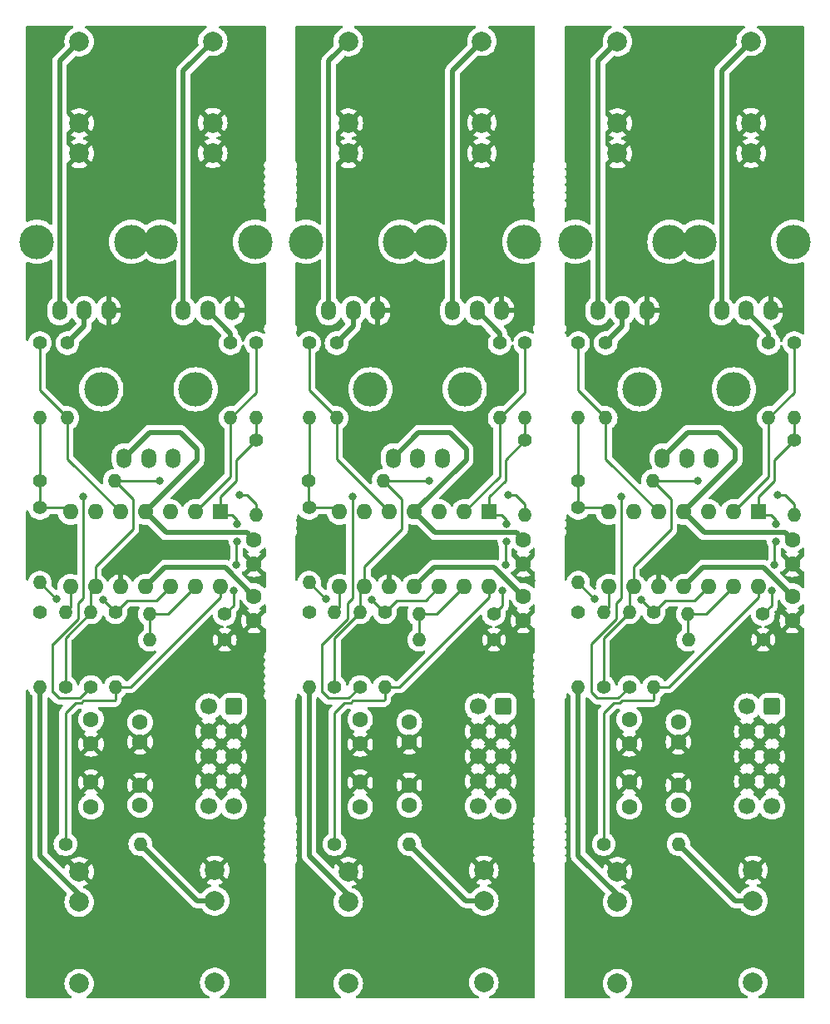
<source format=gtl>
%TF.GenerationSoftware,KiCad,Pcbnew,8.0.4-8.0.4-0~ubuntu22.04.1*%
%TF.CreationDate,2024-07-28T20:43:34+02:00*%
%TF.ProjectId,VoltageProcessor_panel,566f6c74-6167-4655-9072-6f636573736f,0.1*%
%TF.SameCoordinates,Original*%
%TF.FileFunction,Copper,L1,Top*%
%TF.FilePolarity,Positive*%
%FSLAX46Y46*%
G04 Gerber Fmt 4.6, Leading zero omitted, Abs format (unit mm)*
G04 Created by KiCad (PCBNEW 8.0.4-8.0.4-0~ubuntu22.04.1) date 2024-07-28 20:43:34*
%MOMM*%
%LPD*%
G01*
G04 APERTURE LIST*
G04 Aperture macros list*
%AMRoundRect*
0 Rectangle with rounded corners*
0 $1 Rounding radius*
0 $2 $3 $4 $5 $6 $7 $8 $9 X,Y pos of 4 corners*
0 Add a 4 corners polygon primitive as box body*
4,1,4,$2,$3,$4,$5,$6,$7,$8,$9,$2,$3,0*
0 Add four circle primitives for the rounded corners*
1,1,$1+$1,$2,$3*
1,1,$1+$1,$4,$5*
1,1,$1+$1,$6,$7*
1,1,$1+$1,$8,$9*
0 Add four rect primitives between the rounded corners*
20,1,$1+$1,$2,$3,$4,$5,0*
20,1,$1+$1,$4,$5,$6,$7,0*
20,1,$1+$1,$6,$7,$8,$9,0*
20,1,$1+$1,$8,$9,$2,$3,0*%
G04 Aperture macros list end*
%TA.AperFunction,ComponentPad*%
%ADD10C,1.400000*%
%TD*%
%TA.AperFunction,ComponentPad*%
%ADD11O,1.400000X1.400000*%
%TD*%
%TA.AperFunction,ComponentPad*%
%ADD12C,3.500000*%
%TD*%
%TA.AperFunction,ComponentPad*%
%ADD13O,1.500000X2.000000*%
%TD*%
%TA.AperFunction,ComponentPad*%
%ADD14C,1.600000*%
%TD*%
%TA.AperFunction,ComponentPad*%
%ADD15C,2.000000*%
%TD*%
%TA.AperFunction,ComponentPad*%
%ADD16R,1.600000X1.600000*%
%TD*%
%TA.AperFunction,ComponentPad*%
%ADD17O,1.600000X1.600000*%
%TD*%
%TA.AperFunction,ComponentPad*%
%ADD18RoundRect,0.250000X0.600000X0.600000X-0.600000X0.600000X-0.600000X-0.600000X0.600000X-0.600000X0*%
%TD*%
%TA.AperFunction,ComponentPad*%
%ADD19C,1.700000*%
%TD*%
%TA.AperFunction,ViaPad*%
%ADD20C,0.800000*%
%TD*%
%TA.AperFunction,ViaPad*%
%ADD21C,0.900000*%
%TD*%
%TA.AperFunction,Conductor*%
%ADD22C,0.500000*%
%TD*%
%TA.AperFunction,Conductor*%
%ADD23C,0.250000*%
%TD*%
G04 APERTURE END LIST*
D10*
%TO.P,R10,1*%
%TO.N,Board_2-Net-(U1C--)*%
X167700000Y-87800000D03*
D11*
%TO.P,R10,2*%
%TO.N,Board_2-Net-(R10-Pad2)*%
X167700000Y-80180000D03*
%TD*%
D12*
%TO.P,RV3,*%
%TO.N,*%
X116550000Y-57500000D03*
X126150000Y-57500000D03*
D13*
%TO.P,RV3,1,1*%
%TO.N,Board_0-+12V*%
X118850000Y-64500000D03*
%TO.P,RV3,2,2*%
%TO.N,Board_0-Net-(R7-Pad1)*%
X121350000Y-64500000D03*
%TO.P,RV3,3,3*%
%TO.N,Board_0--12V*%
X123850000Y-64500000D03*
%TD*%
D14*
%TO.P,C3,1*%
%TO.N,Board_1-+12V*%
X159500000Y-72800000D03*
%TO.P,C3,2*%
%TO.N,Board_1-GND*%
X159500000Y-75300000D03*
%TD*%
D15*
%TO.P,J2,1*%
%TO.N,Board_0-GND*%
X127900000Y-33480000D03*
%TO.P,J2,2*%
X127900000Y-30380000D03*
%TO.P,J2,3*%
%TO.N,Board_0-Net-(J2-Pad3)*%
X127900000Y-22080000D03*
%TD*%
D14*
%TO.P,C4,1*%
%TO.N,Board_0-GND*%
X132100000Y-81050000D03*
%TO.P,C4,2*%
%TO.N,Board_0--12V*%
X132100000Y-78550000D03*
%TD*%
D10*
%TO.P,R3,1*%
%TO.N,Board_1-Net-(U1B-+)*%
X137700000Y-52790000D03*
D11*
%TO.P,R3,2*%
%TO.N,Board_1-Net-(R3-Pad2)*%
X137700000Y-60410000D03*
%TD*%
D16*
%TO.P,U1,1*%
%TO.N,Board_0-Net-(R4-Pad2)*%
X128640000Y-69980000D03*
D17*
%TO.P,U1,2,-*%
%TO.N,Board_0-Net-(U1A--)*%
X126100000Y-69980000D03*
%TO.P,U1,3,+*%
%TO.N,Board_0-GND*%
X123560000Y-69980000D03*
%TO.P,U1,4,V+*%
%TO.N,Board_0-+12V*%
X121020000Y-69980000D03*
%TO.P,U1,5,+*%
%TO.N,Board_0-Net-(U1B-+)*%
X118480000Y-69980000D03*
%TO.P,U1,6,-*%
%TO.N,Board_0-unconnected-(U1B---Pad6)*%
X115940000Y-69980000D03*
%TO.P,U1,7*%
%TO.N,Board_0-Net-(R3-Pad2)*%
X113400000Y-69980000D03*
%TO.P,U1,8*%
%TO.N,Board_0-Net-(R10-Pad2)*%
X113400000Y-77600000D03*
%TO.P,U1,9,-*%
%TO.N,Board_0-Net-(U1C--)*%
X115940000Y-77600000D03*
%TO.P,U1,10,+*%
%TO.N,Board_0-GND*%
X118480000Y-77600000D03*
%TO.P,U1,11,V-*%
%TO.N,Board_0--12V*%
X121020000Y-77600000D03*
%TO.P,U1,12,+*%
%TO.N,Board_0-Net-(U1D-+)*%
X123560000Y-77600000D03*
%TO.P,U1,13,-*%
%TO.N,Board_0-Net-(U1D--)*%
X126100000Y-77600000D03*
%TO.P,U1,14*%
%TO.N,Board_0-Net-(R12-Pad2)*%
X128640000Y-77600000D03*
%TD*%
D10*
%TO.P,R1,1*%
%TO.N,Board_2-Net-(R1-Pad1)*%
X167900000Y-52800000D03*
D11*
%TO.P,R1,2*%
%TO.N,Board_2-Net-(U1B-+)*%
X167900000Y-60420000D03*
%TD*%
D12*
%TO.P,RV2,*%
%TO.N,*%
X177400000Y-42500000D03*
X187000000Y-42500000D03*
D13*
%TO.P,RV2,1,1*%
%TO.N,Board_2-Net-(J2-Pad3)*%
X179700000Y-49500000D03*
%TO.P,RV2,2,2*%
%TO.N,Board_2-Net-(R2-Pad1)*%
X182200000Y-49500000D03*
%TO.P,RV2,3,3*%
%TO.N,Board_2-GND*%
X184700000Y-49500000D03*
%TD*%
D10*
%TO.P,R14,1*%
%TO.N,Board_0-Net-(R12-Pad2)*%
X112900000Y-103800000D03*
D11*
%TO.P,R14,2*%
%TO.N,Board_0-Net-(J5-Pad2)*%
X120520000Y-103800000D03*
%TD*%
D10*
%TO.P,R12,1*%
%TO.N,Board_1-Net-(U1D-+)*%
X145400000Y-80190000D03*
D11*
%TO.P,R12,2*%
%TO.N,Board_1-Net-(R12-Pad2)*%
X145400000Y-87810000D03*
%TD*%
D10*
%TO.P,R2,1*%
%TO.N,Board_1-Net-(R2-Pad1)*%
X157100000Y-52800000D03*
D11*
%TO.P,R2,2*%
%TO.N,Board_1-Net-(U1A--)*%
X157100000Y-60420000D03*
%TD*%
D15*
%TO.P,J1,1*%
%TO.N,Board_1-GND*%
X141700000Y-33500000D03*
%TO.P,J1,2*%
X141700000Y-30400000D03*
%TO.P,J1,3*%
%TO.N,Board_1-Net-(J1-Pad3)*%
X141700000Y-22100000D03*
%TD*%
D10*
%TO.P,R10,1*%
%TO.N,Board_0-Net-(U1C--)*%
X112900000Y-87800000D03*
D11*
%TO.P,R10,2*%
%TO.N,Board_0-Net-(R10-Pad2)*%
X112900000Y-80180000D03*
%TD*%
D10*
%TO.P,R2,1*%
%TO.N,Board_0-Net-(R2-Pad1)*%
X129700000Y-52800000D03*
D11*
%TO.P,R2,2*%
%TO.N,Board_0-Net-(U1A--)*%
X129700000Y-60420000D03*
%TD*%
D10*
%TO.P,R11,1*%
%TO.N,Board_0-GND*%
X129120000Y-83000000D03*
D11*
%TO.P,R11,2*%
%TO.N,Board_0-Net-(U1D--)*%
X121500000Y-83000000D03*
%TD*%
D10*
%TO.P,R7,1*%
%TO.N,Board_2-Net-(R7-Pad1)*%
X170300000Y-87800000D03*
D11*
%TO.P,R7,2*%
%TO.N,Board_2-Net-(U1C--)*%
X170300000Y-80180000D03*
%TD*%
D12*
%TO.P,RV3,*%
%TO.N,*%
X143950000Y-57500000D03*
X153550000Y-57500000D03*
D13*
%TO.P,RV3,1,1*%
%TO.N,Board_1-+12V*%
X146250000Y-64500000D03*
%TO.P,RV3,2,2*%
%TO.N,Board_1-Net-(R7-Pad1)*%
X148750000Y-64500000D03*
%TO.P,RV3,3,3*%
%TO.N,Board_1--12V*%
X151250000Y-64500000D03*
%TD*%
D10*
%TO.P,R11,1*%
%TO.N,Board_2-GND*%
X183920000Y-83000000D03*
D11*
%TO.P,R11,2*%
%TO.N,Board_2-Net-(U1D--)*%
X176300000Y-83000000D03*
%TD*%
D10*
%TO.P,R12,1*%
%TO.N,Board_2-Net-(U1D-+)*%
X172800000Y-80190000D03*
D11*
%TO.P,R12,2*%
%TO.N,Board_2-Net-(R12-Pad2)*%
X172800000Y-87810000D03*
%TD*%
D12*
%TO.P,RV2,*%
%TO.N,*%
X122600000Y-42500000D03*
X132200000Y-42500000D03*
D13*
%TO.P,RV2,1,1*%
%TO.N,Board_0-Net-(J2-Pad3)*%
X124900000Y-49500000D03*
%TO.P,RV2,2,2*%
%TO.N,Board_0-Net-(R2-Pad1)*%
X127400000Y-49500000D03*
%TO.P,RV2,3,3*%
%TO.N,Board_0-GND*%
X129900000Y-49500000D03*
%TD*%
D10*
%TO.P,R7,1*%
%TO.N,Board_0-Net-(R7-Pad1)*%
X115500000Y-87800000D03*
D11*
%TO.P,R7,2*%
%TO.N,Board_0-Net-(U1C--)*%
X115500000Y-80180000D03*
%TD*%
D10*
%TO.P,R2,1*%
%TO.N,Board_2-Net-(R2-Pad1)*%
X184500000Y-52800000D03*
D11*
%TO.P,R2,2*%
%TO.N,Board_2-Net-(U1A--)*%
X184500000Y-60420000D03*
%TD*%
D10*
%TO.P,R10,1*%
%TO.N,Board_1-Net-(U1C--)*%
X140300000Y-87800000D03*
D11*
%TO.P,R10,2*%
%TO.N,Board_1-Net-(R10-Pad2)*%
X140300000Y-80180000D03*
%TD*%
D10*
%TO.P,R5,1*%
%TO.N,Board_0-Net-(R3-Pad2)*%
X110290000Y-66800000D03*
D11*
%TO.P,R5,2*%
%TO.N,Board_0-Net-(U1C--)*%
X117910000Y-66800000D03*
%TD*%
D15*
%TO.P,J2,1*%
%TO.N,Board_2-GND*%
X182700000Y-33480000D03*
%TO.P,J2,2*%
X182700000Y-30380000D03*
%TO.P,J2,3*%
%TO.N,Board_2-Net-(J2-Pad3)*%
X182700000Y-22080000D03*
%TD*%
%TO.P,J4,1*%
%TO.N,Board_1-GND*%
X141700000Y-106600000D03*
%TO.P,J4,2*%
%TO.N,Board_1-Net-(J4-Pad2)*%
X141700000Y-109700000D03*
%TO.P,J4,3*%
%TO.N,Board_1-unconnected-(J4-Pad3)*%
X141700000Y-118000000D03*
%TD*%
D14*
%TO.P,C3,1*%
%TO.N,Board_0-+12V*%
X132100000Y-72800000D03*
%TO.P,C3,2*%
%TO.N,Board_0-GND*%
X132100000Y-75300000D03*
%TD*%
D10*
%TO.P,R1,1*%
%TO.N,Board_1-Net-(R1-Pad1)*%
X140500000Y-52800000D03*
D11*
%TO.P,R1,2*%
%TO.N,Board_1-Net-(U1B-+)*%
X140500000Y-60420000D03*
%TD*%
D10*
%TO.P,R11,1*%
%TO.N,Board_1-GND*%
X156520000Y-83000000D03*
D11*
%TO.P,R11,2*%
%TO.N,Board_1-Net-(U1D--)*%
X148900000Y-83000000D03*
%TD*%
D10*
%TO.P,R14,1*%
%TO.N,Board_2-Net-(R12-Pad2)*%
X167700000Y-103800000D03*
D11*
%TO.P,R14,2*%
%TO.N,Board_2-Net-(J5-Pad2)*%
X175320000Y-103800000D03*
%TD*%
D10*
%TO.P,R6,1*%
%TO.N,Board_0-Net-(R4-Pad2)*%
X132300000Y-62690000D03*
D11*
%TO.P,R6,2*%
%TO.N,Board_0-Net-(U1C--)*%
X132300000Y-70310000D03*
%TD*%
D14*
%TO.P,C4,1*%
%TO.N,Board_1-GND*%
X159500000Y-81050000D03*
%TO.P,C4,2*%
%TO.N,Board_1--12V*%
X159500000Y-78550000D03*
%TD*%
D10*
%TO.P,R5,1*%
%TO.N,Board_1-Net-(R3-Pad2)*%
X137690000Y-66800000D03*
D11*
%TO.P,R5,2*%
%TO.N,Board_1-Net-(U1C--)*%
X145310000Y-66800000D03*
%TD*%
D14*
%TO.P,C3,1*%
%TO.N,Board_2-+12V*%
X186900000Y-72800000D03*
%TO.P,C3,2*%
%TO.N,Board_2-GND*%
X186900000Y-75300000D03*
%TD*%
D10*
%TO.P,R3,1*%
%TO.N,Board_0-Net-(U1B-+)*%
X110300000Y-52790000D03*
D11*
%TO.P,R3,2*%
%TO.N,Board_0-Net-(R3-Pad2)*%
X110300000Y-60410000D03*
%TD*%
D10*
%TO.P,R13,1*%
%TO.N,Board_1-Net-(R10-Pad2)*%
X137700000Y-80170000D03*
D11*
%TO.P,R13,2*%
%TO.N,Board_1-Net-(J4-Pad2)*%
X137700000Y-87790000D03*
%TD*%
D10*
%TO.P,R4,1*%
%TO.N,Board_2-Net-(U1A--)*%
X187100000Y-52800000D03*
D11*
%TO.P,R4,2*%
%TO.N,Board_2-Net-(R4-Pad2)*%
X187100000Y-60420000D03*
%TD*%
D10*
%TO.P,R13,1*%
%TO.N,Board_0-Net-(R10-Pad2)*%
X110300000Y-80170000D03*
D11*
%TO.P,R13,2*%
%TO.N,Board_0-Net-(J4-Pad2)*%
X110300000Y-87790000D03*
%TD*%
D10*
%TO.P,R6,1*%
%TO.N,Board_1-Net-(R4-Pad2)*%
X159700000Y-62690000D03*
D11*
%TO.P,R6,2*%
%TO.N,Board_1-Net-(U1C--)*%
X159700000Y-70310000D03*
%TD*%
D14*
%TO.P,C4,1*%
%TO.N,Board_2-GND*%
X186900000Y-81050000D03*
%TO.P,C4,2*%
%TO.N,Board_2--12V*%
X186900000Y-78550000D03*
%TD*%
D16*
%TO.P,U1,1*%
%TO.N,Board_2-Net-(R4-Pad2)*%
X183440000Y-69980000D03*
D17*
%TO.P,U1,2,-*%
%TO.N,Board_2-Net-(U1A--)*%
X180900000Y-69980000D03*
%TO.P,U1,3,+*%
%TO.N,Board_2-GND*%
X178360000Y-69980000D03*
%TO.P,U1,4,V+*%
%TO.N,Board_2-+12V*%
X175820000Y-69980000D03*
%TO.P,U1,5,+*%
%TO.N,Board_2-Net-(U1B-+)*%
X173280000Y-69980000D03*
%TO.P,U1,6,-*%
%TO.N,Board_2-unconnected-(U1B---Pad6)*%
X170740000Y-69980000D03*
%TO.P,U1,7*%
%TO.N,Board_2-Net-(R3-Pad2)*%
X168200000Y-69980000D03*
%TO.P,U1,8*%
%TO.N,Board_2-Net-(R10-Pad2)*%
X168200000Y-77600000D03*
%TO.P,U1,9,-*%
%TO.N,Board_2-Net-(U1C--)*%
X170740000Y-77600000D03*
%TO.P,U1,10,+*%
%TO.N,Board_2-GND*%
X173280000Y-77600000D03*
%TO.P,U1,11,V-*%
%TO.N,Board_2--12V*%
X175820000Y-77600000D03*
%TO.P,U1,12,+*%
%TO.N,Board_2-Net-(U1D-+)*%
X178360000Y-77600000D03*
%TO.P,U1,13,-*%
%TO.N,Board_2-Net-(U1D--)*%
X180900000Y-77600000D03*
%TO.P,U1,14*%
%TO.N,Board_2-Net-(R12-Pad2)*%
X183440000Y-77600000D03*
%TD*%
D10*
%TO.P,R4,1*%
%TO.N,Board_0-Net-(U1A--)*%
X132300000Y-52800000D03*
D11*
%TO.P,R4,2*%
%TO.N,Board_0-Net-(R4-Pad2)*%
X132300000Y-60420000D03*
%TD*%
D10*
%TO.P,R13,1*%
%TO.N,Board_2-Net-(R10-Pad2)*%
X165100000Y-80170000D03*
D11*
%TO.P,R13,2*%
%TO.N,Board_2-Net-(J4-Pad2)*%
X165100000Y-87790000D03*
%TD*%
D15*
%TO.P,J5,1*%
%TO.N,Board_1-GND*%
X155500000Y-106472500D03*
%TO.P,J5,2*%
%TO.N,Board_1-Net-(J5-Pad2)*%
X155500000Y-109572500D03*
%TO.P,J5,3*%
%TO.N,Board_1-unconnected-(J5-Pad3)*%
X155500000Y-117872500D03*
%TD*%
D10*
%TO.P,R7,1*%
%TO.N,Board_1-Net-(R7-Pad1)*%
X142900000Y-87800000D03*
D11*
%TO.P,R7,2*%
%TO.N,Board_1-Net-(U1C--)*%
X142900000Y-80180000D03*
%TD*%
D10*
%TO.P,R4,1*%
%TO.N,Board_1-Net-(U1A--)*%
X159700000Y-52800000D03*
D11*
%TO.P,R4,2*%
%TO.N,Board_1-Net-(R4-Pad2)*%
X159700000Y-60420000D03*
%TD*%
D15*
%TO.P,J4,1*%
%TO.N,Board_0-GND*%
X114300000Y-106600000D03*
%TO.P,J4,2*%
%TO.N,Board_0-Net-(J4-Pad2)*%
X114300000Y-109700000D03*
%TO.P,J4,3*%
%TO.N,Board_0-unconnected-(J4-Pad3)*%
X114300000Y-118000000D03*
%TD*%
D10*
%TO.P,R12,1*%
%TO.N,Board_0-Net-(U1D-+)*%
X118000000Y-80190000D03*
D11*
%TO.P,R12,2*%
%TO.N,Board_0-Net-(R12-Pad2)*%
X118000000Y-87810000D03*
%TD*%
D15*
%TO.P,J5,1*%
%TO.N,Board_2-GND*%
X182900000Y-106472500D03*
%TO.P,J5,2*%
%TO.N,Board_2-Net-(J5-Pad2)*%
X182900000Y-109572500D03*
%TO.P,J5,3*%
%TO.N,Board_2-unconnected-(J5-Pad3)*%
X182900000Y-117872500D03*
%TD*%
D10*
%TO.P,R6,1*%
%TO.N,Board_2-Net-(R4-Pad2)*%
X187100000Y-62690000D03*
D11*
%TO.P,R6,2*%
%TO.N,Board_2-Net-(U1C--)*%
X187100000Y-70310000D03*
%TD*%
D15*
%TO.P,J1,1*%
%TO.N,Board_0-GND*%
X114300000Y-33500000D03*
%TO.P,J1,2*%
X114300000Y-30400000D03*
%TO.P,J1,3*%
%TO.N,Board_0-Net-(J1-Pad3)*%
X114300000Y-22100000D03*
%TD*%
%TO.P,J2,1*%
%TO.N,Board_1-GND*%
X155300000Y-33480000D03*
%TO.P,J2,2*%
X155300000Y-30380000D03*
%TO.P,J2,3*%
%TO.N,Board_1-Net-(J2-Pad3)*%
X155300000Y-22080000D03*
%TD*%
D10*
%TO.P,R14,1*%
%TO.N,Board_1-Net-(R12-Pad2)*%
X140300000Y-103800000D03*
D11*
%TO.P,R14,2*%
%TO.N,Board_1-Net-(J5-Pad2)*%
X147920000Y-103800000D03*
%TD*%
D12*
%TO.P,RV2,*%
%TO.N,*%
X150000000Y-42500000D03*
X159600000Y-42500000D03*
D13*
%TO.P,RV2,1,1*%
%TO.N,Board_1-Net-(J2-Pad3)*%
X152300000Y-49500000D03*
%TO.P,RV2,2,2*%
%TO.N,Board_1-Net-(R2-Pad1)*%
X154800000Y-49500000D03*
%TO.P,RV2,3,3*%
%TO.N,Board_1-GND*%
X157300000Y-49500000D03*
%TD*%
D10*
%TO.P,R8,1*%
%TO.N,Board_1-Net-(R3-Pad2)*%
X137700000Y-69570000D03*
D11*
%TO.P,R8,2*%
%TO.N,Board_1-Net-(U1D-+)*%
X137700000Y-77190000D03*
%TD*%
D12*
%TO.P,RV1,*%
%TO.N,*%
X110000000Y-42500000D03*
X119600000Y-42500000D03*
D13*
%TO.P,RV1,1,1*%
%TO.N,Board_0-Net-(J1-Pad3)*%
X112300000Y-49500000D03*
%TO.P,RV1,2,2*%
%TO.N,Board_0-Net-(R1-Pad1)*%
X114800000Y-49500000D03*
%TO.P,RV1,3,3*%
%TO.N,Board_0-GND*%
X117300000Y-49500000D03*
%TD*%
D12*
%TO.P,RV1,*%
%TO.N,*%
X137400000Y-42500000D03*
X147000000Y-42500000D03*
D13*
%TO.P,RV1,1,1*%
%TO.N,Board_1-Net-(J1-Pad3)*%
X139700000Y-49500000D03*
%TO.P,RV1,2,2*%
%TO.N,Board_1-Net-(R1-Pad1)*%
X142200000Y-49500000D03*
%TO.P,RV1,3,3*%
%TO.N,Board_1-GND*%
X144700000Y-49500000D03*
%TD*%
D16*
%TO.P,U1,1*%
%TO.N,Board_1-Net-(R4-Pad2)*%
X156040000Y-69980000D03*
D17*
%TO.P,U1,2,-*%
%TO.N,Board_1-Net-(U1A--)*%
X153500000Y-69980000D03*
%TO.P,U1,3,+*%
%TO.N,Board_1-GND*%
X150960000Y-69980000D03*
%TO.P,U1,4,V+*%
%TO.N,Board_1-+12V*%
X148420000Y-69980000D03*
%TO.P,U1,5,+*%
%TO.N,Board_1-Net-(U1B-+)*%
X145880000Y-69980000D03*
%TO.P,U1,6,-*%
%TO.N,Board_1-unconnected-(U1B---Pad6)*%
X143340000Y-69980000D03*
%TO.P,U1,7*%
%TO.N,Board_1-Net-(R3-Pad2)*%
X140800000Y-69980000D03*
%TO.P,U1,8*%
%TO.N,Board_1-Net-(R10-Pad2)*%
X140800000Y-77600000D03*
%TO.P,U1,9,-*%
%TO.N,Board_1-Net-(U1C--)*%
X143340000Y-77600000D03*
%TO.P,U1,10,+*%
%TO.N,Board_1-GND*%
X145880000Y-77600000D03*
%TO.P,U1,11,V-*%
%TO.N,Board_1--12V*%
X148420000Y-77600000D03*
%TO.P,U1,12,+*%
%TO.N,Board_1-Net-(U1D-+)*%
X150960000Y-77600000D03*
%TO.P,U1,13,-*%
%TO.N,Board_1-Net-(U1D--)*%
X153500000Y-77600000D03*
%TO.P,U1,14*%
%TO.N,Board_1-Net-(R12-Pad2)*%
X156040000Y-77600000D03*
%TD*%
D10*
%TO.P,R3,1*%
%TO.N,Board_2-Net-(U1B-+)*%
X165100000Y-52790000D03*
D11*
%TO.P,R3,2*%
%TO.N,Board_2-Net-(R3-Pad2)*%
X165100000Y-60410000D03*
%TD*%
D10*
%TO.P,R9,1*%
%TO.N,Board_1-Net-(R4-Pad2)*%
X156510000Y-80400000D03*
D11*
%TO.P,R9,2*%
%TO.N,Board_1-Net-(U1D--)*%
X148890000Y-80400000D03*
%TD*%
D15*
%TO.P,J5,1*%
%TO.N,Board_0-GND*%
X128100000Y-106472500D03*
%TO.P,J5,2*%
%TO.N,Board_0-Net-(J5-Pad2)*%
X128100000Y-109572500D03*
%TO.P,J5,3*%
%TO.N,Board_0-unconnected-(J5-Pad3)*%
X128100000Y-117872500D03*
%TD*%
D10*
%TO.P,R5,1*%
%TO.N,Board_2-Net-(R3-Pad2)*%
X165090000Y-66800000D03*
D11*
%TO.P,R5,2*%
%TO.N,Board_2-Net-(U1C--)*%
X172710000Y-66800000D03*
%TD*%
D10*
%TO.P,R9,1*%
%TO.N,Board_2-Net-(R4-Pad2)*%
X183910000Y-80400000D03*
D11*
%TO.P,R9,2*%
%TO.N,Board_2-Net-(U1D--)*%
X176290000Y-80400000D03*
%TD*%
D10*
%TO.P,R8,1*%
%TO.N,Board_0-Net-(R3-Pad2)*%
X110300000Y-69570000D03*
D11*
%TO.P,R8,2*%
%TO.N,Board_0-Net-(U1D-+)*%
X110300000Y-77190000D03*
%TD*%
D12*
%TO.P,RV1,*%
%TO.N,*%
X164800000Y-42500000D03*
X174400000Y-42500000D03*
D13*
%TO.P,RV1,1,1*%
%TO.N,Board_2-Net-(J1-Pad3)*%
X167100000Y-49500000D03*
%TO.P,RV1,2,2*%
%TO.N,Board_2-Net-(R1-Pad1)*%
X169600000Y-49500000D03*
%TO.P,RV1,3,3*%
%TO.N,Board_2-GND*%
X172100000Y-49500000D03*
%TD*%
D12*
%TO.P,RV3,*%
%TO.N,*%
X171350000Y-57500000D03*
X180950000Y-57500000D03*
D13*
%TO.P,RV3,1,1*%
%TO.N,Board_2-+12V*%
X173650000Y-64500000D03*
%TO.P,RV3,2,2*%
%TO.N,Board_2-Net-(R7-Pad1)*%
X176150000Y-64500000D03*
%TO.P,RV3,3,3*%
%TO.N,Board_2--12V*%
X178650000Y-64500000D03*
%TD*%
D15*
%TO.P,J1,1*%
%TO.N,Board_2-GND*%
X169100000Y-33500000D03*
%TO.P,J1,2*%
X169100000Y-30400000D03*
%TO.P,J1,3*%
%TO.N,Board_2-Net-(J1-Pad3)*%
X169100000Y-22100000D03*
%TD*%
D10*
%TO.P,R8,1*%
%TO.N,Board_2-Net-(R3-Pad2)*%
X165100000Y-69570000D03*
D11*
%TO.P,R8,2*%
%TO.N,Board_2-Net-(U1D-+)*%
X165100000Y-77190000D03*
%TD*%
D10*
%TO.P,R9,1*%
%TO.N,Board_0-Net-(R4-Pad2)*%
X129110000Y-80400000D03*
D11*
%TO.P,R9,2*%
%TO.N,Board_0-Net-(U1D--)*%
X121490000Y-80400000D03*
%TD*%
D15*
%TO.P,J4,1*%
%TO.N,Board_2-GND*%
X169100000Y-106600000D03*
%TO.P,J4,2*%
%TO.N,Board_2-Net-(J4-Pad2)*%
X169100000Y-109700000D03*
%TO.P,J4,3*%
%TO.N,Board_2-unconnected-(J4-Pad3)*%
X169100000Y-118000000D03*
%TD*%
D10*
%TO.P,R1,1*%
%TO.N,Board_0-Net-(R1-Pad1)*%
X113100000Y-52800000D03*
D11*
%TO.P,R1,2*%
%TO.N,Board_0-Net-(U1B-+)*%
X113100000Y-60420000D03*
%TD*%
D14*
%TO.P,C6,1*%
%TO.N,Board_0-GND*%
X120500000Y-97800000D03*
%TO.P,C6,2*%
%TO.N,Board_0--12V*%
X120500000Y-99800000D03*
%TD*%
%TO.P,C2,1*%
%TO.N,Board_1-GND*%
X142900000Y-97500000D03*
%TO.P,C2,2*%
%TO.N,Board_1--12V*%
X142900000Y-100000000D03*
%TD*%
%TO.P,C2,1*%
%TO.N,Board_0-GND*%
X115500000Y-97500000D03*
%TO.P,C2,2*%
%TO.N,Board_0--12V*%
X115500000Y-100000000D03*
%TD*%
%TO.P,C6,1*%
%TO.N,Board_2-GND*%
X175300000Y-97800000D03*
%TO.P,C6,2*%
%TO.N,Board_2--12V*%
X175300000Y-99800000D03*
%TD*%
D18*
%TO.P,J3,1,Pin_1*%
%TO.N,Board_2-+12V*%
X184840000Y-89800000D03*
D19*
%TO.P,J3,2,Pin_2*%
X182300000Y-89800000D03*
%TO.P,J3,3,Pin_3*%
%TO.N,Board_2-GND*%
X184840000Y-92340000D03*
%TO.P,J3,4,Pin_4*%
X182300000Y-92340000D03*
%TO.P,J3,5,Pin_5*%
X184840000Y-94880000D03*
%TO.P,J3,6,Pin_6*%
X182300000Y-94880000D03*
%TO.P,J3,7,Pin_7*%
X184840000Y-97420000D03*
%TO.P,J3,8,Pin_8*%
X182300000Y-97420000D03*
%TO.P,J3,9,Pin_9*%
%TO.N,Board_2--12V*%
X184840000Y-99960000D03*
%TO.P,J3,10,Pin_10*%
X182300000Y-99960000D03*
%TD*%
D14*
%TO.P,C5,1*%
%TO.N,Board_1-+12V*%
X147900000Y-91400000D03*
%TO.P,C5,2*%
%TO.N,Board_1-GND*%
X147900000Y-93400000D03*
%TD*%
%TO.P,C1,1*%
%TO.N,Board_2-+12V*%
X170300000Y-91100000D03*
%TO.P,C1,2*%
%TO.N,Board_2-GND*%
X170300000Y-93600000D03*
%TD*%
%TO.P,C2,1*%
%TO.N,Board_2-GND*%
X170300000Y-97500000D03*
%TO.P,C2,2*%
%TO.N,Board_2--12V*%
X170300000Y-100000000D03*
%TD*%
%TO.P,C1,1*%
%TO.N,Board_1-+12V*%
X142900000Y-91100000D03*
%TO.P,C1,2*%
%TO.N,Board_1-GND*%
X142900000Y-93600000D03*
%TD*%
D18*
%TO.P,J3,1,Pin_1*%
%TO.N,Board_0-+12V*%
X130040000Y-89800000D03*
D19*
%TO.P,J3,2,Pin_2*%
X127500000Y-89800000D03*
%TO.P,J3,3,Pin_3*%
%TO.N,Board_0-GND*%
X130040000Y-92340000D03*
%TO.P,J3,4,Pin_4*%
X127500000Y-92340000D03*
%TO.P,J3,5,Pin_5*%
X130040000Y-94880000D03*
%TO.P,J3,6,Pin_6*%
X127500000Y-94880000D03*
%TO.P,J3,7,Pin_7*%
X130040000Y-97420000D03*
%TO.P,J3,8,Pin_8*%
X127500000Y-97420000D03*
%TO.P,J3,9,Pin_9*%
%TO.N,Board_0--12V*%
X130040000Y-99960000D03*
%TO.P,J3,10,Pin_10*%
X127500000Y-99960000D03*
%TD*%
D14*
%TO.P,C5,1*%
%TO.N,Board_2-+12V*%
X175300000Y-91400000D03*
%TO.P,C5,2*%
%TO.N,Board_2-GND*%
X175300000Y-93400000D03*
%TD*%
%TO.P,C1,1*%
%TO.N,Board_0-+12V*%
X115500000Y-91100000D03*
%TO.P,C1,2*%
%TO.N,Board_0-GND*%
X115500000Y-93600000D03*
%TD*%
D18*
%TO.P,J3,1,Pin_1*%
%TO.N,Board_1-+12V*%
X157440000Y-89800000D03*
D19*
%TO.P,J3,2,Pin_2*%
X154900000Y-89800000D03*
%TO.P,J3,3,Pin_3*%
%TO.N,Board_1-GND*%
X157440000Y-92340000D03*
%TO.P,J3,4,Pin_4*%
X154900000Y-92340000D03*
%TO.P,J3,5,Pin_5*%
X157440000Y-94880000D03*
%TO.P,J3,6,Pin_6*%
X154900000Y-94880000D03*
%TO.P,J3,7,Pin_7*%
X157440000Y-97420000D03*
%TO.P,J3,8,Pin_8*%
X154900000Y-97420000D03*
%TO.P,J3,9,Pin_9*%
%TO.N,Board_1--12V*%
X157440000Y-99960000D03*
%TO.P,J3,10,Pin_10*%
X154900000Y-99960000D03*
%TD*%
D14*
%TO.P,C5,1*%
%TO.N,Board_0-+12V*%
X120500000Y-91400000D03*
%TO.P,C5,2*%
%TO.N,Board_0-GND*%
X120500000Y-93400000D03*
%TD*%
%TO.P,C6,1*%
%TO.N,Board_1-GND*%
X147900000Y-97800000D03*
%TO.P,C6,2*%
%TO.N,Board_1--12V*%
X147900000Y-99800000D03*
%TD*%
D20*
%TO.N,Board_0-GND*%
X123700000Y-96400000D03*
X121900000Y-23100000D03*
X132900000Y-77000000D03*
X119400000Y-74500000D03*
D21*
X119700000Y-81300000D03*
D20*
X126200000Y-73900000D03*
X124500000Y-88700000D03*
X110100000Y-50000000D03*
X122300000Y-116600000D03*
X125600000Y-102700000D03*
X131900000Y-34300000D03*
X110600000Y-24300000D03*
X129500000Y-86400000D03*
X125548008Y-68061295D03*
X113100000Y-73300000D03*
X120900000Y-34400000D03*
X132800000Y-82700000D03*
X129300000Y-56400000D03*
X131800000Y-24900000D03*
X121500000Y-51000000D03*
X118000000Y-106500000D03*
%TO.N,Board_0-Net-(R4-Pad2)*%
X130400000Y-71200000D03*
X130000000Y-78000000D03*
X130400000Y-73000000D03*
X130300000Y-75400000D03*
%TO.N,Board_0-Net-(R7-Pad1)*%
X114700000Y-68400000D03*
%TO.N,Board_0-Net-(U1C--)*%
X122500000Y-66800000D03*
X130600000Y-68241942D03*
%TO.N,Board_0-Net-(U1D-+)*%
X112000000Y-78800000D03*
X116700000Y-78900000D03*
%TO.N,Board_1-GND*%
X156900000Y-86400000D03*
X153600000Y-73900000D03*
X146800000Y-74500000D03*
X152948008Y-68061295D03*
X153000000Y-102700000D03*
X138000000Y-24300000D03*
X160300000Y-77000000D03*
X160200000Y-82700000D03*
X140500000Y-73300000D03*
X149300000Y-23100000D03*
X145400000Y-106500000D03*
X137500000Y-50000000D03*
D21*
X147100000Y-81300000D03*
D20*
X156700000Y-56400000D03*
X148900000Y-51000000D03*
X159200000Y-24900000D03*
X149700000Y-116600000D03*
X151900000Y-88700000D03*
X151100000Y-96400000D03*
X159300000Y-34300000D03*
X148300000Y-34400000D03*
%TO.N,Board_1-Net-(R4-Pad2)*%
X157800000Y-73000000D03*
X157700000Y-75400000D03*
X157400000Y-78000000D03*
X157800000Y-71200000D03*
%TO.N,Board_1-Net-(R7-Pad1)*%
X142100000Y-68400000D03*
%TO.N,Board_1-Net-(U1C--)*%
X149900000Y-66800000D03*
X158000000Y-68241942D03*
%TO.N,Board_1-Net-(U1D-+)*%
X139400000Y-78800000D03*
X144100000Y-78900000D03*
%TO.N,Board_2-GND*%
X187700000Y-77000000D03*
X176300000Y-51000000D03*
X180348008Y-68061295D03*
X184100000Y-56400000D03*
X176700000Y-23100000D03*
X175700000Y-34400000D03*
X167900000Y-73300000D03*
X181000000Y-73900000D03*
X164900000Y-50000000D03*
X180400000Y-102700000D03*
X165400000Y-24300000D03*
X186700000Y-34300000D03*
X187600000Y-82700000D03*
X184300000Y-86400000D03*
X178500000Y-96400000D03*
X179300000Y-88700000D03*
X172800000Y-106500000D03*
X174200000Y-74500000D03*
D21*
X174500000Y-81300000D03*
D20*
X177100000Y-116600000D03*
X186600000Y-24900000D03*
%TO.N,Board_2-Net-(R4-Pad2)*%
X185100000Y-75400000D03*
X185200000Y-73000000D03*
X185200000Y-71200000D03*
X184800000Y-78000000D03*
%TO.N,Board_2-Net-(R7-Pad1)*%
X169500000Y-68400000D03*
%TO.N,Board_2-Net-(U1C--)*%
X185400000Y-68241942D03*
X177300000Y-66800000D03*
%TO.N,Board_2-Net-(U1D-+)*%
X171500000Y-78900000D03*
X166800000Y-78800000D03*
%TD*%
D22*
%TO.N,Board_0-+12V*%
X123140000Y-72100000D02*
X121020000Y-69980000D01*
D23*
X118850000Y-64500000D02*
X118850000Y-65325000D01*
D22*
X131400000Y-72100000D02*
X123140000Y-72100000D01*
X121450000Y-61900000D02*
X118850000Y-64500000D01*
X126300000Y-64700000D02*
X126300000Y-63600000D01*
X132100000Y-72800000D02*
X131400000Y-72100000D01*
X124600000Y-61900000D02*
X121450000Y-61900000D01*
X126300000Y-63600000D02*
X124600000Y-61900000D01*
X121020000Y-69980000D02*
X126300000Y-64700000D01*
%TO.N,Board_0--12V*%
X129150000Y-75600000D02*
X123020000Y-75600000D01*
X123020000Y-75600000D02*
X121020000Y-77600000D01*
X132100000Y-78550000D02*
X129150000Y-75600000D01*
%TO.N,Board_0-GND*%
X125600000Y-74500000D02*
X119400000Y-74500000D01*
X126200000Y-73900000D02*
X125600000Y-74500000D01*
%TO.N,Board_0-Net-(J1-Pad3)*%
X112300000Y-24100000D02*
X112300000Y-49500000D01*
X114300000Y-22100000D02*
X112300000Y-24100000D01*
%TO.N,Board_0-Net-(J2-Pad3)*%
X124900000Y-25080000D02*
X124900000Y-49500000D01*
X127900000Y-22080000D02*
X124900000Y-25080000D01*
%TO.N,Board_0-Net-(J4-Pad2)*%
X110300000Y-87790000D02*
X110300000Y-104972500D01*
X110300000Y-104972500D02*
X114500000Y-109172500D01*
%TO.N,Board_0-Net-(J5-Pad2)*%
X120520000Y-103800000D02*
X126292500Y-109572500D01*
X126292500Y-109572500D02*
X128100000Y-109572500D01*
%TO.N,Board_0-Net-(R1-Pad1)*%
X114800000Y-51100000D02*
X113100000Y-52800000D01*
X114800000Y-49500000D02*
X114800000Y-51100000D01*
D23*
%TO.N,Board_0-Net-(R10-Pad2)*%
X113400000Y-77600000D02*
X113400000Y-79680000D01*
X112890000Y-80170000D02*
X112900000Y-80180000D01*
X113400000Y-79680000D02*
X112900000Y-80180000D01*
%TO.N,Board_0-Net-(R12-Pad2)*%
X112900000Y-90400000D02*
X112900000Y-103800000D01*
X114536396Y-89400000D02*
X113900000Y-89400000D01*
X114736396Y-89200000D02*
X114536396Y-89400000D01*
X128640000Y-77600000D02*
X128640000Y-78660000D01*
X119490000Y-87810000D02*
X118000000Y-87810000D01*
X113900000Y-89400000D02*
X112900000Y-90400000D01*
X118000000Y-89100000D02*
X117900000Y-89200000D01*
X117900000Y-89200000D02*
X114736396Y-89200000D01*
X128640000Y-78660000D02*
X119490000Y-87810000D01*
X118000000Y-87810000D02*
X118000000Y-89100000D01*
D22*
%TO.N,Board_0-Net-(R2-Pad1)*%
X127400000Y-49500000D02*
X129700000Y-51800000D01*
X129700000Y-51800000D02*
X129700000Y-52800000D01*
D23*
%TO.N,Board_0-Net-(R3-Pad2)*%
X110290000Y-66800000D02*
X110290000Y-69560000D01*
X110300000Y-66790000D02*
X110290000Y-66800000D01*
X112990000Y-69570000D02*
X113400000Y-69980000D01*
X110290000Y-69560000D02*
X110300000Y-69570000D01*
X110300000Y-69570000D02*
X112990000Y-69570000D01*
X110300000Y-60410000D02*
X110300000Y-66790000D01*
%TO.N,Board_0-Net-(R4-Pad2)*%
X130300000Y-73100000D02*
X130400000Y-73000000D01*
X130300000Y-75400000D02*
X130300000Y-73100000D01*
X130400000Y-71200000D02*
X130400000Y-70800000D01*
X129900000Y-70300000D02*
X128960000Y-70300000D01*
X130000000Y-79510000D02*
X130000000Y-78000000D01*
X128640000Y-69980000D02*
X128640000Y-68460000D01*
X130300000Y-64690000D02*
X132300000Y-62690000D01*
X130400000Y-70800000D02*
X129900000Y-70300000D01*
X130300000Y-66800000D02*
X130300000Y-64690000D01*
X128960000Y-70300000D02*
X128640000Y-69980000D01*
X129110000Y-80400000D02*
X130000000Y-79510000D01*
X132300000Y-60420000D02*
X132300000Y-62690000D01*
X128640000Y-68460000D02*
X130300000Y-66800000D01*
%TO.N,Board_0-Net-(R7-Pad1)*%
X111600000Y-83393604D02*
X111600000Y-88350000D01*
X112250000Y-88950000D02*
X114350000Y-88950000D01*
X114350000Y-88950000D02*
X115500000Y-87800000D01*
X114700000Y-68400000D02*
X114700000Y-78750000D01*
X114200000Y-79250000D02*
X114200000Y-80843604D01*
X114200000Y-80843604D02*
X111650000Y-83393604D01*
X111650000Y-88350000D02*
X112250000Y-88950000D01*
X114700000Y-78750000D02*
X114200000Y-79250000D01*
%TO.N,Board_0-Net-(U1A--)*%
X126100000Y-69980000D02*
X129700000Y-66380000D01*
X132300000Y-52800000D02*
X132300000Y-57820000D01*
X132300000Y-57820000D02*
X129700000Y-60420000D01*
X129700000Y-66380000D02*
X129700000Y-60420000D01*
%TO.N,Board_0-Net-(U1B-+)*%
X110300000Y-57620000D02*
X113100000Y-60420000D01*
X110300000Y-52790000D02*
X110300000Y-57620000D01*
X113100000Y-64600000D02*
X118480000Y-69980000D01*
X113100000Y-60420000D02*
X113100000Y-64600000D01*
%TO.N,Board_0-Net-(U1C--)*%
X116020000Y-77680000D02*
X115940000Y-77600000D01*
X117910000Y-66800000D02*
X119750000Y-68640000D01*
X115940000Y-75560000D02*
X115940000Y-77600000D01*
X119750000Y-68640000D02*
X119750000Y-71750000D01*
X115500000Y-78040000D02*
X115940000Y-77600000D01*
X131341942Y-68241942D02*
X132300000Y-69200000D01*
X115500000Y-80180000D02*
X115500000Y-78040000D01*
X117910000Y-66800000D02*
X122500000Y-66800000D01*
X130600000Y-68241942D02*
X131341942Y-68241942D01*
X112900000Y-87800000D02*
X112900000Y-82780000D01*
X132300000Y-69200000D02*
X132300000Y-70310000D01*
X112900000Y-82780000D02*
X115500000Y-80180000D01*
X119750000Y-71750000D02*
X115940000Y-75560000D01*
X132280000Y-70240000D02*
X132300000Y-70220000D01*
%TO.N,Board_0-Net-(U1D-+)*%
X112000000Y-78800000D02*
X112000000Y-78890000D01*
X111910000Y-78800000D02*
X111910000Y-78800000D01*
X118000000Y-80190000D02*
X117990000Y-80190000D01*
X122160000Y-79000000D02*
X119190000Y-79000000D01*
X117990000Y-80190000D02*
X116700000Y-78900000D01*
X123560000Y-77600000D02*
X122160000Y-79000000D01*
X111910000Y-78800000D02*
X112000000Y-78800000D01*
X112000000Y-78890000D02*
X110300000Y-77190000D01*
X119190000Y-79000000D02*
X118000000Y-80190000D01*
%TO.N,Board_0-Net-(U1D--)*%
X121490000Y-82990000D02*
X121500000Y-83000000D01*
X123300000Y-80400000D02*
X121490000Y-80400000D01*
X126100000Y-77600000D02*
X123300000Y-80400000D01*
X121490000Y-80400000D02*
X121490000Y-82990000D01*
D22*
%TO.N,Board_1-+12V*%
X158800000Y-72100000D02*
X150540000Y-72100000D01*
X152000000Y-61900000D02*
X148850000Y-61900000D01*
X148420000Y-69980000D02*
X153700000Y-64700000D01*
X150540000Y-72100000D02*
X148420000Y-69980000D01*
X148850000Y-61900000D02*
X146250000Y-64500000D01*
X153700000Y-64700000D02*
X153700000Y-63600000D01*
X159500000Y-72800000D02*
X158800000Y-72100000D01*
D23*
X146250000Y-64500000D02*
X146250000Y-65325000D01*
D22*
X153700000Y-63600000D02*
X152000000Y-61900000D01*
%TO.N,Board_1--12V*%
X150420000Y-75600000D02*
X148420000Y-77600000D01*
X159500000Y-78550000D02*
X156550000Y-75600000D01*
X156550000Y-75600000D02*
X150420000Y-75600000D01*
%TO.N,Board_1-GND*%
X153600000Y-73900000D02*
X153000000Y-74500000D01*
X153000000Y-74500000D02*
X146800000Y-74500000D01*
%TO.N,Board_1-Net-(J1-Pad3)*%
X141700000Y-22100000D02*
X139700000Y-24100000D01*
X139700000Y-24100000D02*
X139700000Y-49500000D01*
%TO.N,Board_1-Net-(J2-Pad3)*%
X155300000Y-22080000D02*
X152300000Y-25080000D01*
X152300000Y-25080000D02*
X152300000Y-49500000D01*
%TO.N,Board_1-Net-(J4-Pad2)*%
X137700000Y-104972500D02*
X141900000Y-109172500D01*
X137700000Y-87790000D02*
X137700000Y-104972500D01*
%TO.N,Board_1-Net-(J5-Pad2)*%
X147920000Y-103800000D02*
X153692500Y-109572500D01*
X153692500Y-109572500D02*
X155500000Y-109572500D01*
%TO.N,Board_1-Net-(R1-Pad1)*%
X142200000Y-49500000D02*
X142200000Y-51100000D01*
X142200000Y-51100000D02*
X140500000Y-52800000D01*
D23*
%TO.N,Board_1-Net-(R10-Pad2)*%
X140800000Y-77600000D02*
X140800000Y-79680000D01*
X140800000Y-79680000D02*
X140300000Y-80180000D01*
X140290000Y-80170000D02*
X140300000Y-80180000D01*
%TO.N,Board_1-Net-(R12-Pad2)*%
X145400000Y-87810000D02*
X145400000Y-89100000D01*
X156040000Y-77600000D02*
X156040000Y-78660000D01*
X142136396Y-89200000D02*
X141936396Y-89400000D01*
X141300000Y-89400000D02*
X140300000Y-90400000D01*
X146890000Y-87810000D02*
X145400000Y-87810000D01*
X141936396Y-89400000D02*
X141300000Y-89400000D01*
X140300000Y-90400000D02*
X140300000Y-103800000D01*
X156040000Y-78660000D02*
X146890000Y-87810000D01*
X145300000Y-89200000D02*
X142136396Y-89200000D01*
X145400000Y-89100000D02*
X145300000Y-89200000D01*
D22*
%TO.N,Board_1-Net-(R2-Pad1)*%
X154800000Y-49500000D02*
X157100000Y-51800000D01*
X157100000Y-51800000D02*
X157100000Y-52800000D01*
D23*
%TO.N,Board_1-Net-(R3-Pad2)*%
X137700000Y-66790000D02*
X137690000Y-66800000D01*
X137700000Y-60410000D02*
X137700000Y-66790000D01*
X137700000Y-69570000D02*
X140390000Y-69570000D01*
X140390000Y-69570000D02*
X140800000Y-69980000D01*
X137690000Y-69560000D02*
X137700000Y-69570000D01*
X137690000Y-66800000D02*
X137690000Y-69560000D01*
%TO.N,Board_1-Net-(R4-Pad2)*%
X157700000Y-75400000D02*
X157700000Y-73100000D01*
X157700000Y-64690000D02*
X159700000Y-62690000D01*
X157700000Y-66800000D02*
X157700000Y-64690000D01*
X157400000Y-79510000D02*
X157400000Y-78000000D01*
X156040000Y-69980000D02*
X156040000Y-68460000D01*
X156510000Y-80400000D02*
X157400000Y-79510000D01*
X156360000Y-70300000D02*
X156040000Y-69980000D01*
X156040000Y-68460000D02*
X157700000Y-66800000D01*
X157800000Y-70800000D02*
X157300000Y-70300000D01*
X157800000Y-71200000D02*
X157800000Y-70800000D01*
X157300000Y-70300000D02*
X156360000Y-70300000D01*
X157700000Y-73100000D02*
X157800000Y-73000000D01*
X159700000Y-60420000D02*
X159700000Y-62690000D01*
%TO.N,Board_1-Net-(R7-Pad1)*%
X139650000Y-88950000D02*
X141750000Y-88950000D01*
X139050000Y-88350000D02*
X139650000Y-88950000D01*
X139000000Y-83393604D02*
X139000000Y-88350000D01*
X142100000Y-68400000D02*
X142100000Y-78750000D01*
X141600000Y-80843604D02*
X139050000Y-83393604D01*
X142100000Y-78750000D02*
X141600000Y-79250000D01*
X141750000Y-88950000D02*
X142900000Y-87800000D01*
X141600000Y-79250000D02*
X141600000Y-80843604D01*
%TO.N,Board_1-Net-(U1A--)*%
X157100000Y-66380000D02*
X157100000Y-60420000D01*
X153500000Y-69980000D02*
X157100000Y-66380000D01*
X159700000Y-52800000D02*
X159700000Y-57820000D01*
X159700000Y-57820000D02*
X157100000Y-60420000D01*
%TO.N,Board_1-Net-(U1B-+)*%
X140500000Y-64600000D02*
X145880000Y-69980000D01*
X137700000Y-57620000D02*
X140500000Y-60420000D01*
X140500000Y-60420000D02*
X140500000Y-64600000D01*
X137700000Y-52790000D02*
X137700000Y-57620000D01*
%TO.N,Board_1-Net-(U1C--)*%
X140300000Y-87800000D02*
X140300000Y-82780000D01*
X145310000Y-66800000D02*
X147150000Y-68640000D01*
X159700000Y-69200000D02*
X159700000Y-70310000D01*
X143420000Y-77680000D02*
X143340000Y-77600000D01*
X142900000Y-80180000D02*
X142900000Y-78040000D01*
X158741942Y-68241942D02*
X159700000Y-69200000D01*
X142900000Y-78040000D02*
X143340000Y-77600000D01*
X145310000Y-66800000D02*
X149900000Y-66800000D01*
X147150000Y-68640000D02*
X147150000Y-71750000D01*
X140300000Y-82780000D02*
X142900000Y-80180000D01*
X143340000Y-75560000D02*
X143340000Y-77600000D01*
X159680000Y-70240000D02*
X159700000Y-70220000D01*
X147150000Y-71750000D02*
X143340000Y-75560000D01*
X158000000Y-68241942D02*
X158741942Y-68241942D01*
%TO.N,Board_1-Net-(U1D-+)*%
X139310000Y-78800000D02*
X139400000Y-78800000D01*
X150960000Y-77600000D02*
X149560000Y-79000000D01*
X146590000Y-79000000D02*
X145400000Y-80190000D01*
X145400000Y-80190000D02*
X145390000Y-80190000D01*
X139400000Y-78890000D02*
X137700000Y-77190000D01*
X149560000Y-79000000D02*
X146590000Y-79000000D01*
X139400000Y-78800000D02*
X139400000Y-78890000D01*
X139310000Y-78800000D02*
X139310000Y-78800000D01*
X145390000Y-80190000D02*
X144100000Y-78900000D01*
%TO.N,Board_1-Net-(U1D--)*%
X148890000Y-82990000D02*
X148900000Y-83000000D01*
X148890000Y-80400000D02*
X148890000Y-82990000D01*
X153500000Y-77600000D02*
X150700000Y-80400000D01*
X150700000Y-80400000D02*
X148890000Y-80400000D01*
D22*
%TO.N,Board_2-+12V*%
X177940000Y-72100000D02*
X175820000Y-69980000D01*
X186200000Y-72100000D02*
X177940000Y-72100000D01*
X179400000Y-61900000D02*
X176250000Y-61900000D01*
X181100000Y-63600000D02*
X179400000Y-61900000D01*
D23*
X173650000Y-64500000D02*
X173650000Y-65325000D01*
D22*
X175820000Y-69980000D02*
X181100000Y-64700000D01*
X181100000Y-64700000D02*
X181100000Y-63600000D01*
X176250000Y-61900000D02*
X173650000Y-64500000D01*
X186900000Y-72800000D02*
X186200000Y-72100000D01*
%TO.N,Board_2--12V*%
X177820000Y-75600000D02*
X175820000Y-77600000D01*
X183950000Y-75600000D02*
X177820000Y-75600000D01*
X186900000Y-78550000D02*
X183950000Y-75600000D01*
%TO.N,Board_2-GND*%
X181000000Y-73900000D02*
X180400000Y-74500000D01*
X180400000Y-74500000D02*
X174200000Y-74500000D01*
%TO.N,Board_2-Net-(J1-Pad3)*%
X167100000Y-24100000D02*
X167100000Y-49500000D01*
X169100000Y-22100000D02*
X167100000Y-24100000D01*
%TO.N,Board_2-Net-(J2-Pad3)*%
X179700000Y-25080000D02*
X179700000Y-49500000D01*
X182700000Y-22080000D02*
X179700000Y-25080000D01*
%TO.N,Board_2-Net-(J4-Pad2)*%
X165100000Y-87790000D02*
X165100000Y-104972500D01*
X165100000Y-104972500D02*
X169300000Y-109172500D01*
%TO.N,Board_2-Net-(J5-Pad2)*%
X181092500Y-109572500D02*
X182900000Y-109572500D01*
X175320000Y-103800000D02*
X181092500Y-109572500D01*
%TO.N,Board_2-Net-(R1-Pad1)*%
X169600000Y-49500000D02*
X169600000Y-51100000D01*
X169600000Y-51100000D02*
X167900000Y-52800000D01*
D23*
%TO.N,Board_2-Net-(R10-Pad2)*%
X168200000Y-79680000D02*
X167700000Y-80180000D01*
X168200000Y-77600000D02*
X168200000Y-79680000D01*
X167690000Y-80170000D02*
X167700000Y-80180000D01*
%TO.N,Board_2-Net-(R12-Pad2)*%
X174290000Y-87810000D02*
X172800000Y-87810000D01*
X183440000Y-77600000D02*
X183440000Y-78660000D01*
X169336396Y-89400000D02*
X168700000Y-89400000D01*
X169536396Y-89200000D02*
X169336396Y-89400000D01*
X183440000Y-78660000D02*
X174290000Y-87810000D01*
X167700000Y-90400000D02*
X167700000Y-103800000D01*
X172800000Y-89100000D02*
X172700000Y-89200000D01*
X168700000Y-89400000D02*
X167700000Y-90400000D01*
X172800000Y-87810000D02*
X172800000Y-89100000D01*
X172700000Y-89200000D02*
X169536396Y-89200000D01*
D22*
%TO.N,Board_2-Net-(R2-Pad1)*%
X184500000Y-51800000D02*
X184500000Y-52800000D01*
X182200000Y-49500000D02*
X184500000Y-51800000D01*
D23*
%TO.N,Board_2-Net-(R3-Pad2)*%
X165090000Y-66800000D02*
X165090000Y-69560000D01*
X165090000Y-69560000D02*
X165100000Y-69570000D01*
X165100000Y-66790000D02*
X165090000Y-66800000D01*
X165100000Y-69570000D02*
X167790000Y-69570000D01*
X167790000Y-69570000D02*
X168200000Y-69980000D01*
X165100000Y-60410000D02*
X165100000Y-66790000D01*
%TO.N,Board_2-Net-(R4-Pad2)*%
X183760000Y-70300000D02*
X183440000Y-69980000D01*
X184700000Y-70300000D02*
X183760000Y-70300000D01*
X183440000Y-69980000D02*
X183440000Y-68460000D01*
X184800000Y-79510000D02*
X184800000Y-78000000D01*
X185100000Y-73100000D02*
X185200000Y-73000000D01*
X183440000Y-68460000D02*
X185100000Y-66800000D01*
X187100000Y-60420000D02*
X187100000Y-62690000D01*
X185100000Y-64690000D02*
X187100000Y-62690000D01*
X183910000Y-80400000D02*
X184800000Y-79510000D01*
X185100000Y-75400000D02*
X185100000Y-73100000D01*
X185200000Y-70800000D02*
X184700000Y-70300000D01*
X185100000Y-66800000D02*
X185100000Y-64690000D01*
X185200000Y-71200000D02*
X185200000Y-70800000D01*
%TO.N,Board_2-Net-(R7-Pad1)*%
X169000000Y-80843604D02*
X166450000Y-83393604D01*
X166450000Y-88350000D02*
X167050000Y-88950000D01*
X169500000Y-68400000D02*
X169500000Y-78750000D01*
X169150000Y-88950000D02*
X170300000Y-87800000D01*
X166400000Y-83393604D02*
X166400000Y-88350000D01*
X167050000Y-88950000D02*
X169150000Y-88950000D01*
X169000000Y-79250000D02*
X169000000Y-80843604D01*
X169500000Y-78750000D02*
X169000000Y-79250000D01*
%TO.N,Board_2-Net-(U1A--)*%
X184500000Y-66380000D02*
X184500000Y-60420000D01*
X187100000Y-57820000D02*
X184500000Y-60420000D01*
X187100000Y-52800000D02*
X187100000Y-57820000D01*
X180900000Y-69980000D02*
X184500000Y-66380000D01*
%TO.N,Board_2-Net-(U1B-+)*%
X165100000Y-52790000D02*
X165100000Y-57620000D01*
X167900000Y-64600000D02*
X173280000Y-69980000D01*
X167900000Y-60420000D02*
X167900000Y-64600000D01*
X165100000Y-57620000D02*
X167900000Y-60420000D01*
%TO.N,Board_2-Net-(U1C--)*%
X172710000Y-66800000D02*
X177300000Y-66800000D01*
X170300000Y-78040000D02*
X170740000Y-77600000D01*
X187080000Y-70240000D02*
X187100000Y-70220000D01*
X170820000Y-77680000D02*
X170740000Y-77600000D01*
X167700000Y-82780000D02*
X170300000Y-80180000D01*
X186141942Y-68241942D02*
X187100000Y-69200000D01*
X170740000Y-75560000D02*
X170740000Y-77600000D01*
X170300000Y-80180000D02*
X170300000Y-78040000D01*
X172710000Y-66800000D02*
X174550000Y-68640000D01*
X187100000Y-69200000D02*
X187100000Y-70310000D01*
X167700000Y-87800000D02*
X167700000Y-82780000D01*
X174550000Y-68640000D02*
X174550000Y-71750000D01*
X174550000Y-71750000D02*
X170740000Y-75560000D01*
X185400000Y-68241942D02*
X186141942Y-68241942D01*
%TO.N,Board_2-Net-(U1D-+)*%
X166710000Y-78800000D02*
X166710000Y-78800000D01*
X172790000Y-80190000D02*
X171500000Y-78900000D01*
X176960000Y-79000000D02*
X173990000Y-79000000D01*
X166710000Y-78800000D02*
X166800000Y-78800000D01*
X166800000Y-78890000D02*
X165100000Y-77190000D01*
X172800000Y-80190000D02*
X172790000Y-80190000D01*
X178360000Y-77600000D02*
X176960000Y-79000000D01*
X166800000Y-78800000D02*
X166800000Y-78890000D01*
X173990000Y-79000000D02*
X172800000Y-80190000D01*
%TO.N,Board_2-Net-(U1D--)*%
X176290000Y-80400000D02*
X176290000Y-82990000D01*
X180900000Y-77600000D02*
X178100000Y-80400000D01*
X176290000Y-82990000D02*
X176300000Y-83000000D01*
X178100000Y-80400000D02*
X176290000Y-80400000D01*
%TD*%
%TA.AperFunction,Conductor*%
%TO.N,Board_1-GND*%
G36*
X156974075Y-97612993D02*
G01*
X157039901Y-97727007D01*
X157132993Y-97820099D01*
X157247007Y-97885925D01*
X157310590Y-97902962D01*
X156678625Y-98534925D01*
X156754594Y-98588119D01*
X156798219Y-98642696D01*
X156805413Y-98712194D01*
X156773890Y-98774549D01*
X156754595Y-98791269D01*
X156568594Y-98921508D01*
X156401505Y-99088597D01*
X156271575Y-99274158D01*
X156216998Y-99317783D01*
X156147500Y-99324977D01*
X156085145Y-99293454D01*
X156068425Y-99274158D01*
X155938494Y-99088597D01*
X155771402Y-98921506D01*
X155771401Y-98921505D01*
X155585405Y-98791269D01*
X155541781Y-98736692D01*
X155534588Y-98667193D01*
X155566110Y-98604839D01*
X155585405Y-98588119D01*
X155661373Y-98534925D01*
X155029409Y-97902962D01*
X155092993Y-97885925D01*
X155207007Y-97820099D01*
X155300099Y-97727007D01*
X155365925Y-97612993D01*
X155382962Y-97549410D01*
X156014925Y-98181373D01*
X156068425Y-98104968D01*
X156123002Y-98061344D01*
X156192501Y-98054151D01*
X156254855Y-98085673D01*
X156271576Y-98104969D01*
X156325073Y-98181372D01*
X156957037Y-97549409D01*
X156974075Y-97612993D01*
G37*
%TD.AperFunction*%
%TA.AperFunction,Conductor*%
G36*
X156974075Y-95072993D02*
G01*
X157039901Y-95187007D01*
X157132993Y-95280099D01*
X157247007Y-95345925D01*
X157310590Y-95362962D01*
X156678625Y-95994925D01*
X156755031Y-96048425D01*
X156798655Y-96103002D01*
X156805848Y-96172501D01*
X156774326Y-96234855D01*
X156755029Y-96251576D01*
X156678625Y-96305072D01*
X157310590Y-96937037D01*
X157247007Y-96954075D01*
X157132993Y-97019901D01*
X157039901Y-97112993D01*
X156974075Y-97227007D01*
X156957037Y-97290589D01*
X156325073Y-96658625D01*
X156325072Y-96658626D01*
X156271574Y-96735030D01*
X156216998Y-96778655D01*
X156147499Y-96785849D01*
X156085144Y-96754326D01*
X156068424Y-96735030D01*
X156014925Y-96658626D01*
X156014925Y-96658625D01*
X155382962Y-97290589D01*
X155365925Y-97227007D01*
X155300099Y-97112993D01*
X155207007Y-97019901D01*
X155092993Y-96954075D01*
X155029410Y-96937037D01*
X155661373Y-96305073D01*
X155584969Y-96251576D01*
X155541344Y-96196999D01*
X155534150Y-96127501D01*
X155565672Y-96065146D01*
X155584968Y-96048425D01*
X155661373Y-95994925D01*
X155029409Y-95362962D01*
X155092993Y-95345925D01*
X155207007Y-95280099D01*
X155300099Y-95187007D01*
X155365925Y-95072993D01*
X155382962Y-95009410D01*
X156014925Y-95641373D01*
X156068425Y-95564968D01*
X156123002Y-95521344D01*
X156192501Y-95514151D01*
X156254855Y-95545673D01*
X156271576Y-95564969D01*
X156325073Y-95641372D01*
X156957037Y-95009409D01*
X156974075Y-95072993D01*
G37*
%TD.AperFunction*%
%TA.AperFunction,Conductor*%
G36*
X156974075Y-92532993D02*
G01*
X157039901Y-92647007D01*
X157132993Y-92740099D01*
X157247007Y-92805925D01*
X157310590Y-92822962D01*
X156678625Y-93454925D01*
X156755031Y-93508425D01*
X156798655Y-93563002D01*
X156805848Y-93632501D01*
X156774326Y-93694855D01*
X156755029Y-93711576D01*
X156678625Y-93765072D01*
X157310590Y-94397037D01*
X157247007Y-94414075D01*
X157132993Y-94479901D01*
X157039901Y-94572993D01*
X156974075Y-94687007D01*
X156957037Y-94750589D01*
X156325073Y-94118625D01*
X156325072Y-94118626D01*
X156271574Y-94195030D01*
X156216998Y-94238655D01*
X156147499Y-94245849D01*
X156085144Y-94214326D01*
X156068424Y-94195030D01*
X156014925Y-94118626D01*
X156014925Y-94118625D01*
X155382962Y-94750589D01*
X155365925Y-94687007D01*
X155300099Y-94572993D01*
X155207007Y-94479901D01*
X155092993Y-94414075D01*
X155029410Y-94397037D01*
X155661373Y-93765073D01*
X155584969Y-93711576D01*
X155541344Y-93656999D01*
X155534150Y-93587501D01*
X155565672Y-93525146D01*
X155584968Y-93508425D01*
X155661373Y-93454925D01*
X155029409Y-92822962D01*
X155092993Y-92805925D01*
X155207007Y-92740099D01*
X155300099Y-92647007D01*
X155365925Y-92532993D01*
X155382962Y-92469410D01*
X156014925Y-93101373D01*
X156068425Y-93024968D01*
X156123002Y-92981344D01*
X156192501Y-92974151D01*
X156254855Y-93005673D01*
X156271576Y-93024969D01*
X156325073Y-93101372D01*
X156957037Y-92469409D01*
X156974075Y-92532993D01*
G37*
%TD.AperFunction*%
%TA.AperFunction,Conductor*%
G36*
X156127038Y-90667053D02*
G01*
X156152335Y-90710733D01*
X156155186Y-90719334D01*
X156247288Y-90868656D01*
X156371344Y-90992712D01*
X156520666Y-91084814D01*
X156593032Y-91108793D01*
X156650476Y-91148566D01*
X156677299Y-91213081D01*
X156677412Y-91223859D01*
X157310590Y-91857037D01*
X157247007Y-91874075D01*
X157132993Y-91939901D01*
X157039901Y-92032993D01*
X156974075Y-92147007D01*
X156957037Y-92210589D01*
X156325073Y-91578625D01*
X156325072Y-91578626D01*
X156271574Y-91655030D01*
X156216998Y-91698655D01*
X156147499Y-91705849D01*
X156085144Y-91674326D01*
X156068424Y-91655030D01*
X156014925Y-91578626D01*
X156014925Y-91578625D01*
X155382962Y-92210589D01*
X155365925Y-92147007D01*
X155300099Y-92032993D01*
X155207007Y-91939901D01*
X155092993Y-91874075D01*
X155029410Y-91857037D01*
X155661373Y-91225073D01*
X155661373Y-91225072D01*
X155585405Y-91171880D01*
X155541780Y-91117304D01*
X155534586Y-91047805D01*
X155566108Y-90985451D01*
X155585399Y-90968734D01*
X155771401Y-90838495D01*
X155938495Y-90671401D01*
X155938504Y-90671388D01*
X155939636Y-90670040D01*
X155940293Y-90669602D01*
X155942323Y-90667573D01*
X155942730Y-90667980D01*
X155997805Y-90631334D01*
X156067666Y-90630220D01*
X156127038Y-90667053D01*
G37*
%TD.AperFunction*%
%TA.AperFunction,Conductor*%
G36*
X158230703Y-78920001D02*
G01*
X158268477Y-78978779D01*
X158269275Y-78981621D01*
X158273258Y-78996488D01*
X158273261Y-78996497D01*
X158369431Y-79202732D01*
X158369432Y-79202734D01*
X158499954Y-79389141D01*
X158660858Y-79550045D01*
X158660861Y-79550047D01*
X158847266Y-79680568D01*
X158862975Y-79687893D01*
X158915414Y-79734064D01*
X158934567Y-79801257D01*
X158914352Y-79868138D01*
X158862979Y-79912656D01*
X158847514Y-79919867D01*
X158847512Y-79919868D01*
X158774526Y-79970973D01*
X158774526Y-79970974D01*
X159453553Y-80650000D01*
X159447339Y-80650000D01*
X159345606Y-80677259D01*
X159254394Y-80729920D01*
X159179920Y-80804394D01*
X159127259Y-80895606D01*
X159100000Y-80997339D01*
X159100000Y-81003552D01*
X158420974Y-80324526D01*
X158420973Y-80324526D01*
X158369868Y-80397512D01*
X158369866Y-80397516D01*
X158273734Y-80603673D01*
X158273730Y-80603682D01*
X158214860Y-80823389D01*
X158214858Y-80823400D01*
X158195034Y-81049997D01*
X158195034Y-81050002D01*
X158214858Y-81276599D01*
X158214860Y-81276610D01*
X158273730Y-81496317D01*
X158273735Y-81496331D01*
X158369863Y-81702478D01*
X158420974Y-81775472D01*
X159100000Y-81096446D01*
X159100000Y-81102661D01*
X159127259Y-81204394D01*
X159179920Y-81295606D01*
X159254394Y-81370080D01*
X159345606Y-81422741D01*
X159447339Y-81450000D01*
X159453553Y-81450000D01*
X158774526Y-82129025D01*
X158847513Y-82180132D01*
X158847521Y-82180136D01*
X159053668Y-82276264D01*
X159053682Y-82276269D01*
X159273389Y-82335139D01*
X159273400Y-82335141D01*
X159499998Y-82354966D01*
X159500002Y-82354966D01*
X159726599Y-82335141D01*
X159726610Y-82335139D01*
X159946317Y-82276269D01*
X159946331Y-82276264D01*
X160152478Y-82180136D01*
X160225471Y-82129024D01*
X159546447Y-81450000D01*
X159552661Y-81450000D01*
X159654394Y-81422741D01*
X159745606Y-81370080D01*
X159820080Y-81295606D01*
X159872741Y-81204394D01*
X159900000Y-81102661D01*
X159900000Y-81096447D01*
X160584197Y-81780644D01*
X160633192Y-81790491D01*
X160683375Y-81839106D01*
X160699500Y-81900253D01*
X160699500Y-84207989D01*
X160679815Y-84275028D01*
X160663182Y-84295670D01*
X160599500Y-84359352D01*
X160533608Y-84473478D01*
X160499500Y-84600774D01*
X160499500Y-84732557D01*
X160533608Y-84859853D01*
X160566554Y-84916916D01*
X160599500Y-84973980D01*
X160599502Y-84973982D01*
X160604505Y-84978985D01*
X160637990Y-85040308D01*
X160633006Y-85110000D01*
X160604505Y-85154347D01*
X160599502Y-85159349D01*
X160599500Y-85159352D01*
X160533608Y-85273478D01*
X160499500Y-85400774D01*
X160499500Y-85532557D01*
X160533608Y-85659853D01*
X160566554Y-85716916D01*
X160599500Y-85773980D01*
X160599502Y-85773982D01*
X160604505Y-85778985D01*
X160637990Y-85840308D01*
X160633006Y-85910000D01*
X160604505Y-85954347D01*
X160599502Y-85959349D01*
X160599500Y-85959352D01*
X160533608Y-86073478D01*
X160499500Y-86200774D01*
X160499500Y-86332557D01*
X160533608Y-86459853D01*
X160566554Y-86516916D01*
X160599500Y-86573980D01*
X160599502Y-86573982D01*
X160604505Y-86578985D01*
X160637990Y-86640308D01*
X160633006Y-86710000D01*
X160604505Y-86754347D01*
X160599502Y-86759349D01*
X160599500Y-86759352D01*
X160533608Y-86873478D01*
X160505666Y-86977761D01*
X160499500Y-87000774D01*
X160499500Y-87132558D01*
X160510955Y-87175308D01*
X160533608Y-87259853D01*
X160566554Y-87316916D01*
X160599500Y-87373980D01*
X160599502Y-87373982D01*
X160604505Y-87378985D01*
X160637990Y-87440308D01*
X160633006Y-87510000D01*
X160604505Y-87554347D01*
X160599502Y-87559349D01*
X160599500Y-87559352D01*
X160533608Y-87673478D01*
X160499500Y-87800774D01*
X160499500Y-87932557D01*
X160533608Y-88059853D01*
X160557234Y-88100774D01*
X160599500Y-88173980D01*
X160599502Y-88173982D01*
X160604505Y-88178985D01*
X160637990Y-88240308D01*
X160633006Y-88310000D01*
X160604505Y-88354347D01*
X160599502Y-88359349D01*
X160599500Y-88359352D01*
X160533608Y-88473478D01*
X160499500Y-88600774D01*
X160499500Y-88732557D01*
X160533608Y-88859853D01*
X160536005Y-88864004D01*
X160599500Y-88973980D01*
X160599502Y-88973982D01*
X160663181Y-89037661D01*
X160696666Y-89098984D01*
X160699500Y-89125342D01*
X160699500Y-100874656D01*
X160679815Y-100941695D01*
X160663182Y-100962337D01*
X160599500Y-101026019D01*
X160533608Y-101140145D01*
X160499500Y-101267441D01*
X160499500Y-101399224D01*
X160533608Y-101526520D01*
X160566554Y-101583583D01*
X160599500Y-101640647D01*
X160599502Y-101640649D01*
X160604505Y-101645652D01*
X160637990Y-101706975D01*
X160633006Y-101776667D01*
X160604505Y-101821014D01*
X160599502Y-101826016D01*
X160599500Y-101826019D01*
X160533608Y-101940145D01*
X160499500Y-102067441D01*
X160499500Y-102199224D01*
X160533608Y-102326520D01*
X160566554Y-102383583D01*
X160599500Y-102440647D01*
X160599502Y-102440649D01*
X160604505Y-102445652D01*
X160637990Y-102506975D01*
X160633006Y-102576667D01*
X160604505Y-102621014D01*
X160599502Y-102626016D01*
X160599500Y-102626019D01*
X160533608Y-102740145D01*
X160499500Y-102867441D01*
X160499500Y-102999224D01*
X160533608Y-103126520D01*
X160566554Y-103183583D01*
X160599500Y-103240647D01*
X160599502Y-103240649D01*
X160604505Y-103245652D01*
X160637990Y-103306975D01*
X160633006Y-103376667D01*
X160604505Y-103421014D01*
X160599502Y-103426016D01*
X160599500Y-103426019D01*
X160533608Y-103540145D01*
X160523341Y-103578464D01*
X160499500Y-103667441D01*
X160499500Y-103799225D01*
X160499708Y-103800000D01*
X160533608Y-103926520D01*
X160560559Y-103973200D01*
X160599500Y-104040647D01*
X160599502Y-104040649D01*
X160604505Y-104045652D01*
X160637990Y-104106975D01*
X160633006Y-104176667D01*
X160604505Y-104221014D01*
X160599502Y-104226016D01*
X160599500Y-104226019D01*
X160533608Y-104340145D01*
X160508773Y-104432833D01*
X160499500Y-104467441D01*
X160499500Y-104599225D01*
X160502986Y-104612236D01*
X160533608Y-104726520D01*
X160554165Y-104762125D01*
X160599500Y-104840647D01*
X160599502Y-104840649D01*
X160604505Y-104845652D01*
X160637990Y-104906975D01*
X160633006Y-104976667D01*
X160604505Y-105021014D01*
X160599502Y-105026016D01*
X160599500Y-105026019D01*
X160533608Y-105140145D01*
X160499500Y-105267441D01*
X160499500Y-105399224D01*
X160533608Y-105526520D01*
X160566554Y-105583583D01*
X160599500Y-105640647D01*
X160599502Y-105640649D01*
X160663181Y-105704328D01*
X160696666Y-105765651D01*
X160699500Y-105792009D01*
X160699500Y-119375500D01*
X160679815Y-119442539D01*
X160627011Y-119488294D01*
X160575500Y-119499500D01*
X156125001Y-119499500D01*
X156057962Y-119479815D01*
X156012207Y-119427011D01*
X156002263Y-119357853D01*
X156031288Y-119294297D01*
X156084739Y-119258219D01*
X156104799Y-119251332D01*
X156104802Y-119251330D01*
X156104810Y-119251328D01*
X156323509Y-119132974D01*
X156519744Y-118980238D01*
X156688164Y-118797285D01*
X156824173Y-118589107D01*
X156924063Y-118361381D01*
X156985108Y-118120321D01*
X157005643Y-117872500D01*
X156985108Y-117624679D01*
X156924063Y-117383619D01*
X156824173Y-117155893D01*
X156771464Y-117075215D01*
X156688166Y-116947717D01*
X156637115Y-116892261D01*
X156519744Y-116764762D01*
X156323509Y-116612026D01*
X156323507Y-116612025D01*
X156323506Y-116612024D01*
X156104811Y-116493672D01*
X156104802Y-116493669D01*
X155869616Y-116412929D01*
X155624335Y-116372000D01*
X155375665Y-116372000D01*
X155130383Y-116412929D01*
X154895197Y-116493669D01*
X154895188Y-116493672D01*
X154676493Y-116612024D01*
X154480257Y-116764761D01*
X154311833Y-116947717D01*
X154175826Y-117155893D01*
X154075936Y-117383618D01*
X154014892Y-117624675D01*
X154014890Y-117624687D01*
X153994357Y-117872494D01*
X153994357Y-117872505D01*
X154014890Y-118120312D01*
X154014892Y-118120324D01*
X154075936Y-118361381D01*
X154175826Y-118589106D01*
X154311833Y-118797282D01*
X154311836Y-118797285D01*
X154480256Y-118980238D01*
X154676491Y-119132974D01*
X154676493Y-119132975D01*
X154895188Y-119251327D01*
X154895200Y-119251332D01*
X154915261Y-119258219D01*
X154972277Y-119298604D01*
X154998408Y-119363404D01*
X154985357Y-119432043D01*
X154937268Y-119482731D01*
X154874999Y-119499500D01*
X142571493Y-119499500D01*
X142504454Y-119479815D01*
X142458699Y-119427011D01*
X142448755Y-119357853D01*
X142477780Y-119294297D01*
X142512473Y-119266445D01*
X142523509Y-119260474D01*
X142719744Y-119107738D01*
X142888164Y-118924785D01*
X143024173Y-118716607D01*
X143124063Y-118488881D01*
X143185108Y-118247821D01*
X143205643Y-118000000D01*
X143195078Y-117872505D01*
X143185109Y-117752187D01*
X143185107Y-117752175D01*
X143124063Y-117511118D01*
X143024173Y-117283393D01*
X142888166Y-117075217D01*
X142866557Y-117051744D01*
X142719744Y-116892262D01*
X142523509Y-116739526D01*
X142523507Y-116739525D01*
X142523506Y-116739524D01*
X142304811Y-116621172D01*
X142304802Y-116621169D01*
X142069616Y-116540429D01*
X141824335Y-116499500D01*
X141575665Y-116499500D01*
X141330383Y-116540429D01*
X141095197Y-116621169D01*
X141095188Y-116621172D01*
X140876493Y-116739524D01*
X140680257Y-116892261D01*
X140511833Y-117075217D01*
X140375826Y-117283393D01*
X140275936Y-117511118D01*
X140214892Y-117752175D01*
X140214890Y-117752187D01*
X140194357Y-117999994D01*
X140194357Y-118000005D01*
X140214890Y-118247812D01*
X140214892Y-118247824D01*
X140275936Y-118488881D01*
X140375826Y-118716606D01*
X140511833Y-118924782D01*
X140511836Y-118924785D01*
X140680256Y-119107738D01*
X140876491Y-119260474D01*
X140887525Y-119266445D01*
X140937115Y-119315665D01*
X140952223Y-119383881D01*
X140928053Y-119449437D01*
X140872277Y-119491518D01*
X140828507Y-119499500D01*
X136424500Y-119499500D01*
X136357461Y-119479815D01*
X136311706Y-119427011D01*
X136300500Y-119375500D01*
X136300500Y-105792009D01*
X136320185Y-105724970D01*
X136336819Y-105704328D01*
X136368647Y-105672500D01*
X136400500Y-105640647D01*
X136466392Y-105526519D01*
X136500500Y-105399225D01*
X136500500Y-105267441D01*
X136466392Y-105140147D01*
X136400500Y-105026019D01*
X136395495Y-105021014D01*
X136362010Y-104959691D01*
X136366994Y-104889999D01*
X136395495Y-104845652D01*
X136400500Y-104840647D01*
X136466392Y-104726519D01*
X136500500Y-104599225D01*
X136500500Y-104467441D01*
X136466392Y-104340147D01*
X136400500Y-104226019D01*
X136395495Y-104221014D01*
X136362010Y-104159691D01*
X136366994Y-104089999D01*
X136395495Y-104045652D01*
X136400500Y-104040647D01*
X136466392Y-103926519D01*
X136500500Y-103799225D01*
X136500500Y-103667441D01*
X136466392Y-103540147D01*
X136400500Y-103426019D01*
X136395495Y-103421014D01*
X136362010Y-103359691D01*
X136366994Y-103289999D01*
X136395495Y-103245652D01*
X136400500Y-103240647D01*
X136466392Y-103126519D01*
X136500500Y-102999225D01*
X136500500Y-102867441D01*
X136466392Y-102740147D01*
X136400500Y-102626019D01*
X136395495Y-102621014D01*
X136362010Y-102559691D01*
X136366994Y-102489999D01*
X136395495Y-102445652D01*
X136400500Y-102440647D01*
X136466392Y-102326519D01*
X136500500Y-102199225D01*
X136500500Y-102067441D01*
X136466392Y-101940147D01*
X136400500Y-101826019D01*
X136395495Y-101821014D01*
X136362010Y-101759691D01*
X136366994Y-101689999D01*
X136395495Y-101645652D01*
X136400500Y-101640647D01*
X136466392Y-101526519D01*
X136500500Y-101399225D01*
X136500500Y-101267441D01*
X136466392Y-101140147D01*
X136462861Y-101134032D01*
X136434918Y-101085633D01*
X136400500Y-101026019D01*
X136336818Y-100962337D01*
X136303334Y-100901013D01*
X136300500Y-100874656D01*
X136300500Y-89125342D01*
X136320185Y-89058303D01*
X136336819Y-89037661D01*
X136400500Y-88973980D01*
X136466392Y-88859852D01*
X136500500Y-88732558D01*
X136500500Y-88600774D01*
X136496089Y-88584311D01*
X136497752Y-88514463D01*
X136536915Y-88456601D01*
X136601143Y-88429097D01*
X136670046Y-88440684D01*
X136714818Y-88477494D01*
X136809015Y-88602232D01*
X136809018Y-88602234D01*
X136809019Y-88602236D01*
X136909039Y-88693416D01*
X136945319Y-88753126D01*
X136949500Y-88785052D01*
X136949500Y-105046418D01*
X136949500Y-105046420D01*
X136949499Y-105046420D01*
X136978340Y-105191407D01*
X136978343Y-105191417D01*
X137034913Y-105327990D01*
X137034918Y-105327999D01*
X137038817Y-105333834D01*
X137038818Y-105333836D01*
X137117046Y-105450914D01*
X137117052Y-105450921D01*
X140412778Y-108746646D01*
X140446263Y-108807969D01*
X140441279Y-108877661D01*
X140428906Y-108902148D01*
X140375826Y-108983393D01*
X140275936Y-109211118D01*
X140214892Y-109452175D01*
X140214890Y-109452187D01*
X140194357Y-109699994D01*
X140194357Y-109700005D01*
X140214890Y-109947812D01*
X140214892Y-109947824D01*
X140275936Y-110188881D01*
X140375826Y-110416606D01*
X140511833Y-110624782D01*
X140511836Y-110624785D01*
X140680256Y-110807738D01*
X140876491Y-110960474D01*
X141095190Y-111078828D01*
X141330386Y-111159571D01*
X141575665Y-111200500D01*
X141824335Y-111200500D01*
X142069614Y-111159571D01*
X142304810Y-111078828D01*
X142523509Y-110960474D01*
X142719744Y-110807738D01*
X142888164Y-110624785D01*
X143024173Y-110416607D01*
X143124063Y-110188881D01*
X143185108Y-109947821D01*
X143205643Y-109700000D01*
X143195078Y-109572505D01*
X143185109Y-109452187D01*
X143185107Y-109452175D01*
X143124063Y-109211118D01*
X143024173Y-108983393D01*
X142888166Y-108775217D01*
X142861864Y-108746646D01*
X142719744Y-108592262D01*
X142523509Y-108439526D01*
X142523507Y-108439525D01*
X142523506Y-108439524D01*
X142304811Y-108321172D01*
X142304802Y-108321169D01*
X142147060Y-108267016D01*
X142090045Y-108226631D01*
X142063914Y-108161831D01*
X142076965Y-108093191D01*
X142125054Y-108042504D01*
X142147060Y-108032454D01*
X142304604Y-107978369D01*
X142304614Y-107978364D01*
X142523228Y-107860057D01*
X142523231Y-107860055D01*
X142570056Y-107823609D01*
X142062293Y-107315846D01*
X142078942Y-107308951D01*
X142209970Y-107221401D01*
X142321401Y-107109970D01*
X142408951Y-106978942D01*
X142415846Y-106962294D01*
X142923434Y-107469882D01*
X143023731Y-107316369D01*
X143123587Y-107088717D01*
X143184612Y-106847738D01*
X143184614Y-106847729D01*
X143205141Y-106600005D01*
X143205141Y-106599994D01*
X143184614Y-106352270D01*
X143184612Y-106352261D01*
X143123587Y-106111282D01*
X143023731Y-105883630D01*
X142923434Y-105730116D01*
X142415846Y-106237704D01*
X142408951Y-106221058D01*
X142321401Y-106090030D01*
X142209970Y-105978599D01*
X142078942Y-105891049D01*
X142062294Y-105884153D01*
X142570057Y-105376390D01*
X142570056Y-105376389D01*
X142523229Y-105339943D01*
X142304614Y-105221635D01*
X142304603Y-105221630D01*
X142069493Y-105140916D01*
X141824293Y-105100000D01*
X141575707Y-105100000D01*
X141330506Y-105140916D01*
X141095396Y-105221630D01*
X141095390Y-105221632D01*
X140876761Y-105339949D01*
X140829942Y-105376388D01*
X140829942Y-105376390D01*
X141337705Y-105884153D01*
X141321058Y-105891049D01*
X141190030Y-105978599D01*
X141078599Y-106090030D01*
X140991049Y-106221058D01*
X140984153Y-106237705D01*
X140476564Y-105730116D01*
X140376267Y-105883632D01*
X140276411Y-106111284D01*
X140276408Y-106111292D01*
X140253954Y-106199960D01*
X140218414Y-106260116D01*
X140155994Y-106291507D01*
X140086511Y-106284169D01*
X140046068Y-106257200D01*
X138486819Y-104697951D01*
X138453334Y-104636628D01*
X138450500Y-104610270D01*
X138450500Y-88967106D01*
X138470185Y-88900067D01*
X138522989Y-88854312D01*
X138592147Y-88844368D01*
X138643389Y-88864003D01*
X138703714Y-88904311D01*
X138708249Y-88906189D01*
X138748480Y-88933070D01*
X139161016Y-89345606D01*
X139161045Y-89345637D01*
X139251264Y-89435856D01*
X139289801Y-89461606D01*
X139289802Y-89461606D01*
X139353714Y-89504312D01*
X139434207Y-89537652D01*
X139467548Y-89551463D01*
X139527971Y-89563481D01*
X139588393Y-89575500D01*
X139588394Y-89575500D01*
X139940547Y-89575500D01*
X140007586Y-89595185D01*
X140053341Y-89647989D01*
X140063285Y-89717147D01*
X140034260Y-89780703D01*
X140028228Y-89787181D01*
X139901269Y-89914140D01*
X139901267Y-89914142D01*
X139861097Y-89954312D01*
X139814142Y-90001266D01*
X139791329Y-90035409D01*
X139791328Y-90035410D01*
X139745690Y-90103709D01*
X139745685Y-90103718D01*
X139698540Y-90217538D01*
X139698535Y-90217554D01*
X139681741Y-90301988D01*
X139674500Y-90338389D01*
X139674500Y-102706233D01*
X139654815Y-102773272D01*
X139615778Y-102811660D01*
X139573436Y-102837877D01*
X139409020Y-102987761D01*
X139274943Y-103165308D01*
X139274938Y-103165316D01*
X139175775Y-103364461D01*
X139175769Y-103364476D01*
X139114885Y-103578462D01*
X139114884Y-103578464D01*
X139094357Y-103799999D01*
X139094357Y-103800000D01*
X139114884Y-104021535D01*
X139114885Y-104021537D01*
X139175769Y-104235523D01*
X139175775Y-104235538D01*
X139274938Y-104434683D01*
X139274943Y-104434691D01*
X139409020Y-104612238D01*
X139573437Y-104762123D01*
X139573439Y-104762125D01*
X139762595Y-104879245D01*
X139762596Y-104879245D01*
X139762599Y-104879247D01*
X139970060Y-104959618D01*
X140188757Y-105000500D01*
X140188759Y-105000500D01*
X140411241Y-105000500D01*
X140411243Y-105000500D01*
X140629940Y-104959618D01*
X140837401Y-104879247D01*
X141026562Y-104762124D01*
X141190981Y-104612236D01*
X141325058Y-104434689D01*
X141424229Y-104235528D01*
X141485115Y-104021536D01*
X141505643Y-103800000D01*
X141505643Y-103799999D01*
X146714357Y-103799999D01*
X146714357Y-103800000D01*
X146734884Y-104021535D01*
X146734885Y-104021537D01*
X146795769Y-104235523D01*
X146795775Y-104235538D01*
X146894938Y-104434683D01*
X146894943Y-104434691D01*
X147029020Y-104612238D01*
X147193437Y-104762123D01*
X147193439Y-104762125D01*
X147382595Y-104879245D01*
X147382596Y-104879245D01*
X147382599Y-104879247D01*
X147590060Y-104959618D01*
X147808757Y-105000500D01*
X147808759Y-105000500D01*
X148007770Y-105000500D01*
X148074809Y-105020185D01*
X148095451Y-105036819D01*
X153214086Y-110155454D01*
X153243558Y-110175145D01*
X153287770Y-110204686D01*
X153337005Y-110237584D01*
X153337006Y-110237584D01*
X153337007Y-110237585D01*
X153337009Y-110237586D01*
X153461390Y-110289106D01*
X153473587Y-110294158D01*
X153473591Y-110294158D01*
X153473592Y-110294159D01*
X153618579Y-110323000D01*
X153618582Y-110323000D01*
X153618583Y-110323000D01*
X153766418Y-110323000D01*
X154130864Y-110323000D01*
X154197903Y-110342685D01*
X154234672Y-110379177D01*
X154311836Y-110497285D01*
X154480256Y-110680238D01*
X154676491Y-110832974D01*
X154895190Y-110951328D01*
X155130386Y-111032071D01*
X155375665Y-111073000D01*
X155624335Y-111073000D01*
X155869614Y-111032071D01*
X156104810Y-110951328D01*
X156323509Y-110832974D01*
X156519744Y-110680238D01*
X156688164Y-110497285D01*
X156824173Y-110289107D01*
X156924063Y-110061381D01*
X156985108Y-109820321D01*
X157005643Y-109572500D01*
X156985108Y-109324679D01*
X156924063Y-109083619D01*
X156824173Y-108855893D01*
X156789169Y-108802315D01*
X156688166Y-108647717D01*
X156637115Y-108592261D01*
X156519744Y-108464762D01*
X156323509Y-108312026D01*
X156323507Y-108312025D01*
X156323506Y-108312024D01*
X156104811Y-108193672D01*
X156104802Y-108193669D01*
X155947061Y-108139516D01*
X155890046Y-108099130D01*
X155863915Y-108034331D01*
X155876967Y-107965691D01*
X155925055Y-107915003D01*
X155947061Y-107904954D01*
X156104604Y-107850869D01*
X156104614Y-107850864D01*
X156323228Y-107732557D01*
X156323231Y-107732555D01*
X156370056Y-107696109D01*
X155862293Y-107188346D01*
X155878942Y-107181451D01*
X156009970Y-107093901D01*
X156121401Y-106982470D01*
X156208951Y-106851442D01*
X156215846Y-106834794D01*
X156723434Y-107342382D01*
X156823731Y-107188869D01*
X156923587Y-106961217D01*
X156984612Y-106720238D01*
X156984614Y-106720229D01*
X157005141Y-106472505D01*
X157005141Y-106472494D01*
X156984614Y-106224770D01*
X156984612Y-106224761D01*
X156923587Y-105983782D01*
X156823731Y-105756130D01*
X156723434Y-105602616D01*
X156215846Y-106110204D01*
X156208951Y-106093558D01*
X156121401Y-105962530D01*
X156009970Y-105851099D01*
X155878942Y-105763549D01*
X155862294Y-105756653D01*
X156370057Y-105248890D01*
X156370056Y-105248889D01*
X156323229Y-105212443D01*
X156104614Y-105094135D01*
X156104603Y-105094130D01*
X155869493Y-105013416D01*
X155624293Y-104972500D01*
X155375707Y-104972500D01*
X155130506Y-105013416D01*
X154895396Y-105094130D01*
X154895390Y-105094132D01*
X154676761Y-105212449D01*
X154629942Y-105248888D01*
X154629942Y-105248890D01*
X155137705Y-105756653D01*
X155121058Y-105763549D01*
X154990030Y-105851099D01*
X154878599Y-105962530D01*
X154791049Y-106093558D01*
X154784153Y-106110205D01*
X154276564Y-105602616D01*
X154176267Y-105756132D01*
X154076412Y-105983782D01*
X154015387Y-106224761D01*
X154015385Y-106224770D01*
X153994859Y-106472494D01*
X153994859Y-106472505D01*
X154015385Y-106720229D01*
X154015387Y-106720238D01*
X154076412Y-106961217D01*
X154176266Y-107188864D01*
X154276564Y-107342382D01*
X154784152Y-106834793D01*
X154791049Y-106851442D01*
X154878599Y-106982470D01*
X154990030Y-107093901D01*
X155121058Y-107181451D01*
X155137705Y-107188346D01*
X154629942Y-107696109D01*
X154676768Y-107732555D01*
X154676770Y-107732556D01*
X154895385Y-107850864D01*
X154895396Y-107850869D01*
X155052938Y-107904954D01*
X155109953Y-107945340D01*
X155136084Y-108010139D01*
X155123032Y-108078779D01*
X155074944Y-108129467D01*
X155052938Y-108139516D01*
X154895197Y-108193669D01*
X154895188Y-108193672D01*
X154676493Y-108312024D01*
X154480257Y-108464761D01*
X154311836Y-108647715D01*
X154234673Y-108765822D01*
X154181526Y-108811178D01*
X154130864Y-108822000D01*
X154054730Y-108822000D01*
X153987691Y-108802315D01*
X153967049Y-108785681D01*
X149154568Y-103973200D01*
X149121083Y-103911877D01*
X149118778Y-103874077D01*
X149125643Y-103799999D01*
X149105115Y-103578464D01*
X149105114Y-103578462D01*
X149094212Y-103540147D01*
X149044229Y-103364472D01*
X149044224Y-103364461D01*
X148945061Y-103165316D01*
X148945056Y-103165308D01*
X148810979Y-102987761D01*
X148646562Y-102837876D01*
X148646560Y-102837874D01*
X148457404Y-102720754D01*
X148457398Y-102720752D01*
X148249940Y-102640382D01*
X148031243Y-102599500D01*
X147808757Y-102599500D01*
X147590060Y-102640382D01*
X147458864Y-102691207D01*
X147382601Y-102720752D01*
X147382595Y-102720754D01*
X147193439Y-102837874D01*
X147193437Y-102837876D01*
X147029020Y-102987761D01*
X146894943Y-103165308D01*
X146894938Y-103165316D01*
X146795775Y-103364461D01*
X146795769Y-103364476D01*
X146734885Y-103578462D01*
X146734884Y-103578464D01*
X146714357Y-103799999D01*
X141505643Y-103799999D01*
X141485115Y-103578464D01*
X141424229Y-103364472D01*
X141424224Y-103364461D01*
X141325061Y-103165316D01*
X141325056Y-103165308D01*
X141190979Y-102987761D01*
X141026563Y-102837877D01*
X141026562Y-102837876D01*
X140984222Y-102811660D01*
X140937587Y-102759631D01*
X140925500Y-102706233D01*
X140925500Y-99999998D01*
X141594532Y-99999998D01*
X141594532Y-100000001D01*
X141614364Y-100226686D01*
X141614366Y-100226697D01*
X141673258Y-100446488D01*
X141673261Y-100446497D01*
X141769431Y-100652732D01*
X141769432Y-100652734D01*
X141899954Y-100839141D01*
X142060858Y-101000045D01*
X142060861Y-101000047D01*
X142247266Y-101130568D01*
X142453504Y-101226739D01*
X142453509Y-101226740D01*
X142453511Y-101226741D01*
X142480248Y-101233905D01*
X142673308Y-101285635D01*
X142835230Y-101299801D01*
X142899998Y-101305468D01*
X142900000Y-101305468D01*
X142900002Y-101305468D01*
X142956673Y-101300509D01*
X143126692Y-101285635D01*
X143346496Y-101226739D01*
X143552734Y-101130568D01*
X143739139Y-101000047D01*
X143900047Y-100839139D01*
X144030568Y-100652734D01*
X144126739Y-100446496D01*
X144185635Y-100226692D01*
X144205468Y-100000000D01*
X144201968Y-99960000D01*
X144187970Y-99799998D01*
X146594532Y-99799998D01*
X146594532Y-99800001D01*
X146614364Y-100026686D01*
X146614366Y-100026697D01*
X146673258Y-100246488D01*
X146673261Y-100246497D01*
X146769431Y-100452732D01*
X146769432Y-100452734D01*
X146899954Y-100639141D01*
X147060858Y-100800045D01*
X147060861Y-100800047D01*
X147247266Y-100930568D01*
X147453504Y-101026739D01*
X147673308Y-101085635D01*
X147835230Y-101099801D01*
X147899998Y-101105468D01*
X147900000Y-101105468D01*
X147900002Y-101105468D01*
X147956673Y-101100509D01*
X148126692Y-101085635D01*
X148346496Y-101026739D01*
X148552734Y-100930568D01*
X148739139Y-100800047D01*
X148900047Y-100639139D01*
X149030568Y-100452734D01*
X149126739Y-100246496D01*
X149185635Y-100026692D01*
X149205468Y-99800000D01*
X149185635Y-99573308D01*
X149126739Y-99353504D01*
X149030568Y-99147266D01*
X148900047Y-98960861D01*
X148900045Y-98960858D01*
X148739141Y-98799954D01*
X148552734Y-98669432D01*
X148552732Y-98669431D01*
X148346497Y-98573261D01*
X148341992Y-98572054D01*
X148286408Y-98539961D01*
X147946448Y-98200000D01*
X147952661Y-98200000D01*
X148054394Y-98172741D01*
X148145606Y-98120080D01*
X148220080Y-98045606D01*
X148272741Y-97954394D01*
X148300000Y-97852661D01*
X148300000Y-97846447D01*
X148979024Y-98525471D01*
X149030136Y-98452478D01*
X149126264Y-98246331D01*
X149126269Y-98246317D01*
X149185139Y-98026610D01*
X149185141Y-98026599D01*
X149204966Y-97800002D01*
X149204966Y-97799997D01*
X149185141Y-97573400D01*
X149185139Y-97573389D01*
X149126269Y-97353682D01*
X149126264Y-97353668D01*
X149030136Y-97147521D01*
X149030132Y-97147513D01*
X148979025Y-97074526D01*
X148300000Y-97753551D01*
X148300000Y-97747339D01*
X148272741Y-97645606D01*
X148220080Y-97554394D01*
X148145606Y-97479920D01*
X148054394Y-97427259D01*
X147952661Y-97400000D01*
X147946448Y-97400000D01*
X148625472Y-96720974D01*
X148552478Y-96669863D01*
X148346331Y-96573735D01*
X148346317Y-96573730D01*
X148126610Y-96514860D01*
X148126599Y-96514858D01*
X147900002Y-96495034D01*
X147899998Y-96495034D01*
X147673400Y-96514858D01*
X147673389Y-96514860D01*
X147453682Y-96573730D01*
X147453673Y-96573734D01*
X147247516Y-96669866D01*
X147247512Y-96669868D01*
X147174526Y-96720973D01*
X147174526Y-96720974D01*
X147853553Y-97400000D01*
X147847339Y-97400000D01*
X147745606Y-97427259D01*
X147654394Y-97479920D01*
X147579920Y-97554394D01*
X147527259Y-97645606D01*
X147500000Y-97747339D01*
X147500000Y-97753552D01*
X146820974Y-97074526D01*
X146820973Y-97074526D01*
X146769868Y-97147512D01*
X146769866Y-97147516D01*
X146673734Y-97353673D01*
X146673730Y-97353682D01*
X146614860Y-97573389D01*
X146614858Y-97573400D01*
X146595034Y-97799997D01*
X146595034Y-97800002D01*
X146614858Y-98026599D01*
X146614860Y-98026610D01*
X146673730Y-98246317D01*
X146673735Y-98246331D01*
X146769863Y-98452478D01*
X146820974Y-98525472D01*
X147500000Y-97846446D01*
X147500000Y-97852661D01*
X147527259Y-97954394D01*
X147579920Y-98045606D01*
X147654394Y-98120080D01*
X147745606Y-98172741D01*
X147847339Y-98200000D01*
X147853553Y-98200000D01*
X147513590Y-98539961D01*
X147458012Y-98572052D01*
X147453508Y-98573259D01*
X147453503Y-98573260D01*
X147247267Y-98669431D01*
X147247265Y-98669432D01*
X147060858Y-98799954D01*
X146899954Y-98960858D01*
X146769432Y-99147265D01*
X146769431Y-99147267D01*
X146673261Y-99353502D01*
X146673258Y-99353511D01*
X146614366Y-99573302D01*
X146614364Y-99573313D01*
X146594532Y-99799998D01*
X144187970Y-99799998D01*
X144185635Y-99773313D01*
X144185635Y-99773308D01*
X144132047Y-99573313D01*
X144126741Y-99553511D01*
X144126738Y-99553502D01*
X144030568Y-99347266D01*
X143900047Y-99160861D01*
X143900045Y-99160858D01*
X143739141Y-98999954D01*
X143552734Y-98869432D01*
X143552730Y-98869430D01*
X143537022Y-98862105D01*
X143484583Y-98815931D01*
X143465433Y-98748737D01*
X143485650Y-98681857D01*
X143537028Y-98637340D01*
X143552481Y-98630134D01*
X143625471Y-98579024D01*
X142946447Y-97900000D01*
X142952661Y-97900000D01*
X143054394Y-97872741D01*
X143145606Y-97820080D01*
X143220080Y-97745606D01*
X143272741Y-97654394D01*
X143300000Y-97552661D01*
X143300000Y-97546447D01*
X143979024Y-98225471D01*
X144030136Y-98152478D01*
X144126264Y-97946331D01*
X144126269Y-97946317D01*
X144185139Y-97726610D01*
X144185141Y-97726599D01*
X144204966Y-97500002D01*
X144204966Y-97499997D01*
X144185141Y-97273400D01*
X144185139Y-97273389D01*
X144126269Y-97053682D01*
X144126264Y-97053668D01*
X144030136Y-96847521D01*
X144030132Y-96847513D01*
X143979025Y-96774526D01*
X143300000Y-97453551D01*
X143300000Y-97447339D01*
X143272741Y-97345606D01*
X143220080Y-97254394D01*
X143145606Y-97179920D01*
X143054394Y-97127259D01*
X142952661Y-97100000D01*
X142946448Y-97100000D01*
X143625472Y-96420974D01*
X143552478Y-96369863D01*
X143346331Y-96273735D01*
X143346317Y-96273730D01*
X143126610Y-96214860D01*
X143126599Y-96214858D01*
X142900002Y-96195034D01*
X142899998Y-96195034D01*
X142673400Y-96214858D01*
X142673389Y-96214860D01*
X142453682Y-96273730D01*
X142453673Y-96273734D01*
X142247516Y-96369866D01*
X142247512Y-96369868D01*
X142174526Y-96420973D01*
X142174526Y-96420974D01*
X142853553Y-97100000D01*
X142847339Y-97100000D01*
X142745606Y-97127259D01*
X142654394Y-97179920D01*
X142579920Y-97254394D01*
X142527259Y-97345606D01*
X142500000Y-97447339D01*
X142500000Y-97453552D01*
X141820974Y-96774526D01*
X141820973Y-96774526D01*
X141769868Y-96847512D01*
X141769866Y-96847516D01*
X141673734Y-97053673D01*
X141673730Y-97053682D01*
X141614860Y-97273389D01*
X141614858Y-97273400D01*
X141595034Y-97499997D01*
X141595034Y-97500002D01*
X141614858Y-97726599D01*
X141614860Y-97726610D01*
X141673730Y-97946317D01*
X141673735Y-97946331D01*
X141769863Y-98152478D01*
X141820974Y-98225472D01*
X142500000Y-97546446D01*
X142500000Y-97552661D01*
X142527259Y-97654394D01*
X142579920Y-97745606D01*
X142654394Y-97820080D01*
X142745606Y-97872741D01*
X142847339Y-97900000D01*
X142853553Y-97900000D01*
X142174526Y-98579025D01*
X142247513Y-98630132D01*
X142247515Y-98630133D01*
X142262973Y-98637341D01*
X142315413Y-98683513D01*
X142334566Y-98750706D01*
X142314351Y-98817587D01*
X142262979Y-98862104D01*
X142247270Y-98869429D01*
X142247265Y-98869432D01*
X142060858Y-98999954D01*
X141899954Y-99160858D01*
X141769432Y-99347265D01*
X141769431Y-99347267D01*
X141673261Y-99553502D01*
X141673258Y-99553511D01*
X141614366Y-99773302D01*
X141614364Y-99773313D01*
X141594532Y-99999998D01*
X140925500Y-99999998D01*
X140925500Y-90710452D01*
X140945185Y-90643413D01*
X140961819Y-90622771D01*
X141522772Y-90061819D01*
X141584095Y-90028334D01*
X141610453Y-90025500D01*
X141835951Y-90025500D01*
X141902990Y-90045185D01*
X141948745Y-90097989D01*
X141958689Y-90167147D01*
X141929664Y-90230703D01*
X141923632Y-90237181D01*
X141899954Y-90260858D01*
X141769432Y-90447265D01*
X141769431Y-90447267D01*
X141673261Y-90653502D01*
X141673258Y-90653511D01*
X141614366Y-90873302D01*
X141614364Y-90873313D01*
X141594532Y-91099998D01*
X141594532Y-91100001D01*
X141614364Y-91326686D01*
X141614366Y-91326697D01*
X141673258Y-91546488D01*
X141673261Y-91546497D01*
X141769431Y-91752732D01*
X141769432Y-91752734D01*
X141899954Y-91939141D01*
X142060858Y-92100045D01*
X142060861Y-92100047D01*
X142247266Y-92230568D01*
X142262975Y-92237893D01*
X142315414Y-92284064D01*
X142334567Y-92351257D01*
X142314352Y-92418138D01*
X142262979Y-92462656D01*
X142247514Y-92469867D01*
X142247512Y-92469868D01*
X142174526Y-92520973D01*
X142174526Y-92520974D01*
X142853553Y-93200000D01*
X142847339Y-93200000D01*
X142745606Y-93227259D01*
X142654394Y-93279920D01*
X142579920Y-93354394D01*
X142527259Y-93445606D01*
X142500000Y-93547339D01*
X142500000Y-93553552D01*
X141820974Y-92874526D01*
X141820973Y-92874526D01*
X141769868Y-92947512D01*
X141769866Y-92947516D01*
X141673734Y-93153673D01*
X141673730Y-93153682D01*
X141614860Y-93373389D01*
X141614858Y-93373400D01*
X141595034Y-93599997D01*
X141595034Y-93600002D01*
X141614858Y-93826599D01*
X141614860Y-93826610D01*
X141673730Y-94046317D01*
X141673735Y-94046331D01*
X141769863Y-94252478D01*
X141820974Y-94325472D01*
X142500000Y-93646446D01*
X142500000Y-93652661D01*
X142527259Y-93754394D01*
X142579920Y-93845606D01*
X142654394Y-93920080D01*
X142745606Y-93972741D01*
X142847339Y-94000000D01*
X142853553Y-94000000D01*
X142174526Y-94679025D01*
X142247513Y-94730132D01*
X142247521Y-94730136D01*
X142453668Y-94826264D01*
X142453682Y-94826269D01*
X142673389Y-94885139D01*
X142673400Y-94885141D01*
X142899998Y-94904966D01*
X142900002Y-94904966D01*
X143126599Y-94885141D01*
X143126610Y-94885139D01*
X143346317Y-94826269D01*
X143346331Y-94826264D01*
X143552478Y-94730136D01*
X143625471Y-94679024D01*
X142946447Y-94000000D01*
X142952661Y-94000000D01*
X143054394Y-93972741D01*
X143145606Y-93920080D01*
X143220080Y-93845606D01*
X143272741Y-93754394D01*
X143300000Y-93652661D01*
X143300000Y-93646447D01*
X143979024Y-94325471D01*
X144030136Y-94252478D01*
X144126264Y-94046331D01*
X144126269Y-94046317D01*
X144185139Y-93826610D01*
X144185141Y-93826599D01*
X144204966Y-93600002D01*
X144204966Y-93599997D01*
X144185141Y-93373400D01*
X144185139Y-93373389D01*
X144126269Y-93153682D01*
X144126264Y-93153668D01*
X144030136Y-92947521D01*
X144030132Y-92947513D01*
X143979025Y-92874526D01*
X143300000Y-93553551D01*
X143300000Y-93547339D01*
X143272741Y-93445606D01*
X143220080Y-93354394D01*
X143145606Y-93279920D01*
X143054394Y-93227259D01*
X142952661Y-93200000D01*
X142946448Y-93200000D01*
X143625472Y-92520974D01*
X143552480Y-92469864D01*
X143537024Y-92462657D01*
X143484585Y-92416484D01*
X143465433Y-92349290D01*
X143485649Y-92282409D01*
X143537023Y-92237893D01*
X143552734Y-92230568D01*
X143739139Y-92100047D01*
X143900047Y-91939139D01*
X144030568Y-91752734D01*
X144126739Y-91546496D01*
X144165993Y-91399998D01*
X146594532Y-91399998D01*
X146594532Y-91400001D01*
X146614364Y-91626686D01*
X146614366Y-91626697D01*
X146673258Y-91846488D01*
X146673261Y-91846497D01*
X146769431Y-92052732D01*
X146769432Y-92052734D01*
X146899954Y-92239141D01*
X147060858Y-92400045D01*
X147060861Y-92400047D01*
X147247266Y-92530568D01*
X147453504Y-92626739D01*
X147453506Y-92626739D01*
X147453513Y-92626742D01*
X147458003Y-92627945D01*
X147513592Y-92660039D01*
X147853553Y-93000000D01*
X147847339Y-93000000D01*
X147745606Y-93027259D01*
X147654394Y-93079920D01*
X147579920Y-93154394D01*
X147527259Y-93245606D01*
X147500000Y-93347339D01*
X147500000Y-93353552D01*
X146820974Y-92674526D01*
X146820973Y-92674526D01*
X146769868Y-92747512D01*
X146769866Y-92747516D01*
X146673734Y-92953673D01*
X146673730Y-92953682D01*
X146614860Y-93173389D01*
X146614858Y-93173400D01*
X146595034Y-93399997D01*
X146595034Y-93400002D01*
X146614858Y-93626599D01*
X146614860Y-93626610D01*
X146673730Y-93846317D01*
X146673735Y-93846331D01*
X146769863Y-94052478D01*
X146820974Y-94125472D01*
X147500000Y-93446446D01*
X147500000Y-93452661D01*
X147527259Y-93554394D01*
X147579920Y-93645606D01*
X147654394Y-93720080D01*
X147745606Y-93772741D01*
X147847339Y-93800000D01*
X147853553Y-93800000D01*
X147174526Y-94479025D01*
X147247513Y-94530132D01*
X147247521Y-94530136D01*
X147453668Y-94626264D01*
X147453682Y-94626269D01*
X147673389Y-94685139D01*
X147673400Y-94685141D01*
X147899998Y-94704966D01*
X147900002Y-94704966D01*
X148126599Y-94685141D01*
X148126610Y-94685139D01*
X148346317Y-94626269D01*
X148346331Y-94626264D01*
X148552478Y-94530136D01*
X148625471Y-94479024D01*
X147946447Y-93800000D01*
X147952661Y-93800000D01*
X148054394Y-93772741D01*
X148145606Y-93720080D01*
X148220080Y-93645606D01*
X148272741Y-93554394D01*
X148300000Y-93452661D01*
X148300000Y-93446447D01*
X148979024Y-94125471D01*
X149030136Y-94052478D01*
X149126264Y-93846331D01*
X149126269Y-93846317D01*
X149185139Y-93626610D01*
X149185141Y-93626599D01*
X149204966Y-93400002D01*
X149204966Y-93399997D01*
X149185141Y-93173400D01*
X149185139Y-93173389D01*
X149126269Y-92953682D01*
X149126264Y-92953668D01*
X149030136Y-92747521D01*
X149030132Y-92747513D01*
X148979025Y-92674526D01*
X148300000Y-93353551D01*
X148300000Y-93347339D01*
X148272741Y-93245606D01*
X148220080Y-93154394D01*
X148145606Y-93079920D01*
X148054394Y-93027259D01*
X147952661Y-93000000D01*
X147946448Y-93000000D01*
X148286407Y-92660039D01*
X148341996Y-92627945D01*
X148343833Y-92627452D01*
X148346496Y-92626739D01*
X148552734Y-92530568D01*
X148739139Y-92400047D01*
X148900047Y-92239139D01*
X149030568Y-92052734D01*
X149126739Y-91846496D01*
X149185635Y-91626692D01*
X149205468Y-91400000D01*
X149185635Y-91173308D01*
X149126739Y-90953504D01*
X149030568Y-90747266D01*
X148900047Y-90560861D01*
X148900045Y-90560858D01*
X148739141Y-90399954D01*
X148552734Y-90269432D01*
X148552732Y-90269431D01*
X148346497Y-90173261D01*
X148346488Y-90173258D01*
X148126697Y-90114366D01*
X148126693Y-90114365D01*
X148126692Y-90114365D01*
X148126691Y-90114364D01*
X148126686Y-90114364D01*
X147900002Y-90094532D01*
X147899998Y-90094532D01*
X147673313Y-90114364D01*
X147673302Y-90114366D01*
X147453511Y-90173258D01*
X147453502Y-90173261D01*
X147247267Y-90269431D01*
X147247265Y-90269432D01*
X147060858Y-90399954D01*
X146899954Y-90560858D01*
X146769432Y-90747265D01*
X146769431Y-90747267D01*
X146673261Y-90953502D01*
X146673258Y-90953511D01*
X146614366Y-91173302D01*
X146614364Y-91173313D01*
X146594532Y-91399998D01*
X144165993Y-91399998D01*
X144185635Y-91326692D01*
X144205468Y-91100000D01*
X144204139Y-91084815D01*
X144198758Y-91023307D01*
X144185635Y-90873308D01*
X144131535Y-90671402D01*
X144126741Y-90653511D01*
X144126738Y-90653502D01*
X144112408Y-90622771D01*
X144030568Y-90447266D01*
X143928843Y-90301987D01*
X143900045Y-90260858D01*
X143739142Y-90099955D01*
X143728230Y-90092314D01*
X143669333Y-90051074D01*
X143625708Y-89996499D01*
X143618514Y-89927001D01*
X143650036Y-89864646D01*
X143710266Y-89829231D01*
X143740456Y-89825500D01*
X145361607Y-89825500D01*
X145422029Y-89813481D01*
X145482452Y-89801463D01*
X145482455Y-89801461D01*
X145482458Y-89801461D01*
X145485987Y-89799999D01*
X153544341Y-89799999D01*
X153544341Y-89800000D01*
X153564936Y-90035403D01*
X153564936Y-90035405D01*
X153564937Y-90035408D01*
X153572014Y-90061819D01*
X153626094Y-90263655D01*
X153626096Y-90263659D01*
X153626097Y-90263663D01*
X153660945Y-90338394D01*
X153725965Y-90477830D01*
X153725967Y-90477834D01*
X153784102Y-90560858D01*
X153861505Y-90671401D01*
X154028599Y-90838495D01*
X154192846Y-90953502D01*
X154214594Y-90968730D01*
X154258218Y-91023307D01*
X154265411Y-91092806D01*
X154233889Y-91155160D01*
X154214593Y-91171880D01*
X154138626Y-91225072D01*
X154138625Y-91225072D01*
X154770590Y-91857037D01*
X154707007Y-91874075D01*
X154592993Y-91939901D01*
X154499901Y-92032993D01*
X154434075Y-92147007D01*
X154417037Y-92210590D01*
X153785072Y-91578625D01*
X153726401Y-91662419D01*
X153626570Y-91876507D01*
X153626566Y-91876516D01*
X153565432Y-92104673D01*
X153565430Y-92104684D01*
X153544843Y-92339998D01*
X153544843Y-92340001D01*
X153565430Y-92575315D01*
X153565432Y-92575326D01*
X153626566Y-92803483D01*
X153626570Y-92803492D01*
X153726400Y-93017579D01*
X153726402Y-93017583D01*
X153785072Y-93101373D01*
X153785073Y-93101373D01*
X154417037Y-92469409D01*
X154434075Y-92532993D01*
X154499901Y-92647007D01*
X154592993Y-92740099D01*
X154707007Y-92805925D01*
X154770590Y-92822962D01*
X154138625Y-93454925D01*
X154215031Y-93508425D01*
X154258655Y-93563002D01*
X154265848Y-93632501D01*
X154234326Y-93694855D01*
X154215029Y-93711576D01*
X154138625Y-93765072D01*
X154770590Y-94397037D01*
X154707007Y-94414075D01*
X154592993Y-94479901D01*
X154499901Y-94572993D01*
X154434075Y-94687007D01*
X154417037Y-94750590D01*
X153785072Y-94118625D01*
X153726401Y-94202419D01*
X153626570Y-94416507D01*
X153626566Y-94416516D01*
X153565432Y-94644673D01*
X153565430Y-94644684D01*
X153544843Y-94879998D01*
X153544843Y-94880001D01*
X153565430Y-95115315D01*
X153565432Y-95115326D01*
X153626566Y-95343483D01*
X153626570Y-95343492D01*
X153726400Y-95557579D01*
X153726402Y-95557583D01*
X153785072Y-95641373D01*
X153785073Y-95641373D01*
X154417037Y-95009409D01*
X154434075Y-95072993D01*
X154499901Y-95187007D01*
X154592993Y-95280099D01*
X154707007Y-95345925D01*
X154770590Y-95362962D01*
X154138625Y-95994925D01*
X154215031Y-96048425D01*
X154258655Y-96103002D01*
X154265848Y-96172501D01*
X154234326Y-96234855D01*
X154215029Y-96251576D01*
X154138625Y-96305072D01*
X154770590Y-96937037D01*
X154707007Y-96954075D01*
X154592993Y-97019901D01*
X154499901Y-97112993D01*
X154434075Y-97227007D01*
X154417037Y-97290590D01*
X153785072Y-96658625D01*
X153726401Y-96742419D01*
X153626570Y-96956507D01*
X153626566Y-96956516D01*
X153565432Y-97184673D01*
X153565430Y-97184684D01*
X153544843Y-97419998D01*
X153544843Y-97420001D01*
X153565430Y-97655315D01*
X153565432Y-97655326D01*
X153626566Y-97883483D01*
X153626570Y-97883492D01*
X153726400Y-98097579D01*
X153726402Y-98097583D01*
X153785072Y-98181373D01*
X153785073Y-98181373D01*
X154417037Y-97549409D01*
X154434075Y-97612993D01*
X154499901Y-97727007D01*
X154592993Y-97820099D01*
X154707007Y-97885925D01*
X154770590Y-97902962D01*
X154138625Y-98534925D01*
X154214594Y-98588119D01*
X154258219Y-98642696D01*
X154265413Y-98712194D01*
X154233890Y-98774549D01*
X154214595Y-98791269D01*
X154028594Y-98921508D01*
X153861505Y-99088597D01*
X153725965Y-99282169D01*
X153725964Y-99282171D01*
X153626098Y-99496335D01*
X153626094Y-99496344D01*
X153564938Y-99724586D01*
X153564936Y-99724596D01*
X153544341Y-99959999D01*
X153544341Y-99960000D01*
X153564936Y-100195403D01*
X153564938Y-100195413D01*
X153626094Y-100423655D01*
X153626096Y-100423659D01*
X153626097Y-100423663D01*
X153706004Y-100595023D01*
X153725965Y-100637830D01*
X153725967Y-100637834D01*
X153834281Y-100792521D01*
X153861505Y-100831401D01*
X154028599Y-100998495D01*
X154125384Y-101066265D01*
X154222165Y-101134032D01*
X154222167Y-101134033D01*
X154222170Y-101134035D01*
X154436337Y-101233903D01*
X154664592Y-101295063D01*
X154852918Y-101311539D01*
X154899999Y-101315659D01*
X154900000Y-101315659D01*
X154900001Y-101315659D01*
X154939234Y-101312226D01*
X155135408Y-101295063D01*
X155363663Y-101233903D01*
X155577830Y-101134035D01*
X155771401Y-100998495D01*
X155938495Y-100831401D01*
X156063599Y-100652734D01*
X156068425Y-100645842D01*
X156123002Y-100602217D01*
X156192500Y-100595023D01*
X156254855Y-100626546D01*
X156271575Y-100645842D01*
X156401500Y-100831395D01*
X156401505Y-100831401D01*
X156568599Y-100998495D01*
X156665384Y-101066265D01*
X156762165Y-101134032D01*
X156762167Y-101134033D01*
X156762170Y-101134035D01*
X156976337Y-101233903D01*
X157204592Y-101295063D01*
X157392918Y-101311539D01*
X157439999Y-101315659D01*
X157440000Y-101315659D01*
X157440001Y-101315659D01*
X157479234Y-101312226D01*
X157675408Y-101295063D01*
X157903663Y-101233903D01*
X158117830Y-101134035D01*
X158311401Y-100998495D01*
X158478495Y-100831401D01*
X158614035Y-100637830D01*
X158713903Y-100423663D01*
X158775063Y-100195408D01*
X158795659Y-99960000D01*
X158775063Y-99724592D01*
X158713903Y-99496337D01*
X158614035Y-99282171D01*
X158608425Y-99274158D01*
X158478494Y-99088597D01*
X158311402Y-98921506D01*
X158311401Y-98921505D01*
X158125405Y-98791269D01*
X158081781Y-98736692D01*
X158074588Y-98667193D01*
X158106110Y-98604839D01*
X158125405Y-98588119D01*
X158201373Y-98534925D01*
X157569409Y-97902962D01*
X157632993Y-97885925D01*
X157747007Y-97820099D01*
X157840099Y-97727007D01*
X157905925Y-97612993D01*
X157922962Y-97549410D01*
X158554925Y-98181373D01*
X158554926Y-98181373D01*
X158613598Y-98097582D01*
X158613600Y-98097578D01*
X158713429Y-97883492D01*
X158713433Y-97883483D01*
X158774567Y-97655326D01*
X158774569Y-97655315D01*
X158795157Y-97420001D01*
X158795157Y-97419998D01*
X158774569Y-97184684D01*
X158774567Y-97184673D01*
X158713433Y-96956516D01*
X158713429Y-96956507D01*
X158613600Y-96742423D01*
X158613599Y-96742421D01*
X158554925Y-96658626D01*
X158554925Y-96658625D01*
X157922962Y-97290589D01*
X157905925Y-97227007D01*
X157840099Y-97112993D01*
X157747007Y-97019901D01*
X157632993Y-96954075D01*
X157569410Y-96937037D01*
X158201373Y-96305073D01*
X158124969Y-96251576D01*
X158081344Y-96196999D01*
X158074150Y-96127501D01*
X158105672Y-96065146D01*
X158124968Y-96048425D01*
X158201373Y-95994925D01*
X157569409Y-95362962D01*
X157632993Y-95345925D01*
X157747007Y-95280099D01*
X157840099Y-95187007D01*
X157905925Y-95072993D01*
X157922962Y-95009410D01*
X158554925Y-95641373D01*
X158554926Y-95641373D01*
X158613598Y-95557582D01*
X158613600Y-95557578D01*
X158713429Y-95343492D01*
X158713433Y-95343483D01*
X158774567Y-95115326D01*
X158774569Y-95115315D01*
X158795157Y-94880001D01*
X158795157Y-94879998D01*
X158774569Y-94644684D01*
X158774567Y-94644673D01*
X158713433Y-94416516D01*
X158713429Y-94416507D01*
X158613600Y-94202423D01*
X158613599Y-94202421D01*
X158554925Y-94118626D01*
X158554925Y-94118625D01*
X157922962Y-94750589D01*
X157905925Y-94687007D01*
X157840099Y-94572993D01*
X157747007Y-94479901D01*
X157632993Y-94414075D01*
X157569410Y-94397037D01*
X158201373Y-93765073D01*
X158124969Y-93711576D01*
X158081344Y-93656999D01*
X158074150Y-93587501D01*
X158105672Y-93525146D01*
X158124968Y-93508425D01*
X158201373Y-93454925D01*
X157569409Y-92822962D01*
X157632993Y-92805925D01*
X157747007Y-92740099D01*
X157840099Y-92647007D01*
X157905925Y-92532993D01*
X157922962Y-92469410D01*
X158554925Y-93101373D01*
X158554926Y-93101373D01*
X158613598Y-93017582D01*
X158613600Y-93017578D01*
X158713429Y-92803492D01*
X158713433Y-92803483D01*
X158774567Y-92575326D01*
X158774569Y-92575315D01*
X158795157Y-92340001D01*
X158795157Y-92339998D01*
X158774569Y-92104684D01*
X158774567Y-92104673D01*
X158713433Y-91876516D01*
X158713429Y-91876507D01*
X158613600Y-91662423D01*
X158613599Y-91662421D01*
X158554925Y-91578626D01*
X158554925Y-91578625D01*
X157922962Y-92210589D01*
X157905925Y-92147007D01*
X157840099Y-92032993D01*
X157747007Y-91939901D01*
X157632993Y-91874075D01*
X157569410Y-91857037D01*
X158205789Y-91220658D01*
X158216209Y-91168808D01*
X158264823Y-91118624D01*
X158286961Y-91108796D01*
X158359334Y-91084814D01*
X158508656Y-90992712D01*
X158632712Y-90868656D01*
X158724814Y-90719334D01*
X158779999Y-90552797D01*
X158790500Y-90450009D01*
X158790499Y-89149992D01*
X158785288Y-89098984D01*
X158779999Y-89047203D01*
X158779998Y-89047200D01*
X158742179Y-88933070D01*
X158724814Y-88880666D01*
X158632712Y-88731344D01*
X158508656Y-88607288D01*
X158415888Y-88550069D01*
X158359336Y-88515187D01*
X158359331Y-88515185D01*
X158357152Y-88514463D01*
X158192797Y-88460001D01*
X158192795Y-88460000D01*
X158090010Y-88449500D01*
X156789998Y-88449500D01*
X156789981Y-88449501D01*
X156687203Y-88460000D01*
X156687200Y-88460001D01*
X156520668Y-88515185D01*
X156520663Y-88515187D01*
X156371342Y-88607289D01*
X156247289Y-88731342D01*
X156155187Y-88880663D01*
X156155183Y-88880673D01*
X156152335Y-88889268D01*
X156112560Y-88946711D01*
X156048044Y-88973531D01*
X155979268Y-88961214D01*
X155942517Y-88932233D01*
X155942324Y-88932427D01*
X155940682Y-88930785D01*
X155939642Y-88929965D01*
X155938494Y-88928597D01*
X155771402Y-88761506D01*
X155771395Y-88761501D01*
X155759434Y-88753126D01*
X155726837Y-88730301D01*
X155577834Y-88625967D01*
X155577830Y-88625965D01*
X155526943Y-88602236D01*
X155363663Y-88526097D01*
X155363659Y-88526096D01*
X155363655Y-88526094D01*
X155135413Y-88464938D01*
X155135403Y-88464936D01*
X154900001Y-88444341D01*
X154899999Y-88444341D01*
X154664596Y-88464936D01*
X154664586Y-88464938D01*
X154436344Y-88526094D01*
X154436335Y-88526098D01*
X154222171Y-88625964D01*
X154222169Y-88625965D01*
X154028597Y-88761505D01*
X153861505Y-88928597D01*
X153725965Y-89122169D01*
X153725964Y-89122171D01*
X153626098Y-89336335D01*
X153626094Y-89336344D01*
X153564938Y-89564586D01*
X153564936Y-89564596D01*
X153544341Y-89799999D01*
X145485987Y-89799999D01*
X145515787Y-89787654D01*
X145515786Y-89787654D01*
X145515792Y-89787652D01*
X145596286Y-89754312D01*
X145647509Y-89720084D01*
X145698733Y-89685858D01*
X145785858Y-89598733D01*
X145785859Y-89598731D01*
X145885857Y-89498734D01*
X145887494Y-89496285D01*
X145954311Y-89396286D01*
X146001463Y-89282452D01*
X146025500Y-89161606D01*
X146025500Y-88903765D01*
X146045185Y-88836726D01*
X146084220Y-88798340D01*
X146126562Y-88772124D01*
X146286888Y-88625967D01*
X146290979Y-88622238D01*
X146307187Y-88600776D01*
X146394788Y-88484772D01*
X146450897Y-88443137D01*
X146493742Y-88435500D01*
X146951607Y-88435500D01*
X147012029Y-88423481D01*
X147072452Y-88411463D01*
X147072455Y-88411461D01*
X147072458Y-88411461D01*
X147105787Y-88397654D01*
X147105786Y-88397654D01*
X147105792Y-88397652D01*
X147186286Y-88364312D01*
X147245867Y-88324500D01*
X147288733Y-88295858D01*
X147375858Y-88208733D01*
X147375859Y-88208731D01*
X147382925Y-88201665D01*
X147382928Y-88201661D01*
X151577709Y-84006879D01*
X155866672Y-84006879D01*
X155866672Y-84006880D01*
X155982821Y-84078797D01*
X155982822Y-84078798D01*
X156190195Y-84159134D01*
X156408807Y-84200000D01*
X156631193Y-84200000D01*
X156849809Y-84159133D01*
X157057168Y-84078801D01*
X157057181Y-84078795D01*
X157173326Y-84006879D01*
X156520001Y-83353553D01*
X156520000Y-83353553D01*
X155866672Y-84006879D01*
X151577709Y-84006879D01*
X152584589Y-82999999D01*
X155314859Y-82999999D01*
X155314859Y-83000000D01*
X155335378Y-83221439D01*
X155396240Y-83435350D01*
X155495369Y-83634428D01*
X155511137Y-83655308D01*
X155511138Y-83655308D01*
X156166447Y-83000000D01*
X156166447Y-82999999D01*
X156120370Y-82953922D01*
X156170000Y-82953922D01*
X156170000Y-83046078D01*
X156193852Y-83135095D01*
X156239930Y-83214905D01*
X156305095Y-83280070D01*
X156384905Y-83326148D01*
X156473922Y-83350000D01*
X156566078Y-83350000D01*
X156655095Y-83326148D01*
X156734905Y-83280070D01*
X156800070Y-83214905D01*
X156846148Y-83135095D01*
X156870000Y-83046078D01*
X156870000Y-82999999D01*
X156873553Y-82999999D01*
X156873553Y-83000000D01*
X157528861Y-83655308D01*
X157544631Y-83634425D01*
X157544633Y-83634422D01*
X157643759Y-83435350D01*
X157704621Y-83221439D01*
X157725141Y-83000000D01*
X157725141Y-82999999D01*
X157704621Y-82778560D01*
X157643759Y-82564649D01*
X157544635Y-82365580D01*
X157544630Y-82365572D01*
X157528860Y-82344690D01*
X156873553Y-82999999D01*
X156870000Y-82999999D01*
X156870000Y-82953922D01*
X156846148Y-82864905D01*
X156800070Y-82785095D01*
X156734905Y-82719930D01*
X156655095Y-82673852D01*
X156566078Y-82650000D01*
X156473922Y-82650000D01*
X156384905Y-82673852D01*
X156305095Y-82719930D01*
X156239930Y-82785095D01*
X156193852Y-82864905D01*
X156170000Y-82953922D01*
X156120370Y-82953922D01*
X155511138Y-82344690D01*
X155511137Y-82344691D01*
X155495368Y-82365574D01*
X155396240Y-82564649D01*
X155335378Y-82778560D01*
X155314859Y-82999999D01*
X152584589Y-82999999D01*
X155107422Y-80477166D01*
X155168743Y-80443683D01*
X155238435Y-80448667D01*
X155294368Y-80490539D01*
X155318572Y-80553408D01*
X155324884Y-80621535D01*
X155324885Y-80621537D01*
X155385769Y-80835523D01*
X155385775Y-80835538D01*
X155484938Y-81034683D01*
X155484943Y-81034691D01*
X155619020Y-81212238D01*
X155783437Y-81362123D01*
X155783439Y-81362125D01*
X155972595Y-81479245D01*
X155972596Y-81479245D01*
X155972599Y-81479247D01*
X156180060Y-81559618D01*
X156285352Y-81579300D01*
X156347631Y-81610967D01*
X156382904Y-81671279D01*
X156379971Y-81741087D01*
X156339762Y-81798227D01*
X156285351Y-81823077D01*
X156190194Y-81840865D01*
X155982824Y-81921200D01*
X155982823Y-81921201D01*
X155866671Y-81993119D01*
X156520000Y-82646447D01*
X156520001Y-82646447D01*
X157173327Y-81993119D01*
X157057178Y-81921202D01*
X157057177Y-81921201D01*
X156849804Y-81840865D01*
X156744649Y-81821208D01*
X156682368Y-81789540D01*
X156647095Y-81729227D01*
X156650029Y-81659419D01*
X156690238Y-81602279D01*
X156744644Y-81577431D01*
X156839940Y-81559618D01*
X157047401Y-81479247D01*
X157236562Y-81362124D01*
X157400981Y-81212236D01*
X157535058Y-81034689D01*
X157634229Y-80835528D01*
X157695115Y-80621536D01*
X157715643Y-80400000D01*
X157715412Y-80397512D01*
X157707539Y-80312539D01*
X157695115Y-80178464D01*
X157695112Y-80178454D01*
X157694685Y-80176167D01*
X157694798Y-80175046D01*
X157694586Y-80172755D01*
X157695034Y-80172713D01*
X157701713Y-80106651D01*
X157728890Y-80065698D01*
X157798729Y-79995860D01*
X157798733Y-79995858D01*
X157885858Y-79908733D01*
X157934701Y-79835635D01*
X157954312Y-79806286D01*
X157959907Y-79792775D01*
X157998127Y-79700506D01*
X157998128Y-79700502D01*
X157999169Y-79697989D01*
X158001463Y-79692452D01*
X158003979Y-79679801D01*
X158023397Y-79582183D01*
X158023397Y-79582178D01*
X158025500Y-79571607D01*
X158025500Y-79448393D01*
X158025500Y-79013714D01*
X158045185Y-78946675D01*
X158097989Y-78900920D01*
X158167147Y-78890976D01*
X158230703Y-78920001D01*
G37*
%TD.AperFunction*%
%TA.AperFunction,Conductor*%
G36*
X147801331Y-79645185D02*
G01*
X147847086Y-79697989D01*
X147857030Y-79767147D01*
X147845292Y-79804772D01*
X147765775Y-79964461D01*
X147765769Y-79964476D01*
X147704885Y-80178462D01*
X147704884Y-80178464D01*
X147684357Y-80399999D01*
X147684357Y-80400000D01*
X147704884Y-80621535D01*
X147704885Y-80621537D01*
X147765769Y-80835523D01*
X147765775Y-80835538D01*
X147864938Y-81034683D01*
X147864943Y-81034691D01*
X147999020Y-81212238D01*
X148163433Y-81362120D01*
X148163435Y-81362122D01*
X148163437Y-81362123D01*
X148163438Y-81362124D01*
X148205778Y-81388339D01*
X148252412Y-81440364D01*
X148264500Y-81493765D01*
X148264500Y-81912425D01*
X148244815Y-81979464D01*
X148205778Y-82017852D01*
X148173436Y-82037877D01*
X148009020Y-82187761D01*
X147874943Y-82365308D01*
X147874938Y-82365316D01*
X147775775Y-82564461D01*
X147775769Y-82564476D01*
X147714885Y-82778462D01*
X147714884Y-82778464D01*
X147694357Y-82999999D01*
X147694357Y-83000000D01*
X147714884Y-83221535D01*
X147714885Y-83221537D01*
X147775769Y-83435523D01*
X147775775Y-83435538D01*
X147874938Y-83634683D01*
X147874943Y-83634691D01*
X148009020Y-83812238D01*
X148173437Y-83962123D01*
X148173439Y-83962125D01*
X148362595Y-84079245D01*
X148362596Y-84079245D01*
X148362599Y-84079247D01*
X148570060Y-84159618D01*
X148788757Y-84200500D01*
X148788759Y-84200500D01*
X149011241Y-84200500D01*
X149011243Y-84200500D01*
X149229940Y-84159618D01*
X149376971Y-84102657D01*
X149446591Y-84096796D01*
X149508332Y-84129506D01*
X149542586Y-84190402D01*
X149538481Y-84260151D01*
X149509443Y-84305966D01*
X146667229Y-87148181D01*
X146605906Y-87181666D01*
X146579548Y-87184500D01*
X146493742Y-87184500D01*
X146426703Y-87164815D01*
X146394788Y-87135227D01*
X146290979Y-86997761D01*
X146126562Y-86847876D01*
X146126560Y-86847874D01*
X145937404Y-86730754D01*
X145937398Y-86730752D01*
X145729940Y-86650382D01*
X145511243Y-86609500D01*
X145288757Y-86609500D01*
X145070060Y-86650382D01*
X144959989Y-86693024D01*
X144862601Y-86730752D01*
X144862595Y-86730754D01*
X144673439Y-86847874D01*
X144673437Y-86847876D01*
X144509020Y-86997761D01*
X144374943Y-87175308D01*
X144374938Y-87175316D01*
X144275775Y-87374461D01*
X144275768Y-87374479D01*
X144270687Y-87392338D01*
X144233407Y-87451431D01*
X144170096Y-87480987D01*
X144100857Y-87471623D01*
X144047672Y-87426312D01*
X144032158Y-87392339D01*
X144024229Y-87364472D01*
X143972135Y-87259853D01*
X143925061Y-87165316D01*
X143925056Y-87165308D01*
X143790979Y-86987761D01*
X143626562Y-86837876D01*
X143626560Y-86837874D01*
X143437404Y-86720754D01*
X143437398Y-86720752D01*
X143229940Y-86640382D01*
X143011243Y-86599500D01*
X142788757Y-86599500D01*
X142570060Y-86640382D01*
X142438864Y-86691207D01*
X142362601Y-86720752D01*
X142362595Y-86720754D01*
X142173439Y-86837874D01*
X142173437Y-86837876D01*
X142009020Y-86987761D01*
X141874943Y-87165308D01*
X141874938Y-87165316D01*
X141775775Y-87364461D01*
X141775769Y-87364476D01*
X141719266Y-87563066D01*
X141681987Y-87622160D01*
X141618677Y-87651717D01*
X141549438Y-87642355D01*
X141496251Y-87597045D01*
X141480734Y-87563066D01*
X141441824Y-87426312D01*
X141424229Y-87364472D01*
X141372135Y-87259853D01*
X141325061Y-87165316D01*
X141325056Y-87165308D01*
X141190979Y-86987761D01*
X141026563Y-86837877D01*
X141026562Y-86837876D01*
X140984222Y-86811660D01*
X140937587Y-86759631D01*
X140925500Y-86706233D01*
X140925500Y-83090451D01*
X140945185Y-83023412D01*
X140961814Y-83002775D01*
X142570106Y-81394482D01*
X142631427Y-81360999D01*
X142680570Y-81360276D01*
X142788757Y-81380500D01*
X142788759Y-81380500D01*
X143011241Y-81380500D01*
X143011243Y-81380500D01*
X143229940Y-81339618D01*
X143437401Y-81259247D01*
X143626562Y-81142124D01*
X143780858Y-81001464D01*
X143790979Y-80992238D01*
X143798532Y-80982237D01*
X143925058Y-80814689D01*
X144024229Y-80615528D01*
X144029311Y-80597664D01*
X144066588Y-80538572D01*
X144129897Y-80509013D01*
X144199136Y-80518374D01*
X144252324Y-80563682D01*
X144267842Y-80597661D01*
X144272924Y-80615523D01*
X144275770Y-80625525D01*
X144275775Y-80625538D01*
X144374938Y-80824683D01*
X144374943Y-80824691D01*
X144509020Y-81002238D01*
X144673437Y-81152123D01*
X144673439Y-81152125D01*
X144862595Y-81269245D01*
X144862596Y-81269245D01*
X144862599Y-81269247D01*
X145070060Y-81349618D01*
X145288757Y-81390500D01*
X145288759Y-81390500D01*
X145511241Y-81390500D01*
X145511243Y-81390500D01*
X145729940Y-81349618D01*
X145937401Y-81269247D01*
X146126562Y-81152124D01*
X146290981Y-81002236D01*
X146425058Y-80824689D01*
X146524229Y-80625528D01*
X146585115Y-80411536D01*
X146605643Y-80190000D01*
X146585115Y-79968464D01*
X146585112Y-79968454D01*
X146584685Y-79966167D01*
X146584798Y-79965046D01*
X146584586Y-79962755D01*
X146585034Y-79962713D01*
X146591713Y-79896651D01*
X146618887Y-79855701D01*
X146812772Y-79661816D01*
X146874095Y-79628334D01*
X146900452Y-79625500D01*
X147734292Y-79625500D01*
X147801331Y-79645185D01*
G37*
%TD.AperFunction*%
%TA.AperFunction,Conductor*%
G36*
X160618834Y-79372867D02*
G01*
X160674767Y-79414739D01*
X160699184Y-79480203D01*
X160699500Y-79489049D01*
X160699500Y-80199745D01*
X160679815Y-80266784D01*
X160627011Y-80312539D01*
X160583522Y-80320029D01*
X159900000Y-81003551D01*
X159900000Y-80997339D01*
X159872741Y-80895606D01*
X159820080Y-80804394D01*
X159745606Y-80729920D01*
X159654394Y-80677259D01*
X159552661Y-80650000D01*
X159546448Y-80650000D01*
X160225472Y-79970974D01*
X160152480Y-79919864D01*
X160137024Y-79912657D01*
X160084585Y-79866484D01*
X160065433Y-79799290D01*
X160085649Y-79732409D01*
X160137023Y-79687893D01*
X160152734Y-79680568D01*
X160339139Y-79550047D01*
X160408983Y-79480203D01*
X160487819Y-79401368D01*
X160549142Y-79367883D01*
X160618834Y-79372867D01*
G37*
%TD.AperFunction*%
%TA.AperFunction,Conductor*%
G36*
X139483256Y-70215185D02*
G01*
X139529011Y-70267989D01*
X139535992Y-70287407D01*
X139573258Y-70426488D01*
X139573261Y-70426497D01*
X139669431Y-70632732D01*
X139669432Y-70632734D01*
X139799954Y-70819141D01*
X139960858Y-70980045D01*
X139960861Y-70980047D01*
X140147266Y-71110568D01*
X140353504Y-71206739D01*
X140353509Y-71206740D01*
X140353511Y-71206741D01*
X140383181Y-71214691D01*
X140573308Y-71265635D01*
X140735230Y-71279801D01*
X140799998Y-71285468D01*
X140800000Y-71285468D01*
X140800002Y-71285468D01*
X140856796Y-71280499D01*
X141026692Y-71265635D01*
X141246496Y-71206739D01*
X141298098Y-71182676D01*
X141367171Y-71172185D01*
X141430956Y-71200704D01*
X141469196Y-71259180D01*
X141474500Y-71295059D01*
X141474500Y-76284940D01*
X141454815Y-76351979D01*
X141402011Y-76397734D01*
X141332853Y-76407678D01*
X141298096Y-76397322D01*
X141246502Y-76373263D01*
X141246488Y-76373258D01*
X141026697Y-76314366D01*
X141026693Y-76314365D01*
X141026692Y-76314365D01*
X141026691Y-76314364D01*
X141026686Y-76314364D01*
X140800002Y-76294532D01*
X140799998Y-76294532D01*
X140573313Y-76314364D01*
X140573302Y-76314366D01*
X140353511Y-76373258D01*
X140353502Y-76373261D01*
X140147267Y-76469431D01*
X140147265Y-76469432D01*
X139960858Y-76599954D01*
X139799954Y-76760858D01*
X139669432Y-76947265D01*
X139669431Y-76947267D01*
X139573261Y-77153502D01*
X139573258Y-77153511D01*
X139514366Y-77373302D01*
X139514364Y-77373313D01*
X139498910Y-77549954D01*
X139494532Y-77600000D01*
X139506228Y-77733689D01*
X139508941Y-77764692D01*
X139495174Y-77833192D01*
X139446559Y-77883375D01*
X139385413Y-77899500D01*
X139345452Y-77899500D01*
X139278413Y-77879815D01*
X139257771Y-77863181D01*
X138918892Y-77524302D01*
X138885407Y-77462979D01*
X138884736Y-77417258D01*
X138884586Y-77417245D01*
X138884715Y-77415846D01*
X138884686Y-77413826D01*
X138885110Y-77411551D01*
X138885115Y-77411536D01*
X138905643Y-77190000D01*
X138885115Y-76968464D01*
X138824229Y-76754472D01*
X138824224Y-76754461D01*
X138725061Y-76555316D01*
X138725056Y-76555308D01*
X138590979Y-76377761D01*
X138426562Y-76227876D01*
X138426560Y-76227874D01*
X138237404Y-76110754D01*
X138237398Y-76110752D01*
X138029940Y-76030382D01*
X137811243Y-75989500D01*
X137588757Y-75989500D01*
X137370060Y-76030382D01*
X137260342Y-76072887D01*
X137162601Y-76110752D01*
X137162595Y-76110754D01*
X136973439Y-76227874D01*
X136973437Y-76227876D01*
X136809020Y-76377761D01*
X136674943Y-76555308D01*
X136674938Y-76555316D01*
X136575775Y-76754461D01*
X136575770Y-76754474D01*
X136543766Y-76866958D01*
X136506487Y-76926051D01*
X136443177Y-76955608D01*
X136373937Y-76946246D01*
X136320751Y-76900936D01*
X136300504Y-76834064D01*
X136300500Y-76833023D01*
X136300500Y-72458676D01*
X136320185Y-72391637D01*
X136336819Y-72370995D01*
X136400500Y-72307314D01*
X136466392Y-72193186D01*
X136500500Y-72065892D01*
X136500500Y-71934108D01*
X136466392Y-71806814D01*
X136400500Y-71692686D01*
X136395495Y-71687681D01*
X136362010Y-71626358D01*
X136366994Y-71556666D01*
X136395495Y-71512319D01*
X136397314Y-71510500D01*
X136400500Y-71507314D01*
X136466392Y-71393186D01*
X136500500Y-71265892D01*
X136500500Y-71134108D01*
X136466392Y-71006814D01*
X136400500Y-70892686D01*
X136395495Y-70887681D01*
X136362010Y-70826358D01*
X136366994Y-70756666D01*
X136395495Y-70712319D01*
X136400500Y-70707314D01*
X136466392Y-70593186D01*
X136500500Y-70465892D01*
X136500500Y-70343656D01*
X136520185Y-70276617D01*
X136572989Y-70230862D01*
X136642147Y-70220918D01*
X136705703Y-70249943D01*
X136723452Y-70268927D01*
X136737408Y-70287407D01*
X136809020Y-70382238D01*
X136973437Y-70532123D01*
X136973439Y-70532125D01*
X137162595Y-70649245D01*
X137162596Y-70649245D01*
X137162599Y-70649247D01*
X137370060Y-70729618D01*
X137588757Y-70770500D01*
X137588759Y-70770500D01*
X137811241Y-70770500D01*
X137811243Y-70770500D01*
X138029940Y-70729618D01*
X138237401Y-70649247D01*
X138426562Y-70532124D01*
X138590981Y-70382236D01*
X138694788Y-70244772D01*
X138750897Y-70203137D01*
X138793742Y-70195500D01*
X139416217Y-70195500D01*
X139483256Y-70215185D01*
G37*
%TD.AperFunction*%
%TA.AperFunction,Conductor*%
G36*
X159100000Y-75352661D02*
G01*
X159127259Y-75454394D01*
X159179920Y-75545606D01*
X159254394Y-75620080D01*
X159345606Y-75672741D01*
X159447339Y-75700000D01*
X159453553Y-75700000D01*
X158774526Y-76379025D01*
X158847513Y-76430132D01*
X158847521Y-76430136D01*
X159053668Y-76526264D01*
X159053682Y-76526269D01*
X159273389Y-76585139D01*
X159273400Y-76585141D01*
X159499998Y-76604966D01*
X159500002Y-76604966D01*
X159726599Y-76585141D01*
X159726610Y-76585139D01*
X159946317Y-76526269D01*
X159946331Y-76526264D01*
X160152478Y-76430136D01*
X160225471Y-76379024D01*
X159546447Y-75700000D01*
X159552661Y-75700000D01*
X159654394Y-75672741D01*
X159745606Y-75620080D01*
X159820080Y-75545606D01*
X159872741Y-75454394D01*
X159900000Y-75352661D01*
X159900000Y-75346447D01*
X160584197Y-76030644D01*
X160633192Y-76040491D01*
X160683375Y-76089106D01*
X160699500Y-76150253D01*
X160699500Y-77610951D01*
X160679815Y-77677990D01*
X160627011Y-77723745D01*
X160557853Y-77733689D01*
X160494297Y-77704664D01*
X160487819Y-77698632D01*
X160339141Y-77549954D01*
X160152734Y-77419432D01*
X160152732Y-77419431D01*
X159946497Y-77323261D01*
X159946488Y-77323258D01*
X159726697Y-77264366D01*
X159726693Y-77264365D01*
X159726692Y-77264365D01*
X159726691Y-77264364D01*
X159726686Y-77264364D01*
X159500002Y-77244532D01*
X159499997Y-77244532D01*
X159333137Y-77259129D01*
X159264637Y-77245362D01*
X159234650Y-77223282D01*
X158280174Y-76268806D01*
X158246689Y-76207483D01*
X158251673Y-76137791D01*
X158293545Y-76081858D01*
X158294853Y-76080892D01*
X158305871Y-76072888D01*
X158312482Y-76065544D01*
X158371966Y-76028896D01*
X158415441Y-76024988D01*
X158420974Y-76025472D01*
X159100000Y-75346446D01*
X159100000Y-75352661D01*
G37*
%TD.AperFunction*%
%TA.AperFunction,Conductor*%
G36*
X147951905Y-71196667D02*
G01*
X147973504Y-71206739D01*
X147973509Y-71206740D01*
X147973511Y-71206741D01*
X148003181Y-71214691D01*
X148193308Y-71265635D01*
X148355230Y-71279801D01*
X148419998Y-71285468D01*
X148420000Y-71285468D01*
X148420001Y-71285468D01*
X148440062Y-71283712D01*
X148586861Y-71270869D01*
X148655359Y-71284635D01*
X148685348Y-71306716D01*
X150061578Y-72682947D01*
X150061585Y-72682953D01*
X150126129Y-72726079D01*
X150126131Y-72726080D01*
X150126134Y-72726082D01*
X150184505Y-72765084D01*
X150184506Y-72765084D01*
X150184507Y-72765085D01*
X150241079Y-72788518D01*
X150241080Y-72788518D01*
X150321088Y-72821659D01*
X150429293Y-72843182D01*
X150453819Y-72848060D01*
X150466081Y-72850500D01*
X150466082Y-72850500D01*
X150466083Y-72850500D01*
X150613918Y-72850500D01*
X156772537Y-72850500D01*
X156839576Y-72870185D01*
X156885331Y-72922989D01*
X156895857Y-72987460D01*
X156894540Y-73000000D01*
X156914326Y-73188256D01*
X156914327Y-73188259D01*
X156972818Y-73368277D01*
X156972821Y-73368284D01*
X157057887Y-73515623D01*
X157074500Y-73577622D01*
X157074500Y-74701312D01*
X157054815Y-74768351D01*
X157042650Y-74784284D01*
X156965245Y-74870251D01*
X156905758Y-74906900D01*
X156835901Y-74905569D01*
X156825642Y-74901840D01*
X156768913Y-74878342D01*
X156768907Y-74878340D01*
X156623920Y-74849500D01*
X156623918Y-74849500D01*
X150346082Y-74849500D01*
X150346080Y-74849500D01*
X150201092Y-74878340D01*
X150201082Y-74878343D01*
X150064508Y-74934913D01*
X149941584Y-75017048D01*
X149941584Y-75017049D01*
X148685348Y-76273282D01*
X148624025Y-76306767D01*
X148586861Y-76309129D01*
X148420003Y-76294532D01*
X148419998Y-76294532D01*
X148193313Y-76314364D01*
X148193302Y-76314366D01*
X147973511Y-76373258D01*
X147973502Y-76373261D01*
X147767267Y-76469431D01*
X147767265Y-76469432D01*
X147580858Y-76599954D01*
X147419954Y-76760858D01*
X147290146Y-76946246D01*
X147289432Y-76947266D01*
X147289315Y-76947518D01*
X147262106Y-77005867D01*
X147215933Y-77058306D01*
X147148739Y-77077457D01*
X147081858Y-77057241D01*
X147037342Y-77005865D01*
X147010135Y-76947520D01*
X147010134Y-76947518D01*
X146879657Y-76761179D01*
X146718820Y-76600342D01*
X146532482Y-76469865D01*
X146326328Y-76373734D01*
X146130000Y-76321127D01*
X146130000Y-77284314D01*
X146125606Y-77279920D01*
X146034394Y-77227259D01*
X145932661Y-77200000D01*
X145827339Y-77200000D01*
X145725606Y-77227259D01*
X145634394Y-77279920D01*
X145630000Y-77284314D01*
X145630000Y-76321127D01*
X145433671Y-76373734D01*
X145227517Y-76469865D01*
X145041179Y-76600342D01*
X144880342Y-76761179D01*
X144749867Y-76947515D01*
X144722657Y-77005867D01*
X144676484Y-77058306D01*
X144609290Y-77077457D01*
X144542409Y-77057241D01*
X144497893Y-77005865D01*
X144470685Y-76947518D01*
X144470568Y-76947266D01*
X144340047Y-76760861D01*
X144340045Y-76760858D01*
X144179140Y-76599953D01*
X144018377Y-76487386D01*
X143974752Y-76432809D01*
X143965500Y-76385811D01*
X143965500Y-75870452D01*
X143985185Y-75803413D01*
X144001819Y-75782771D01*
X145802182Y-73982409D01*
X147635858Y-72148733D01*
X147704312Y-72046285D01*
X147737404Y-71966392D01*
X147751463Y-71932452D01*
X147755451Y-71912402D01*
X147775501Y-71811606D01*
X147775501Y-71688393D01*
X147775501Y-71683283D01*
X147775500Y-71683257D01*
X147775500Y-71309048D01*
X147795185Y-71242009D01*
X147847989Y-71196254D01*
X147917147Y-71186310D01*
X147951905Y-71196667D01*
G37*
%TD.AperFunction*%
%TA.AperFunction,Conductor*%
G36*
X158528090Y-73673692D02*
G01*
X158554796Y-73693983D01*
X158660858Y-73800045D01*
X158660861Y-73800047D01*
X158847266Y-73930568D01*
X158862975Y-73937893D01*
X158915414Y-73984064D01*
X158934567Y-74051257D01*
X158914352Y-74118138D01*
X158862979Y-74162656D01*
X158847514Y-74169867D01*
X158847512Y-74169868D01*
X158774526Y-74220973D01*
X158774526Y-74220974D01*
X159453553Y-74900000D01*
X159447339Y-74900000D01*
X159345606Y-74927259D01*
X159254394Y-74979920D01*
X159179920Y-75054394D01*
X159127259Y-75145606D01*
X159100000Y-75247339D01*
X159100000Y-75253552D01*
X158406773Y-74560325D01*
X158391805Y-74557317D01*
X158341623Y-74508701D01*
X158325500Y-74447557D01*
X158325500Y-73794462D01*
X158345185Y-73727423D01*
X158376615Y-73694144D01*
X158394230Y-73681346D01*
X158460036Y-73657866D01*
X158528090Y-73673692D01*
G37*
%TD.AperFunction*%
%TA.AperFunction,Conductor*%
G36*
X160618834Y-73622867D02*
G01*
X160674767Y-73664739D01*
X160699184Y-73730203D01*
X160699500Y-73739049D01*
X160699500Y-74449745D01*
X160679815Y-74516784D01*
X160627011Y-74562539D01*
X160583522Y-74570029D01*
X159900000Y-75253551D01*
X159900000Y-75247339D01*
X159872741Y-75145606D01*
X159820080Y-75054394D01*
X159745606Y-74979920D01*
X159654394Y-74927259D01*
X159552661Y-74900000D01*
X159546448Y-74900000D01*
X160225472Y-74220974D01*
X160152480Y-74169864D01*
X160137024Y-74162657D01*
X160084585Y-74116484D01*
X160065433Y-74049290D01*
X160085649Y-73982409D01*
X160137023Y-73937893D01*
X160152734Y-73930568D01*
X160339139Y-73800047D01*
X160411763Y-73727423D01*
X160487819Y-73651368D01*
X160549142Y-73617883D01*
X160618834Y-73622867D01*
G37*
%TD.AperFunction*%
%TA.AperFunction,Conductor*%
G36*
X154643373Y-20520185D02*
G01*
X154689128Y-20572989D01*
X154699072Y-20642147D01*
X154670047Y-20705703D01*
X154635351Y-20733555D01*
X154476496Y-20819522D01*
X154476494Y-20819523D01*
X154280257Y-20972261D01*
X154111833Y-21155217D01*
X153975826Y-21363393D01*
X153875936Y-21591118D01*
X153814892Y-21832175D01*
X153814890Y-21832187D01*
X153794357Y-22079994D01*
X153794357Y-22080005D01*
X153814891Y-22327817D01*
X153833143Y-22399892D01*
X153830518Y-22469712D01*
X153800618Y-22518013D01*
X151717050Y-24601580D01*
X151717044Y-24601588D01*
X151667812Y-24675268D01*
X151667813Y-24675269D01*
X151634921Y-24724496D01*
X151634914Y-24724508D01*
X151578342Y-24861086D01*
X151578340Y-24861092D01*
X151549500Y-25006079D01*
X151549500Y-40596701D01*
X151529815Y-40663740D01*
X151477011Y-40709495D01*
X151407853Y-40719439D01*
X151356610Y-40699803D01*
X151127667Y-40546829D01*
X151127660Y-40546825D01*
X150863080Y-40416349D01*
X150583730Y-40321521D01*
X150583724Y-40321519D01*
X150583722Y-40321519D01*
X150294380Y-40263966D01*
X150294373Y-40263965D01*
X150294363Y-40263964D01*
X150000007Y-40244671D01*
X149999993Y-40244671D01*
X149705636Y-40263964D01*
X149705624Y-40263965D01*
X149705620Y-40263966D01*
X149705612Y-40263967D01*
X149705609Y-40263968D01*
X149416283Y-40321518D01*
X149416269Y-40321521D01*
X149136919Y-40416349D01*
X148872334Y-40546828D01*
X148627041Y-40710727D01*
X148581758Y-40750440D01*
X148518376Y-40779842D01*
X148449160Y-40770310D01*
X148418242Y-40750440D01*
X148372955Y-40710725D01*
X148127667Y-40546829D01*
X148127660Y-40546825D01*
X147863080Y-40416349D01*
X147583730Y-40321521D01*
X147583724Y-40321519D01*
X147583722Y-40321519D01*
X147294380Y-40263966D01*
X147294373Y-40263965D01*
X147294363Y-40263964D01*
X147000007Y-40244671D01*
X146999993Y-40244671D01*
X146705636Y-40263964D01*
X146705624Y-40263965D01*
X146705620Y-40263966D01*
X146705612Y-40263967D01*
X146705609Y-40263968D01*
X146416283Y-40321518D01*
X146416269Y-40321521D01*
X146136919Y-40416349D01*
X145872334Y-40546828D01*
X145627041Y-40710728D01*
X145405241Y-40905241D01*
X145210728Y-41127041D01*
X145046828Y-41372334D01*
X144916349Y-41636919D01*
X144821521Y-41916269D01*
X144821518Y-41916283D01*
X144763968Y-42205609D01*
X144763964Y-42205636D01*
X144744671Y-42499992D01*
X144744671Y-42500007D01*
X144763964Y-42794363D01*
X144763965Y-42794373D01*
X144763966Y-42794380D01*
X144763968Y-42794390D01*
X144821518Y-43083716D01*
X144821521Y-43083730D01*
X144916349Y-43363080D01*
X145046825Y-43627660D01*
X145046829Y-43627667D01*
X145210725Y-43872955D01*
X145405241Y-44094758D01*
X145627043Y-44289273D01*
X145872335Y-44453172D01*
X146136923Y-44583652D01*
X146416278Y-44678481D01*
X146705620Y-44736034D01*
X146733888Y-44737886D01*
X146999993Y-44755329D01*
X147000000Y-44755329D01*
X147000007Y-44755329D01*
X147235675Y-44739881D01*
X147294380Y-44736034D01*
X147583722Y-44678481D01*
X147863077Y-44583652D01*
X148127665Y-44453172D01*
X148372957Y-44289273D01*
X148418242Y-44249558D01*
X148481622Y-44220156D01*
X148550839Y-44229688D01*
X148581756Y-44249557D01*
X148615692Y-44279318D01*
X148627043Y-44289273D01*
X148627055Y-44289282D01*
X148797693Y-44403298D01*
X148872335Y-44453172D01*
X149136923Y-44583652D01*
X149416278Y-44678481D01*
X149705620Y-44736034D01*
X149733888Y-44737886D01*
X149999993Y-44755329D01*
X150000000Y-44755329D01*
X150000007Y-44755329D01*
X150235675Y-44739881D01*
X150294380Y-44736034D01*
X150583722Y-44678481D01*
X150863077Y-44583652D01*
X151127665Y-44453172D01*
X151356610Y-44300195D01*
X151423287Y-44279318D01*
X151490667Y-44297803D01*
X151537357Y-44349782D01*
X151549500Y-44403298D01*
X151549500Y-48186385D01*
X151529815Y-48253424D01*
X151498388Y-48286701D01*
X151485356Y-48296169D01*
X151346171Y-48435355D01*
X151230476Y-48594594D01*
X151141117Y-48769970D01*
X151080290Y-48957173D01*
X151049500Y-49151577D01*
X151049500Y-49848422D01*
X151080290Y-50042826D01*
X151141117Y-50230029D01*
X151230343Y-50405143D01*
X151230476Y-50405405D01*
X151346172Y-50564646D01*
X151485354Y-50703828D01*
X151644595Y-50819524D01*
X151727455Y-50861743D01*
X151819970Y-50908882D01*
X151819972Y-50908882D01*
X151819975Y-50908884D01*
X151893685Y-50932834D01*
X152007173Y-50969709D01*
X152201578Y-51000500D01*
X152201583Y-51000500D01*
X152398422Y-51000500D01*
X152592826Y-50969709D01*
X152607743Y-50964862D01*
X152780025Y-50908884D01*
X152955405Y-50819524D01*
X153114646Y-50703828D01*
X153253828Y-50564646D01*
X153369524Y-50405405D01*
X153439515Y-50268038D01*
X153487489Y-50217243D01*
X153555310Y-50200448D01*
X153621445Y-50222985D01*
X153660484Y-50268038D01*
X153730476Y-50405405D01*
X153846172Y-50564646D01*
X153985354Y-50703828D01*
X154144595Y-50819524D01*
X154227455Y-50861743D01*
X154319970Y-50908882D01*
X154319972Y-50908882D01*
X154319975Y-50908884D01*
X154393685Y-50932834D01*
X154507173Y-50969709D01*
X154701578Y-51000500D01*
X154701583Y-51000500D01*
X154898422Y-51000500D01*
X155006422Y-50983393D01*
X155092826Y-50969709D01*
X155107743Y-50964861D01*
X155177582Y-50962865D01*
X155233743Y-50995111D01*
X155694127Y-51455495D01*
X156140196Y-51901563D01*
X156173681Y-51962886D01*
X156168697Y-52032577D01*
X156151470Y-52063970D01*
X156074943Y-52165309D01*
X156074938Y-52165316D01*
X155975775Y-52364461D01*
X155975769Y-52364476D01*
X155914885Y-52578462D01*
X155914884Y-52578464D01*
X155894357Y-52799999D01*
X155894357Y-52800000D01*
X155914884Y-53021535D01*
X155914885Y-53021537D01*
X155975769Y-53235523D01*
X155975775Y-53235538D01*
X156074938Y-53434683D01*
X156074943Y-53434691D01*
X156209020Y-53612238D01*
X156373437Y-53762123D01*
X156373439Y-53762125D01*
X156562595Y-53879245D01*
X156562596Y-53879245D01*
X156562599Y-53879247D01*
X156770060Y-53959618D01*
X156988757Y-54000500D01*
X156988759Y-54000500D01*
X157211241Y-54000500D01*
X157211243Y-54000500D01*
X157429940Y-53959618D01*
X157637401Y-53879247D01*
X157826562Y-53762124D01*
X157990981Y-53612236D01*
X158125058Y-53434689D01*
X158224229Y-53235528D01*
X158280734Y-53036932D01*
X158318013Y-52977839D01*
X158381323Y-52948282D01*
X158450562Y-52957644D01*
X158503749Y-53002954D01*
X158519266Y-53036933D01*
X158575769Y-53235523D01*
X158575775Y-53235538D01*
X158674938Y-53434683D01*
X158674943Y-53434691D01*
X158809020Y-53612238D01*
X158973433Y-53762120D01*
X158973435Y-53762122D01*
X158973437Y-53762123D01*
X158973438Y-53762124D01*
X159015778Y-53788339D01*
X159062412Y-53840364D01*
X159074500Y-53893765D01*
X159074500Y-57509547D01*
X159054815Y-57576586D01*
X159038181Y-57597228D01*
X157429893Y-59205515D01*
X157368570Y-59239000D01*
X157319428Y-59239723D01*
X157211243Y-59219500D01*
X156988757Y-59219500D01*
X156770060Y-59260382D01*
X156665169Y-59301017D01*
X156562601Y-59340752D01*
X156562595Y-59340754D01*
X156373439Y-59457874D01*
X156373437Y-59457876D01*
X156209020Y-59607761D01*
X156074943Y-59785308D01*
X156074938Y-59785316D01*
X155975775Y-59984461D01*
X155975769Y-59984476D01*
X155914885Y-60198462D01*
X155914884Y-60198464D01*
X155894357Y-60419999D01*
X155894357Y-60420000D01*
X155914884Y-60641535D01*
X155914885Y-60641537D01*
X155975769Y-60855523D01*
X155975775Y-60855538D01*
X156074938Y-61054683D01*
X156074943Y-61054691D01*
X156209020Y-61232238D01*
X156373433Y-61382120D01*
X156373435Y-61382122D01*
X156373437Y-61382123D01*
X156373438Y-61382124D01*
X156415778Y-61408339D01*
X156462412Y-61460364D01*
X156474500Y-61513765D01*
X156474500Y-66069547D01*
X156454815Y-66136586D01*
X156438181Y-66157228D01*
X153914822Y-68680586D01*
X153853499Y-68714071D01*
X153795049Y-68712680D01*
X153726699Y-68694367D01*
X153726702Y-68694367D01*
X153726692Y-68694365D01*
X153726689Y-68694364D01*
X153726686Y-68694364D01*
X153500001Y-68674532D01*
X153499998Y-68674532D01*
X153273313Y-68694364D01*
X153273302Y-68694366D01*
X153053511Y-68753258D01*
X153053502Y-68753261D01*
X152847267Y-68849431D01*
X152847265Y-68849432D01*
X152660858Y-68979954D01*
X152499954Y-69140858D01*
X152369433Y-69327264D01*
X152369432Y-69327266D01*
X152369315Y-69327518D01*
X152342106Y-69385867D01*
X152295933Y-69438306D01*
X152228739Y-69457457D01*
X152161858Y-69437241D01*
X152117342Y-69385865D01*
X152090135Y-69327520D01*
X152090134Y-69327518D01*
X151959657Y-69141179D01*
X151798820Y-68980342D01*
X151612482Y-68849865D01*
X151406326Y-68753734D01*
X151406317Y-68753730D01*
X151186610Y-68694860D01*
X151186600Y-68694858D01*
X151065209Y-68684238D01*
X151000141Y-68658785D01*
X150959162Y-68602194D01*
X150955284Y-68532432D01*
X150988333Y-68473033D01*
X154282952Y-65178415D01*
X154344796Y-65085858D01*
X154365084Y-65055495D01*
X154398876Y-64973914D01*
X154421659Y-64918912D01*
X154448802Y-64782452D01*
X154450500Y-64773918D01*
X154450500Y-63526082D01*
X154450500Y-63526079D01*
X154421659Y-63381092D01*
X154421658Y-63381091D01*
X154421658Y-63381087D01*
X154365084Y-63244505D01*
X154319216Y-63175858D01*
X154319216Y-63175857D01*
X154282950Y-63121581D01*
X152478420Y-61317051D01*
X152393784Y-61260500D01*
X152393783Y-61260499D01*
X152355500Y-61234919D01*
X152355488Y-61234912D01*
X152218917Y-61178343D01*
X152218907Y-61178340D01*
X152073920Y-61149500D01*
X152073918Y-61149500D01*
X148923917Y-61149500D01*
X148776082Y-61149500D01*
X148776080Y-61149500D01*
X148631092Y-61178340D01*
X148631082Y-61178343D01*
X148494511Y-61234912D01*
X148494498Y-61234919D01*
X148371584Y-61317048D01*
X148371580Y-61317051D01*
X146683743Y-63004887D01*
X146622420Y-63038372D01*
X146557748Y-63035138D01*
X146542829Y-63030291D01*
X146348422Y-62999500D01*
X146348417Y-62999500D01*
X146151583Y-62999500D01*
X146151578Y-62999500D01*
X145957173Y-63030290D01*
X145769970Y-63091117D01*
X145594594Y-63180476D01*
X145506467Y-63244505D01*
X145435354Y-63296172D01*
X145435352Y-63296174D01*
X145435351Y-63296174D01*
X145296174Y-63435351D01*
X145296174Y-63435352D01*
X145296172Y-63435354D01*
X145264527Y-63478910D01*
X145180476Y-63594594D01*
X145091117Y-63769970D01*
X145030290Y-63957173D01*
X144999500Y-64151577D01*
X144999500Y-64848422D01*
X145030290Y-65042826D01*
X145091117Y-65230029D01*
X145180478Y-65405409D01*
X145191497Y-65420575D01*
X145214978Y-65486381D01*
X145199153Y-65554435D01*
X145149048Y-65603130D01*
X145113966Y-65615349D01*
X144980071Y-65640379D01*
X144980062Y-65640381D01*
X144980060Y-65640382D01*
X144848864Y-65691207D01*
X144772601Y-65720752D01*
X144772595Y-65720754D01*
X144583439Y-65837874D01*
X144583437Y-65837876D01*
X144419020Y-65987761D01*
X144284943Y-66165308D01*
X144284938Y-66165316D01*
X144185775Y-66364461D01*
X144185769Y-66364476D01*
X144124885Y-66578462D01*
X144124884Y-66578464D01*
X144104357Y-66799999D01*
X144104357Y-66800000D01*
X144125414Y-67027245D01*
X144123843Y-67027390D01*
X144117552Y-67089499D01*
X144074046Y-67144170D01*
X144007888Y-67166642D01*
X143940084Y-67149778D01*
X143915021Y-67130431D01*
X141161819Y-64377229D01*
X141128334Y-64315906D01*
X141125500Y-64289548D01*
X141125500Y-61513765D01*
X141145185Y-61446726D01*
X141184220Y-61408340D01*
X141226562Y-61382124D01*
X141390981Y-61232236D01*
X141525058Y-61054689D01*
X141624229Y-60855528D01*
X141685115Y-60641536D01*
X141705643Y-60420000D01*
X141685115Y-60198464D01*
X141624229Y-59984472D01*
X141619250Y-59974472D01*
X141525061Y-59785316D01*
X141525056Y-59785308D01*
X141390979Y-59607761D01*
X141226562Y-59457876D01*
X141226560Y-59457874D01*
X141037404Y-59340754D01*
X141037398Y-59340752D01*
X140829940Y-59260382D01*
X140611243Y-59219500D01*
X140388757Y-59219500D01*
X140339412Y-59228724D01*
X140280570Y-59239723D01*
X140211055Y-59232691D01*
X140170105Y-59205515D01*
X138464582Y-57499992D01*
X141694671Y-57499992D01*
X141694671Y-57500007D01*
X141713964Y-57794363D01*
X141713967Y-57794385D01*
X141771518Y-58083716D01*
X141771521Y-58083730D01*
X141866349Y-58363080D01*
X141996825Y-58627660D01*
X141996829Y-58627667D01*
X142160725Y-58872955D01*
X142355241Y-59094758D01*
X142577044Y-59289274D01*
X142781457Y-59425858D01*
X142822335Y-59453172D01*
X143086923Y-59583652D01*
X143366278Y-59678481D01*
X143655620Y-59736034D01*
X143683888Y-59737886D01*
X143949993Y-59755329D01*
X143950000Y-59755329D01*
X143950007Y-59755329D01*
X144185675Y-59739881D01*
X144244380Y-59736034D01*
X144533722Y-59678481D01*
X144813077Y-59583652D01*
X145077665Y-59453172D01*
X145322957Y-59289273D01*
X145544758Y-59094758D01*
X145739273Y-58872957D01*
X145903172Y-58627665D01*
X146033652Y-58363077D01*
X146128481Y-58083722D01*
X146186034Y-57794380D01*
X146193426Y-57681604D01*
X146205329Y-57500007D01*
X146205329Y-57499992D01*
X151294671Y-57499992D01*
X151294671Y-57500007D01*
X151313964Y-57794363D01*
X151313967Y-57794385D01*
X151371518Y-58083716D01*
X151371521Y-58083730D01*
X151466349Y-58363080D01*
X151596825Y-58627660D01*
X151596829Y-58627667D01*
X151760725Y-58872955D01*
X151955241Y-59094758D01*
X152177044Y-59289274D01*
X152381457Y-59425858D01*
X152422335Y-59453172D01*
X152686923Y-59583652D01*
X152966278Y-59678481D01*
X153255620Y-59736034D01*
X153283888Y-59737886D01*
X153549993Y-59755329D01*
X153550000Y-59755329D01*
X153550007Y-59755329D01*
X153785675Y-59739881D01*
X153844380Y-59736034D01*
X154133722Y-59678481D01*
X154413077Y-59583652D01*
X154677665Y-59453172D01*
X154922957Y-59289273D01*
X155144758Y-59094758D01*
X155339273Y-58872957D01*
X155503172Y-58627665D01*
X155633652Y-58363077D01*
X155728481Y-58083722D01*
X155786034Y-57794380D01*
X155793426Y-57681604D01*
X155805329Y-57500007D01*
X155805329Y-57499992D01*
X155786035Y-57205636D01*
X155786034Y-57205620D01*
X155728481Y-56916278D01*
X155633652Y-56636923D01*
X155503172Y-56372336D01*
X155339273Y-56127043D01*
X155296655Y-56078447D01*
X155144758Y-55905241D01*
X154922955Y-55710725D01*
X154677667Y-55546829D01*
X154677660Y-55546825D01*
X154413080Y-55416349D01*
X154133730Y-55321521D01*
X154133724Y-55321519D01*
X154133722Y-55321519D01*
X153844380Y-55263966D01*
X153844373Y-55263965D01*
X153844363Y-55263964D01*
X153550007Y-55244671D01*
X153549993Y-55244671D01*
X153255636Y-55263964D01*
X153255624Y-55263965D01*
X153255620Y-55263966D01*
X153255612Y-55263967D01*
X153255609Y-55263968D01*
X152966283Y-55321518D01*
X152966269Y-55321521D01*
X152686919Y-55416349D01*
X152422334Y-55546828D01*
X152177041Y-55710728D01*
X151955241Y-55905241D01*
X151760728Y-56127041D01*
X151596828Y-56372334D01*
X151466349Y-56636919D01*
X151371521Y-56916269D01*
X151371518Y-56916283D01*
X151313968Y-57205609D01*
X151313964Y-57205636D01*
X151294671Y-57499992D01*
X146205329Y-57499992D01*
X146186035Y-57205636D01*
X146186034Y-57205620D01*
X146128481Y-56916278D01*
X146033652Y-56636923D01*
X145903172Y-56372336D01*
X145739273Y-56127043D01*
X145696655Y-56078447D01*
X145544758Y-55905241D01*
X145322955Y-55710725D01*
X145077667Y-55546829D01*
X145077660Y-55546825D01*
X144813080Y-55416349D01*
X144533730Y-55321521D01*
X144533724Y-55321519D01*
X144533722Y-55321519D01*
X144244380Y-55263966D01*
X144244373Y-55263965D01*
X144244363Y-55263964D01*
X143950007Y-55244671D01*
X143949993Y-55244671D01*
X143655636Y-55263964D01*
X143655624Y-55263965D01*
X143655620Y-55263966D01*
X143655612Y-55263967D01*
X143655609Y-55263968D01*
X143366283Y-55321518D01*
X143366269Y-55321521D01*
X143086919Y-55416349D01*
X142822334Y-55546828D01*
X142577041Y-55710728D01*
X142355241Y-55905241D01*
X142160728Y-56127041D01*
X141996828Y-56372334D01*
X141866349Y-56636919D01*
X141771521Y-56916269D01*
X141771518Y-56916283D01*
X141713968Y-57205609D01*
X141713964Y-57205636D01*
X141694671Y-57499992D01*
X138464582Y-57499992D01*
X138361819Y-57397229D01*
X138328334Y-57335906D01*
X138325500Y-57309548D01*
X138325500Y-53883765D01*
X138345185Y-53816726D01*
X138384220Y-53778340D01*
X138426562Y-53752124D01*
X138536174Y-53652198D01*
X138590979Y-53602238D01*
X138637868Y-53540148D01*
X138725058Y-53424689D01*
X138735351Y-53404019D01*
X138824224Y-53225538D01*
X138824223Y-53225538D01*
X138824229Y-53225528D01*
X138885115Y-53011536D01*
X138905643Y-52790000D01*
X138885115Y-52568464D01*
X138824229Y-52354472D01*
X138813952Y-52333833D01*
X138725061Y-52155316D01*
X138725056Y-52155308D01*
X138590979Y-51977761D01*
X138426562Y-51827876D01*
X138426560Y-51827874D01*
X138237404Y-51710754D01*
X138237398Y-51710752D01*
X138227651Y-51706976D01*
X138029940Y-51630382D01*
X137811243Y-51589500D01*
X137588757Y-51589500D01*
X137370060Y-51630382D01*
X137238864Y-51681207D01*
X137162601Y-51710752D01*
X137162595Y-51710754D01*
X136973439Y-51827874D01*
X136973437Y-51827876D01*
X136809020Y-51977762D01*
X136716576Y-52100177D01*
X136660467Y-52141813D01*
X136590755Y-52146504D01*
X136529573Y-52112762D01*
X136497848Y-52057544D01*
X136466392Y-51940148D01*
X136400500Y-51826020D01*
X136395495Y-51821015D01*
X136362010Y-51759692D01*
X136366994Y-51690000D01*
X136395495Y-51645653D01*
X136400500Y-51640648D01*
X136466392Y-51526520D01*
X136500500Y-51399226D01*
X136500500Y-51267442D01*
X136466392Y-51140148D01*
X136400500Y-51026020D01*
X136336818Y-50962338D01*
X136303334Y-50901014D01*
X136300500Y-50874657D01*
X136300500Y-44666469D01*
X136320185Y-44599430D01*
X136372989Y-44553675D01*
X136442147Y-44543731D01*
X136479341Y-44555255D01*
X136536923Y-44583652D01*
X136816278Y-44678481D01*
X137105620Y-44736034D01*
X137133888Y-44737886D01*
X137399993Y-44755329D01*
X137400000Y-44755329D01*
X137400007Y-44755329D01*
X137635675Y-44739881D01*
X137694380Y-44736034D01*
X137983722Y-44678481D01*
X138263077Y-44583652D01*
X138527665Y-44453172D01*
X138756610Y-44300195D01*
X138823287Y-44279318D01*
X138890667Y-44297803D01*
X138937357Y-44349782D01*
X138949500Y-44403298D01*
X138949500Y-48186385D01*
X138929815Y-48253424D01*
X138898388Y-48286701D01*
X138885356Y-48296169D01*
X138746171Y-48435355D01*
X138630476Y-48594594D01*
X138541117Y-48769970D01*
X138480290Y-48957173D01*
X138449500Y-49151577D01*
X138449500Y-49848422D01*
X138480290Y-50042826D01*
X138541117Y-50230029D01*
X138630343Y-50405143D01*
X138630476Y-50405405D01*
X138746172Y-50564646D01*
X138885354Y-50703828D01*
X139044595Y-50819524D01*
X139127455Y-50861743D01*
X139219970Y-50908882D01*
X139219972Y-50908882D01*
X139219975Y-50908884D01*
X139293685Y-50932834D01*
X139407173Y-50969709D01*
X139601578Y-51000500D01*
X139601583Y-51000500D01*
X139798422Y-51000500D01*
X139992826Y-50969709D01*
X140007743Y-50964862D01*
X140180025Y-50908884D01*
X140355405Y-50819524D01*
X140514646Y-50703828D01*
X140653828Y-50564646D01*
X140769524Y-50405405D01*
X140839515Y-50268038D01*
X140887489Y-50217243D01*
X140955310Y-50200448D01*
X141021445Y-50222985D01*
X141060484Y-50268038D01*
X141130476Y-50405405D01*
X141246172Y-50564646D01*
X141246174Y-50564648D01*
X141372397Y-50690871D01*
X141405882Y-50752194D01*
X141400898Y-50821886D01*
X141372397Y-50866233D01*
X140675450Y-51563181D01*
X140614127Y-51596666D01*
X140587769Y-51599500D01*
X140388757Y-51599500D01*
X140170060Y-51640382D01*
X140041981Y-51690000D01*
X139962601Y-51720752D01*
X139962595Y-51720754D01*
X139773439Y-51837874D01*
X139773437Y-51837876D01*
X139609020Y-51987761D01*
X139474943Y-52165308D01*
X139474938Y-52165316D01*
X139375775Y-52364461D01*
X139375769Y-52364476D01*
X139314885Y-52578462D01*
X139314884Y-52578464D01*
X139294357Y-52799999D01*
X139294357Y-52800000D01*
X139314884Y-53021535D01*
X139314885Y-53021537D01*
X139375769Y-53235523D01*
X139375775Y-53235538D01*
X139474938Y-53434683D01*
X139474943Y-53434691D01*
X139609020Y-53612238D01*
X139773437Y-53762123D01*
X139773439Y-53762125D01*
X139962595Y-53879245D01*
X139962596Y-53879245D01*
X139962599Y-53879247D01*
X140170060Y-53959618D01*
X140388757Y-54000500D01*
X140388759Y-54000500D01*
X140611241Y-54000500D01*
X140611243Y-54000500D01*
X140829940Y-53959618D01*
X141037401Y-53879247D01*
X141226562Y-53762124D01*
X141390981Y-53612236D01*
X141525058Y-53434689D01*
X141624229Y-53235528D01*
X141685115Y-53021536D01*
X141705643Y-52800000D01*
X141698778Y-52725920D01*
X141712193Y-52657351D01*
X141734565Y-52626801D01*
X142782952Y-51578416D01*
X142832186Y-51504729D01*
X142865084Y-51455495D01*
X142921658Y-51318913D01*
X142931896Y-51267442D01*
X142950500Y-51173920D01*
X142950500Y-50813613D01*
X142970185Y-50746574D01*
X143001613Y-50713296D01*
X143014646Y-50703828D01*
X143153828Y-50564646D01*
X143269524Y-50405405D01*
X143339796Y-50267486D01*
X143387769Y-50216692D01*
X143455589Y-50199896D01*
X143521725Y-50222433D01*
X143560765Y-50267487D01*
X143630904Y-50405143D01*
X143746555Y-50564321D01*
X143885678Y-50703444D01*
X144044856Y-50819095D01*
X144220162Y-50908418D01*
X144407283Y-50969218D01*
X144450000Y-50975984D01*
X144450000Y-49933012D01*
X144507007Y-49965925D01*
X144634174Y-50000000D01*
X144765826Y-50000000D01*
X144892993Y-49965925D01*
X144950000Y-49933012D01*
X144950000Y-50975983D01*
X144992716Y-50969218D01*
X145179837Y-50908418D01*
X145355143Y-50819095D01*
X145514321Y-50703444D01*
X145653444Y-50564321D01*
X145769095Y-50405143D01*
X145858418Y-50229835D01*
X145919221Y-50042705D01*
X145950000Y-49848382D01*
X145950000Y-49750000D01*
X145133012Y-49750000D01*
X145165925Y-49692993D01*
X145200000Y-49565826D01*
X145200000Y-49434174D01*
X145165925Y-49307007D01*
X145133012Y-49250000D01*
X145950000Y-49250000D01*
X145950000Y-49151617D01*
X145919221Y-48957294D01*
X145858418Y-48770164D01*
X145769095Y-48594856D01*
X145653444Y-48435678D01*
X145514321Y-48296555D01*
X145355143Y-48180904D01*
X145179835Y-48091581D01*
X144992705Y-48030778D01*
X144950000Y-48024014D01*
X144950000Y-49066988D01*
X144892993Y-49034075D01*
X144765826Y-49000000D01*
X144634174Y-49000000D01*
X144507007Y-49034075D01*
X144450000Y-49066988D01*
X144450000Y-48024014D01*
X144449999Y-48024014D01*
X144407294Y-48030778D01*
X144220164Y-48091581D01*
X144044856Y-48180904D01*
X143885678Y-48296555D01*
X143746555Y-48435678D01*
X143630904Y-48594856D01*
X143560765Y-48732512D01*
X143512790Y-48783308D01*
X143444969Y-48800103D01*
X143378834Y-48777565D01*
X143339795Y-48732511D01*
X143339514Y-48731960D01*
X143269524Y-48594595D01*
X143269523Y-48594594D01*
X143252144Y-48570674D01*
X143153828Y-48435354D01*
X143014646Y-48296172D01*
X142855405Y-48180476D01*
X142680029Y-48091117D01*
X142492826Y-48030290D01*
X142298422Y-47999500D01*
X142298417Y-47999500D01*
X142101583Y-47999500D01*
X142101578Y-47999500D01*
X141907173Y-48030290D01*
X141719970Y-48091117D01*
X141544594Y-48180476D01*
X141474546Y-48231370D01*
X141385354Y-48296172D01*
X141385352Y-48296174D01*
X141385351Y-48296174D01*
X141246174Y-48435351D01*
X141246174Y-48435352D01*
X141246172Y-48435354D01*
X141245937Y-48435678D01*
X141130476Y-48594594D01*
X141060485Y-48731960D01*
X141012510Y-48782756D01*
X140944689Y-48799551D01*
X140878554Y-48777014D01*
X140839515Y-48731960D01*
X140804690Y-48663613D01*
X140769524Y-48594595D01*
X140653828Y-48435354D01*
X140514646Y-48296172D01*
X140514645Y-48296171D01*
X140514643Y-48296169D01*
X140501612Y-48286701D01*
X140458948Y-48231370D01*
X140450500Y-48186385D01*
X140450500Y-34447308D01*
X140470185Y-34380269D01*
X140486819Y-34359627D01*
X140984152Y-33862293D01*
X140991049Y-33878942D01*
X141078599Y-34009970D01*
X141190030Y-34121401D01*
X141321058Y-34208951D01*
X141337705Y-34215846D01*
X140829942Y-34723609D01*
X140876768Y-34760055D01*
X140876770Y-34760056D01*
X141095385Y-34878364D01*
X141095396Y-34878369D01*
X141330506Y-34959083D01*
X141575707Y-35000000D01*
X141824293Y-35000000D01*
X142069493Y-34959083D01*
X142304603Y-34878369D01*
X142304614Y-34878364D01*
X142523228Y-34760057D01*
X142523231Y-34760055D01*
X142570056Y-34723609D01*
X142062293Y-34215846D01*
X142078942Y-34208951D01*
X142209970Y-34121401D01*
X142321401Y-34009970D01*
X142408951Y-33878942D01*
X142415846Y-33862294D01*
X142923434Y-34369882D01*
X143023731Y-34216369D01*
X143123587Y-33988717D01*
X143184612Y-33747738D01*
X143184614Y-33747729D01*
X143205141Y-33500005D01*
X143205141Y-33499994D01*
X143184614Y-33252270D01*
X143184612Y-33252261D01*
X143123587Y-33011282D01*
X143023731Y-32783630D01*
X142923434Y-32630116D01*
X142415846Y-33137704D01*
X142408951Y-33121058D01*
X142321401Y-32990030D01*
X142209970Y-32878599D01*
X142078942Y-32791049D01*
X142062294Y-32784153D01*
X142570057Y-32276390D01*
X142570056Y-32276389D01*
X142523229Y-32239943D01*
X142304614Y-32121635D01*
X142304604Y-32121630D01*
X142146289Y-32067281D01*
X142089274Y-32026896D01*
X142063143Y-31962096D01*
X142076194Y-31893456D01*
X142124283Y-31842769D01*
X142146289Y-31832719D01*
X142304604Y-31778369D01*
X142304614Y-31778364D01*
X142523228Y-31660057D01*
X142523231Y-31660055D01*
X142570056Y-31623609D01*
X142062293Y-31115846D01*
X142078942Y-31108951D01*
X142209970Y-31021401D01*
X142321401Y-30909970D01*
X142408951Y-30778942D01*
X142415846Y-30762294D01*
X142923434Y-31269882D01*
X143023731Y-31116369D01*
X143123587Y-30888717D01*
X143184612Y-30647738D01*
X143184614Y-30647729D01*
X143205141Y-30400005D01*
X143205141Y-30399994D01*
X143184614Y-30152270D01*
X143184612Y-30152261D01*
X143123587Y-29911282D01*
X143023731Y-29683630D01*
X142923434Y-29530116D01*
X142415846Y-30037704D01*
X142408951Y-30021058D01*
X142321401Y-29890030D01*
X142209970Y-29778599D01*
X142078942Y-29691049D01*
X142062294Y-29684153D01*
X142570057Y-29176390D01*
X142570056Y-29176389D01*
X142523229Y-29139943D01*
X142304614Y-29021635D01*
X142304603Y-29021630D01*
X142069493Y-28940916D01*
X141824293Y-28900000D01*
X141575707Y-28900000D01*
X141330506Y-28940916D01*
X141095396Y-29021630D01*
X141095390Y-29021632D01*
X140876761Y-29139949D01*
X140829942Y-29176388D01*
X140829942Y-29176390D01*
X141337705Y-29684153D01*
X141321058Y-29691049D01*
X141190030Y-29778599D01*
X141078599Y-29890030D01*
X140991049Y-30021058D01*
X140984153Y-30037705D01*
X140486819Y-29540371D01*
X140453334Y-29479048D01*
X140450500Y-29452690D01*
X140450500Y-24462228D01*
X140470185Y-24395189D01*
X140486815Y-24374551D01*
X141260752Y-23600613D01*
X141322073Y-23567130D01*
X141368836Y-23565987D01*
X141575665Y-23600500D01*
X141575666Y-23600500D01*
X141824335Y-23600500D01*
X142069614Y-23559571D01*
X142304810Y-23478828D01*
X142523509Y-23360474D01*
X142719744Y-23207738D01*
X142888164Y-23024785D01*
X143024173Y-22816607D01*
X143124063Y-22588881D01*
X143185108Y-22347821D01*
X143186765Y-22327824D01*
X143205643Y-22100005D01*
X143205643Y-22099994D01*
X143185109Y-21852187D01*
X143185107Y-21852175D01*
X143124063Y-21611118D01*
X143024173Y-21383393D01*
X142888166Y-21175217D01*
X142866557Y-21151744D01*
X142719744Y-20992262D01*
X142523509Y-20839526D01*
X142523508Y-20839525D01*
X142523505Y-20839523D01*
X142523503Y-20839522D01*
X142327692Y-20733555D01*
X142278101Y-20684335D01*
X142262993Y-20616119D01*
X142287163Y-20550563D01*
X142342939Y-20508482D01*
X142386709Y-20500500D01*
X154576334Y-20500500D01*
X154643373Y-20520185D01*
G37*
%TD.AperFunction*%
%TA.AperFunction,Conductor*%
G36*
X160642539Y-20520185D02*
G01*
X160688294Y-20572989D01*
X160699500Y-20624500D01*
X160699500Y-34207990D01*
X160679815Y-34275029D01*
X160663182Y-34295671D01*
X160599500Y-34359353D01*
X160533608Y-34473479D01*
X160499500Y-34600775D01*
X160499500Y-34732559D01*
X160506868Y-34760056D01*
X160533608Y-34859854D01*
X160544295Y-34878364D01*
X160599500Y-34973981D01*
X160599502Y-34973983D01*
X160604505Y-34978986D01*
X160637990Y-35040309D01*
X160633006Y-35110001D01*
X160604505Y-35154348D01*
X160599502Y-35159350D01*
X160599500Y-35159353D01*
X160533608Y-35273479D01*
X160499500Y-35400775D01*
X160499500Y-35532558D01*
X160533608Y-35659854D01*
X160537830Y-35667166D01*
X160599500Y-35773981D01*
X160599502Y-35773983D01*
X160604505Y-35778986D01*
X160637990Y-35840309D01*
X160633006Y-35910001D01*
X160604505Y-35954348D01*
X160599502Y-35959350D01*
X160599500Y-35959353D01*
X160533608Y-36073479D01*
X160499500Y-36200775D01*
X160499500Y-36332558D01*
X160533608Y-36459854D01*
X160566554Y-36516917D01*
X160599500Y-36573981D01*
X160599502Y-36573983D01*
X160604505Y-36578986D01*
X160637990Y-36640309D01*
X160633006Y-36710001D01*
X160604505Y-36754348D01*
X160599502Y-36759350D01*
X160599500Y-36759353D01*
X160533608Y-36873479D01*
X160499500Y-37000775D01*
X160499500Y-37132558D01*
X160533608Y-37259854D01*
X160566554Y-37316917D01*
X160599500Y-37373981D01*
X160599502Y-37373983D01*
X160604505Y-37378986D01*
X160637990Y-37440309D01*
X160633006Y-37510001D01*
X160604505Y-37554348D01*
X160599502Y-37559350D01*
X160599500Y-37559353D01*
X160533608Y-37673479D01*
X160499500Y-37800775D01*
X160499500Y-37932558D01*
X160533608Y-38059854D01*
X160557234Y-38100774D01*
X160599500Y-38173981D01*
X160599502Y-38173983D01*
X160604505Y-38178986D01*
X160637990Y-38240309D01*
X160633006Y-38310001D01*
X160604505Y-38354348D01*
X160599502Y-38359350D01*
X160599500Y-38359353D01*
X160533608Y-38473479D01*
X160499500Y-38600775D01*
X160499500Y-38732558D01*
X160533608Y-38859854D01*
X160566554Y-38916917D01*
X160599500Y-38973981D01*
X160599502Y-38973983D01*
X160663181Y-39037662D01*
X160696666Y-39098985D01*
X160699500Y-39125343D01*
X160699500Y-40333530D01*
X160679815Y-40400569D01*
X160627011Y-40446324D01*
X160557853Y-40456268D01*
X160520657Y-40444742D01*
X160463085Y-40416351D01*
X160463082Y-40416350D01*
X160463078Y-40416348D01*
X160463077Y-40416348D01*
X160332398Y-40371988D01*
X160183730Y-40321521D01*
X160183724Y-40321519D01*
X160183722Y-40321519D01*
X159894380Y-40263966D01*
X159894373Y-40263965D01*
X159894363Y-40263964D01*
X159600007Y-40244671D01*
X159599993Y-40244671D01*
X159305636Y-40263964D01*
X159305624Y-40263965D01*
X159305620Y-40263966D01*
X159305612Y-40263967D01*
X159305609Y-40263968D01*
X159016283Y-40321518D01*
X159016269Y-40321521D01*
X158736919Y-40416349D01*
X158472334Y-40546828D01*
X158227041Y-40710728D01*
X158005241Y-40905241D01*
X157810728Y-41127041D01*
X157646828Y-41372334D01*
X157516349Y-41636919D01*
X157421521Y-41916269D01*
X157421518Y-41916283D01*
X157363968Y-42205609D01*
X157363964Y-42205636D01*
X157344671Y-42499992D01*
X157344671Y-42500007D01*
X157363964Y-42794363D01*
X157363965Y-42794373D01*
X157363966Y-42794380D01*
X157363968Y-42794390D01*
X157421518Y-43083716D01*
X157421521Y-43083730D01*
X157516349Y-43363080D01*
X157646825Y-43627660D01*
X157646829Y-43627667D01*
X157810725Y-43872955D01*
X158005241Y-44094758D01*
X158227043Y-44289273D01*
X158472335Y-44453172D01*
X158736923Y-44583652D01*
X159016278Y-44678481D01*
X159305620Y-44736034D01*
X159333888Y-44737886D01*
X159599993Y-44755329D01*
X159600000Y-44755329D01*
X159600007Y-44755329D01*
X159835675Y-44739881D01*
X159894380Y-44736034D01*
X160183722Y-44678481D01*
X160463077Y-44583652D01*
X160520657Y-44555256D01*
X160589487Y-44543260D01*
X160653878Y-44570381D01*
X160693385Y-44628010D01*
X160699500Y-44666469D01*
X160699500Y-50874657D01*
X160679815Y-50941696D01*
X160663182Y-50962338D01*
X160599500Y-51026020D01*
X160533608Y-51140146D01*
X160513002Y-51217050D01*
X160499500Y-51267442D01*
X160499500Y-51399226D01*
X160511632Y-51444505D01*
X160533608Y-51526521D01*
X160554774Y-51563181D01*
X160599500Y-51640648D01*
X160599502Y-51640650D01*
X160604505Y-51645653D01*
X160637990Y-51706976D01*
X160633006Y-51776668D01*
X160604502Y-51821017D01*
X160599503Y-51826017D01*
X160594543Y-51830977D01*
X160533218Y-51864459D01*
X160463527Y-51859471D01*
X160431984Y-51840206D01*
X160431136Y-51841330D01*
X160426560Y-51837874D01*
X160237404Y-51720754D01*
X160237398Y-51720752D01*
X160029940Y-51640382D01*
X159811243Y-51599500D01*
X159588757Y-51599500D01*
X159370060Y-51640382D01*
X159241981Y-51690000D01*
X159162601Y-51720752D01*
X159162595Y-51720754D01*
X158973439Y-51837874D01*
X158973437Y-51837876D01*
X158809020Y-51987761D01*
X158674943Y-52165308D01*
X158674938Y-52165316D01*
X158575775Y-52364461D01*
X158575769Y-52364476D01*
X158519266Y-52563066D01*
X158481987Y-52622160D01*
X158418677Y-52651717D01*
X158349438Y-52642355D01*
X158296251Y-52597045D01*
X158280734Y-52563066D01*
X158224230Y-52364476D01*
X158224229Y-52364472D01*
X158219250Y-52354472D01*
X158125061Y-52165316D01*
X158125056Y-52165308D01*
X158048529Y-52063970D01*
X157990981Y-51987764D01*
X157990978Y-51987761D01*
X157990974Y-51987757D01*
X157890962Y-51896584D01*
X157854680Y-51836873D01*
X157850500Y-51804947D01*
X157850500Y-51726079D01*
X157821659Y-51581092D01*
X157821658Y-51581091D01*
X157821658Y-51581087D01*
X157790027Y-51504723D01*
X157765087Y-51444511D01*
X157765080Y-51444498D01*
X157682952Y-51321585D01*
X157680274Y-51318907D01*
X157578416Y-51217049D01*
X157537899Y-51176532D01*
X157504415Y-51115210D01*
X157509399Y-51045518D01*
X157551271Y-50989585D01*
X157588520Y-50972094D01*
X157588076Y-50970726D01*
X157779835Y-50908418D01*
X157955143Y-50819095D01*
X158114321Y-50703444D01*
X158253444Y-50564321D01*
X158369095Y-50405143D01*
X158458418Y-50229835D01*
X158519221Y-50042705D01*
X158550000Y-49848382D01*
X158550000Y-49750000D01*
X157733012Y-49750000D01*
X157765925Y-49692993D01*
X157800000Y-49565826D01*
X157800000Y-49434174D01*
X157765925Y-49307007D01*
X157733012Y-49250000D01*
X158550000Y-49250000D01*
X158550000Y-49151617D01*
X158519221Y-48957294D01*
X158458418Y-48770164D01*
X158369095Y-48594856D01*
X158253444Y-48435678D01*
X158114321Y-48296555D01*
X157955143Y-48180904D01*
X157779835Y-48091581D01*
X157592705Y-48030778D01*
X157550000Y-48024014D01*
X157550000Y-49066988D01*
X157492993Y-49034075D01*
X157365826Y-49000000D01*
X157234174Y-49000000D01*
X157107007Y-49034075D01*
X157050000Y-49066988D01*
X157050000Y-48024014D01*
X157049999Y-48024014D01*
X157007294Y-48030778D01*
X156820164Y-48091581D01*
X156644856Y-48180904D01*
X156485678Y-48296555D01*
X156346555Y-48435678D01*
X156230904Y-48594856D01*
X156160765Y-48732512D01*
X156112790Y-48783308D01*
X156044969Y-48800103D01*
X155978834Y-48777565D01*
X155939795Y-48732511D01*
X155939514Y-48731960D01*
X155869524Y-48594595D01*
X155869523Y-48594594D01*
X155852144Y-48570674D01*
X155753828Y-48435354D01*
X155614646Y-48296172D01*
X155455405Y-48180476D01*
X155280029Y-48091117D01*
X155092826Y-48030290D01*
X154898422Y-47999500D01*
X154898417Y-47999500D01*
X154701583Y-47999500D01*
X154701578Y-47999500D01*
X154507173Y-48030290D01*
X154319970Y-48091117D01*
X154144594Y-48180476D01*
X154074546Y-48231370D01*
X153985354Y-48296172D01*
X153985352Y-48296174D01*
X153985351Y-48296174D01*
X153846174Y-48435351D01*
X153846174Y-48435352D01*
X153846172Y-48435354D01*
X153845937Y-48435678D01*
X153730476Y-48594594D01*
X153660485Y-48731960D01*
X153612510Y-48782756D01*
X153544689Y-48799551D01*
X153478554Y-48777014D01*
X153439515Y-48731960D01*
X153404690Y-48663613D01*
X153369524Y-48594595D01*
X153253828Y-48435354D01*
X153114646Y-48296172D01*
X153114645Y-48296171D01*
X153114643Y-48296169D01*
X153101612Y-48286701D01*
X153058948Y-48231370D01*
X153050500Y-48186385D01*
X153050500Y-30379994D01*
X153794859Y-30379994D01*
X153794859Y-30380005D01*
X153815385Y-30627729D01*
X153815387Y-30627738D01*
X153876412Y-30868717D01*
X153976266Y-31096364D01*
X154076564Y-31249882D01*
X154584152Y-30742293D01*
X154591049Y-30758942D01*
X154678599Y-30889970D01*
X154790030Y-31001401D01*
X154921058Y-31088951D01*
X154937705Y-31095846D01*
X154429942Y-31603609D01*
X154476768Y-31640055D01*
X154476770Y-31640056D01*
X154695385Y-31758364D01*
X154695396Y-31758369D01*
X154853710Y-31812719D01*
X154910725Y-31853105D01*
X154936856Y-31917904D01*
X154923804Y-31986544D01*
X154875716Y-32037232D01*
X154853710Y-32047281D01*
X154695396Y-32101630D01*
X154695390Y-32101632D01*
X154476761Y-32219949D01*
X154429942Y-32256388D01*
X154429942Y-32256390D01*
X154937705Y-32764153D01*
X154921058Y-32771049D01*
X154790030Y-32858599D01*
X154678599Y-32970030D01*
X154591049Y-33101058D01*
X154584153Y-33117705D01*
X154076564Y-32610116D01*
X153976267Y-32763632D01*
X153876412Y-32991282D01*
X153815387Y-33232261D01*
X153815385Y-33232270D01*
X153794859Y-33479994D01*
X153794859Y-33480005D01*
X153815385Y-33727729D01*
X153815387Y-33727738D01*
X153876412Y-33968717D01*
X153976266Y-34196364D01*
X154076564Y-34349882D01*
X154584152Y-33842293D01*
X154591049Y-33858942D01*
X154678599Y-33989970D01*
X154790030Y-34101401D01*
X154921058Y-34188951D01*
X154937705Y-34195846D01*
X154429942Y-34703609D01*
X154476768Y-34740055D01*
X154476770Y-34740056D01*
X154695385Y-34858364D01*
X154695396Y-34858369D01*
X154930506Y-34939083D01*
X155175707Y-34980000D01*
X155424293Y-34980000D01*
X155669493Y-34939083D01*
X155904603Y-34858369D01*
X155904614Y-34858364D01*
X156123228Y-34740057D01*
X156123231Y-34740055D01*
X156170056Y-34703609D01*
X155662293Y-34195846D01*
X155678942Y-34188951D01*
X155809970Y-34101401D01*
X155921401Y-33989970D01*
X156008951Y-33858942D01*
X156015846Y-33842294D01*
X156523434Y-34349882D01*
X156623731Y-34196369D01*
X156723587Y-33968717D01*
X156784612Y-33727738D01*
X156784614Y-33727729D01*
X156805141Y-33480005D01*
X156805141Y-33479994D01*
X156784614Y-33232270D01*
X156784612Y-33232261D01*
X156723587Y-32991282D01*
X156623731Y-32763630D01*
X156523434Y-32610116D01*
X156015846Y-33117704D01*
X156008951Y-33101058D01*
X155921401Y-32970030D01*
X155809970Y-32858599D01*
X155678942Y-32771049D01*
X155662294Y-32764153D01*
X156170057Y-32256390D01*
X156170056Y-32256389D01*
X156123229Y-32219943D01*
X155904614Y-32101635D01*
X155904604Y-32101630D01*
X155746289Y-32047281D01*
X155689274Y-32006896D01*
X155663143Y-31942096D01*
X155676194Y-31873456D01*
X155724283Y-31822769D01*
X155746289Y-31812719D01*
X155904604Y-31758369D01*
X155904614Y-31758364D01*
X156123228Y-31640057D01*
X156123231Y-31640055D01*
X156170056Y-31603609D01*
X155662293Y-31095846D01*
X155678942Y-31088951D01*
X155809970Y-31001401D01*
X155921401Y-30889970D01*
X156008951Y-30758942D01*
X156015846Y-30742294D01*
X156523434Y-31249882D01*
X156623731Y-31096369D01*
X156723587Y-30868717D01*
X156784612Y-30627738D01*
X156784614Y-30627729D01*
X156805141Y-30380005D01*
X156805141Y-30379994D01*
X156784614Y-30132270D01*
X156784612Y-30132261D01*
X156723587Y-29891282D01*
X156623731Y-29663630D01*
X156523434Y-29510116D01*
X156015846Y-30017704D01*
X156008951Y-30001058D01*
X155921401Y-29870030D01*
X155809970Y-29758599D01*
X155678942Y-29671049D01*
X155662294Y-29664153D01*
X156170057Y-29156390D01*
X156170056Y-29156389D01*
X156123229Y-29119943D01*
X155904614Y-29001635D01*
X155904603Y-29001630D01*
X155669493Y-28920916D01*
X155424293Y-28880000D01*
X155175707Y-28880000D01*
X154930506Y-28920916D01*
X154695396Y-29001630D01*
X154695390Y-29001632D01*
X154476761Y-29119949D01*
X154429942Y-29156388D01*
X154429942Y-29156390D01*
X154937705Y-29664153D01*
X154921058Y-29671049D01*
X154790030Y-29758599D01*
X154678599Y-29870030D01*
X154591049Y-30001058D01*
X154584153Y-30017705D01*
X154076564Y-29510116D01*
X153976267Y-29663632D01*
X153876412Y-29891282D01*
X153815387Y-30132261D01*
X153815385Y-30132270D01*
X153794859Y-30379994D01*
X153050500Y-30379994D01*
X153050500Y-25442228D01*
X153070185Y-25375189D01*
X153086814Y-25354552D01*
X154860752Y-23580613D01*
X154922073Y-23547130D01*
X154968836Y-23545987D01*
X155175665Y-23580500D01*
X155175666Y-23580500D01*
X155424335Y-23580500D01*
X155669614Y-23539571D01*
X155904810Y-23458828D01*
X156123509Y-23340474D01*
X156319744Y-23187738D01*
X156488164Y-23004785D01*
X156624173Y-22796607D01*
X156724063Y-22568881D01*
X156785108Y-22327821D01*
X156785109Y-22327812D01*
X156805643Y-22080005D01*
X156805643Y-22079994D01*
X156785109Y-21832187D01*
X156785107Y-21832175D01*
X156724063Y-21591118D01*
X156624173Y-21363393D01*
X156488166Y-21155217D01*
X156466557Y-21131744D01*
X156319744Y-20972262D01*
X156123509Y-20819526D01*
X156123508Y-20819525D01*
X156123505Y-20819523D01*
X156123503Y-20819522D01*
X155964649Y-20733555D01*
X155915058Y-20684335D01*
X155899950Y-20616119D01*
X155924120Y-20550563D01*
X155979896Y-20508482D01*
X156023666Y-20500500D01*
X160575500Y-20500500D01*
X160642539Y-20520185D01*
G37*
%TD.AperFunction*%
%TA.AperFunction,Conductor*%
G36*
X141080330Y-20520185D02*
G01*
X141126085Y-20572989D01*
X141136029Y-20642147D01*
X141107004Y-20705703D01*
X141072308Y-20733555D01*
X140876496Y-20839522D01*
X140876494Y-20839523D01*
X140680257Y-20992261D01*
X140511833Y-21175217D01*
X140375826Y-21383393D01*
X140275936Y-21611118D01*
X140214892Y-21852175D01*
X140214890Y-21852187D01*
X140194357Y-22099994D01*
X140194357Y-22100005D01*
X140214891Y-22347817D01*
X140233143Y-22419892D01*
X140230518Y-22489712D01*
X140200618Y-22538013D01*
X139117050Y-23621580D01*
X139117044Y-23621588D01*
X139067812Y-23695268D01*
X139067813Y-23695269D01*
X139034921Y-23744496D01*
X139034914Y-23744508D01*
X138978342Y-23881086D01*
X138978340Y-23881092D01*
X138949500Y-24026079D01*
X138949500Y-40596701D01*
X138929815Y-40663740D01*
X138877011Y-40709495D01*
X138807853Y-40719439D01*
X138756610Y-40699803D01*
X138527667Y-40546829D01*
X138527660Y-40546825D01*
X138263080Y-40416349D01*
X137983730Y-40321521D01*
X137983724Y-40321519D01*
X137983722Y-40321519D01*
X137694380Y-40263966D01*
X137694373Y-40263965D01*
X137694363Y-40263964D01*
X137400007Y-40244671D01*
X137399993Y-40244671D01*
X137105636Y-40263964D01*
X137105624Y-40263965D01*
X137105620Y-40263966D01*
X137105612Y-40263967D01*
X137105609Y-40263968D01*
X136816283Y-40321518D01*
X136816269Y-40321521D01*
X136536917Y-40416350D01*
X136536914Y-40416351D01*
X136479343Y-40444742D01*
X136410511Y-40456738D01*
X136346120Y-40429617D01*
X136306614Y-40371988D01*
X136300500Y-40333530D01*
X136300500Y-39125343D01*
X136320185Y-39058304D01*
X136336819Y-39037662D01*
X136400500Y-38973981D01*
X136466392Y-38859853D01*
X136500500Y-38732559D01*
X136500500Y-38600775D01*
X136466392Y-38473481D01*
X136400500Y-38359353D01*
X136395495Y-38354348D01*
X136362010Y-38293025D01*
X136366994Y-38223333D01*
X136395495Y-38178986D01*
X136400500Y-38173981D01*
X136466392Y-38059853D01*
X136500500Y-37932559D01*
X136500500Y-37800775D01*
X136466392Y-37673481D01*
X136400500Y-37559353D01*
X136395495Y-37554348D01*
X136362010Y-37493025D01*
X136366994Y-37423333D01*
X136395495Y-37378986D01*
X136400500Y-37373981D01*
X136466392Y-37259853D01*
X136500500Y-37132559D01*
X136500500Y-37000775D01*
X136466392Y-36873481D01*
X136400500Y-36759353D01*
X136395495Y-36754348D01*
X136362010Y-36693025D01*
X136366994Y-36623333D01*
X136395495Y-36578986D01*
X136400500Y-36573981D01*
X136466392Y-36459853D01*
X136500500Y-36332559D01*
X136500500Y-36200775D01*
X136466392Y-36073481D01*
X136400500Y-35959353D01*
X136395495Y-35954348D01*
X136362010Y-35893025D01*
X136366994Y-35823333D01*
X136395495Y-35778986D01*
X136400500Y-35773981D01*
X136466392Y-35659853D01*
X136500500Y-35532559D01*
X136500500Y-35400775D01*
X136466392Y-35273481D01*
X136400500Y-35159353D01*
X136395495Y-35154348D01*
X136362010Y-35093025D01*
X136366994Y-35023333D01*
X136395495Y-34978986D01*
X136400500Y-34973981D01*
X136466392Y-34859853D01*
X136500500Y-34732559D01*
X136500500Y-34600775D01*
X136466392Y-34473481D01*
X136400500Y-34359353D01*
X136336818Y-34295671D01*
X136303334Y-34234347D01*
X136300500Y-34207990D01*
X136300500Y-20624500D01*
X136320185Y-20557461D01*
X136372989Y-20511706D01*
X136424500Y-20500500D01*
X141013291Y-20500500D01*
X141080330Y-20520185D01*
G37*
%TD.AperFunction*%
%TA.AperFunction,Conductor*%
G36*
X140991049Y-30778942D02*
G01*
X141078599Y-30909970D01*
X141190030Y-31021401D01*
X141321058Y-31108951D01*
X141337705Y-31115846D01*
X140829942Y-31623609D01*
X140876768Y-31660055D01*
X140876770Y-31660056D01*
X141095385Y-31778364D01*
X141095396Y-31778369D01*
X141253710Y-31832719D01*
X141310725Y-31873105D01*
X141336856Y-31937904D01*
X141323804Y-32006544D01*
X141275716Y-32057232D01*
X141253710Y-32067281D01*
X141095396Y-32121630D01*
X141095390Y-32121632D01*
X140876761Y-32239949D01*
X140829942Y-32276388D01*
X140829942Y-32276390D01*
X141337705Y-32784153D01*
X141321058Y-32791049D01*
X141190030Y-32878599D01*
X141078599Y-32990030D01*
X140991049Y-33121058D01*
X140984153Y-33137705D01*
X140486819Y-32640371D01*
X140453334Y-32579048D01*
X140450500Y-32552690D01*
X140450500Y-31347308D01*
X140470185Y-31280269D01*
X140486819Y-31259627D01*
X140984152Y-30762293D01*
X140991049Y-30778942D01*
G37*
%TD.AperFunction*%
%TD*%
%TA.AperFunction,Conductor*%
%TO.N,Board_2-GND*%
G36*
X184374075Y-97612993D02*
G01*
X184439901Y-97727007D01*
X184532993Y-97820099D01*
X184647007Y-97885925D01*
X184710590Y-97902962D01*
X184078625Y-98534925D01*
X184154594Y-98588119D01*
X184198219Y-98642696D01*
X184205413Y-98712194D01*
X184173890Y-98774549D01*
X184154595Y-98791269D01*
X183968594Y-98921508D01*
X183801505Y-99088597D01*
X183671575Y-99274158D01*
X183616998Y-99317783D01*
X183547500Y-99324977D01*
X183485145Y-99293454D01*
X183468425Y-99274158D01*
X183338494Y-99088597D01*
X183171402Y-98921506D01*
X183171401Y-98921505D01*
X182985405Y-98791269D01*
X182941781Y-98736692D01*
X182934588Y-98667193D01*
X182966110Y-98604839D01*
X182985405Y-98588119D01*
X183061373Y-98534925D01*
X182429409Y-97902962D01*
X182492993Y-97885925D01*
X182607007Y-97820099D01*
X182700099Y-97727007D01*
X182765925Y-97612993D01*
X182782962Y-97549410D01*
X183414925Y-98181373D01*
X183468425Y-98104968D01*
X183523002Y-98061344D01*
X183592501Y-98054151D01*
X183654855Y-98085673D01*
X183671576Y-98104969D01*
X183725073Y-98181372D01*
X184357037Y-97549409D01*
X184374075Y-97612993D01*
G37*
%TD.AperFunction*%
%TA.AperFunction,Conductor*%
G36*
X184374075Y-95072993D02*
G01*
X184439901Y-95187007D01*
X184532993Y-95280099D01*
X184647007Y-95345925D01*
X184710590Y-95362962D01*
X184078625Y-95994925D01*
X184155031Y-96048425D01*
X184198655Y-96103002D01*
X184205848Y-96172501D01*
X184174326Y-96234855D01*
X184155029Y-96251576D01*
X184078625Y-96305072D01*
X184710590Y-96937037D01*
X184647007Y-96954075D01*
X184532993Y-97019901D01*
X184439901Y-97112993D01*
X184374075Y-97227007D01*
X184357037Y-97290589D01*
X183725073Y-96658625D01*
X183725072Y-96658626D01*
X183671574Y-96735030D01*
X183616998Y-96778655D01*
X183547499Y-96785849D01*
X183485144Y-96754326D01*
X183468424Y-96735030D01*
X183414925Y-96658626D01*
X183414925Y-96658625D01*
X182782962Y-97290589D01*
X182765925Y-97227007D01*
X182700099Y-97112993D01*
X182607007Y-97019901D01*
X182492993Y-96954075D01*
X182429410Y-96937037D01*
X183061373Y-96305073D01*
X182984969Y-96251576D01*
X182941344Y-96196999D01*
X182934150Y-96127501D01*
X182965672Y-96065146D01*
X182984968Y-96048425D01*
X183061373Y-95994925D01*
X182429409Y-95362962D01*
X182492993Y-95345925D01*
X182607007Y-95280099D01*
X182700099Y-95187007D01*
X182765925Y-95072993D01*
X182782962Y-95009410D01*
X183414925Y-95641373D01*
X183468425Y-95564968D01*
X183523002Y-95521344D01*
X183592501Y-95514151D01*
X183654855Y-95545673D01*
X183671576Y-95564969D01*
X183725073Y-95641372D01*
X184357037Y-95009409D01*
X184374075Y-95072993D01*
G37*
%TD.AperFunction*%
%TA.AperFunction,Conductor*%
G36*
X184374075Y-92532993D02*
G01*
X184439901Y-92647007D01*
X184532993Y-92740099D01*
X184647007Y-92805925D01*
X184710590Y-92822962D01*
X184078625Y-93454925D01*
X184155031Y-93508425D01*
X184198655Y-93563002D01*
X184205848Y-93632501D01*
X184174326Y-93694855D01*
X184155029Y-93711576D01*
X184078625Y-93765072D01*
X184710590Y-94397037D01*
X184647007Y-94414075D01*
X184532993Y-94479901D01*
X184439901Y-94572993D01*
X184374075Y-94687007D01*
X184357037Y-94750589D01*
X183725073Y-94118625D01*
X183725072Y-94118626D01*
X183671574Y-94195030D01*
X183616998Y-94238655D01*
X183547499Y-94245849D01*
X183485144Y-94214326D01*
X183468424Y-94195030D01*
X183414925Y-94118626D01*
X183414925Y-94118625D01*
X182782962Y-94750589D01*
X182765925Y-94687007D01*
X182700099Y-94572993D01*
X182607007Y-94479901D01*
X182492993Y-94414075D01*
X182429410Y-94397037D01*
X183061373Y-93765073D01*
X182984969Y-93711576D01*
X182941344Y-93656999D01*
X182934150Y-93587501D01*
X182965672Y-93525146D01*
X182984968Y-93508425D01*
X183061373Y-93454925D01*
X182429409Y-92822962D01*
X182492993Y-92805925D01*
X182607007Y-92740099D01*
X182700099Y-92647007D01*
X182765925Y-92532993D01*
X182782962Y-92469410D01*
X183414925Y-93101373D01*
X183468425Y-93024968D01*
X183523002Y-92981344D01*
X183592501Y-92974151D01*
X183654855Y-93005673D01*
X183671576Y-93024969D01*
X183725073Y-93101372D01*
X184357037Y-92469409D01*
X184374075Y-92532993D01*
G37*
%TD.AperFunction*%
%TA.AperFunction,Conductor*%
G36*
X183527038Y-90667053D02*
G01*
X183552335Y-90710733D01*
X183555186Y-90719334D01*
X183647288Y-90868656D01*
X183771344Y-90992712D01*
X183920666Y-91084814D01*
X183993032Y-91108793D01*
X184050476Y-91148566D01*
X184077299Y-91213081D01*
X184077412Y-91223859D01*
X184710590Y-91857037D01*
X184647007Y-91874075D01*
X184532993Y-91939901D01*
X184439901Y-92032993D01*
X184374075Y-92147007D01*
X184357037Y-92210589D01*
X183725073Y-91578625D01*
X183725072Y-91578626D01*
X183671574Y-91655030D01*
X183616998Y-91698655D01*
X183547499Y-91705849D01*
X183485144Y-91674326D01*
X183468424Y-91655030D01*
X183414925Y-91578626D01*
X183414925Y-91578625D01*
X182782962Y-92210589D01*
X182765925Y-92147007D01*
X182700099Y-92032993D01*
X182607007Y-91939901D01*
X182492993Y-91874075D01*
X182429410Y-91857037D01*
X183061373Y-91225073D01*
X183061373Y-91225072D01*
X182985405Y-91171880D01*
X182941780Y-91117304D01*
X182934586Y-91047805D01*
X182966108Y-90985451D01*
X182985399Y-90968734D01*
X183171401Y-90838495D01*
X183338495Y-90671401D01*
X183338504Y-90671388D01*
X183339636Y-90670040D01*
X183340293Y-90669602D01*
X183342323Y-90667573D01*
X183342730Y-90667980D01*
X183397805Y-90631334D01*
X183467666Y-90630220D01*
X183527038Y-90667053D01*
G37*
%TD.AperFunction*%
%TA.AperFunction,Conductor*%
G36*
X185630703Y-78920001D02*
G01*
X185668477Y-78978779D01*
X185669275Y-78981621D01*
X185673258Y-78996488D01*
X185673261Y-78996497D01*
X185769431Y-79202732D01*
X185769432Y-79202734D01*
X185899954Y-79389141D01*
X186060858Y-79550045D01*
X186060861Y-79550047D01*
X186247266Y-79680568D01*
X186262975Y-79687893D01*
X186315414Y-79734064D01*
X186334567Y-79801257D01*
X186314352Y-79868138D01*
X186262979Y-79912656D01*
X186247514Y-79919867D01*
X186247512Y-79919868D01*
X186174526Y-79970973D01*
X186174526Y-79970974D01*
X186853553Y-80650000D01*
X186847339Y-80650000D01*
X186745606Y-80677259D01*
X186654394Y-80729920D01*
X186579920Y-80804394D01*
X186527259Y-80895606D01*
X186500000Y-80997339D01*
X186500000Y-81003552D01*
X185820974Y-80324526D01*
X185820973Y-80324526D01*
X185769868Y-80397512D01*
X185769866Y-80397516D01*
X185673734Y-80603673D01*
X185673730Y-80603682D01*
X185614860Y-80823389D01*
X185614858Y-80823400D01*
X185595034Y-81049997D01*
X185595034Y-81050002D01*
X185614858Y-81276599D01*
X185614860Y-81276610D01*
X185673730Y-81496317D01*
X185673735Y-81496331D01*
X185769863Y-81702478D01*
X185820974Y-81775472D01*
X186500000Y-81096446D01*
X186500000Y-81102661D01*
X186527259Y-81204394D01*
X186579920Y-81295606D01*
X186654394Y-81370080D01*
X186745606Y-81422741D01*
X186847339Y-81450000D01*
X186853553Y-81450000D01*
X186174526Y-82129025D01*
X186247513Y-82180132D01*
X186247521Y-82180136D01*
X186453668Y-82276264D01*
X186453682Y-82276269D01*
X186673389Y-82335139D01*
X186673400Y-82335141D01*
X186899998Y-82354966D01*
X186900002Y-82354966D01*
X187126599Y-82335141D01*
X187126610Y-82335139D01*
X187346317Y-82276269D01*
X187346331Y-82276264D01*
X187552478Y-82180136D01*
X187625471Y-82129024D01*
X186946447Y-81450000D01*
X186952661Y-81450000D01*
X187054394Y-81422741D01*
X187145606Y-81370080D01*
X187220080Y-81295606D01*
X187272741Y-81204394D01*
X187300000Y-81102661D01*
X187300000Y-81096447D01*
X187984197Y-81780644D01*
X188033192Y-81790491D01*
X188083375Y-81839106D01*
X188099500Y-81900253D01*
X188099500Y-119375500D01*
X188079815Y-119442539D01*
X188027011Y-119488294D01*
X187975500Y-119499500D01*
X183525001Y-119499500D01*
X183457962Y-119479815D01*
X183412207Y-119427011D01*
X183402263Y-119357853D01*
X183431288Y-119294297D01*
X183484739Y-119258219D01*
X183504799Y-119251332D01*
X183504802Y-119251330D01*
X183504810Y-119251328D01*
X183723509Y-119132974D01*
X183919744Y-118980238D01*
X184088164Y-118797285D01*
X184224173Y-118589107D01*
X184324063Y-118361381D01*
X184385108Y-118120321D01*
X184405643Y-117872500D01*
X184385108Y-117624679D01*
X184324063Y-117383619D01*
X184224173Y-117155893D01*
X184171464Y-117075215D01*
X184088166Y-116947717D01*
X184037115Y-116892261D01*
X183919744Y-116764762D01*
X183723509Y-116612026D01*
X183723507Y-116612025D01*
X183723506Y-116612024D01*
X183504811Y-116493672D01*
X183504802Y-116493669D01*
X183269616Y-116412929D01*
X183024335Y-116372000D01*
X182775665Y-116372000D01*
X182530383Y-116412929D01*
X182295197Y-116493669D01*
X182295188Y-116493672D01*
X182076493Y-116612024D01*
X181880257Y-116764761D01*
X181711833Y-116947717D01*
X181575826Y-117155893D01*
X181475936Y-117383618D01*
X181414892Y-117624675D01*
X181414890Y-117624687D01*
X181394357Y-117872494D01*
X181394357Y-117872505D01*
X181414890Y-118120312D01*
X181414892Y-118120324D01*
X181475936Y-118361381D01*
X181575826Y-118589106D01*
X181711833Y-118797282D01*
X181711836Y-118797285D01*
X181880256Y-118980238D01*
X182076491Y-119132974D01*
X182076493Y-119132975D01*
X182295188Y-119251327D01*
X182295200Y-119251332D01*
X182315261Y-119258219D01*
X182372277Y-119298604D01*
X182398408Y-119363404D01*
X182385357Y-119432043D01*
X182337268Y-119482731D01*
X182274999Y-119499500D01*
X169971493Y-119499500D01*
X169904454Y-119479815D01*
X169858699Y-119427011D01*
X169848755Y-119357853D01*
X169877780Y-119294297D01*
X169912473Y-119266445D01*
X169923509Y-119260474D01*
X170119744Y-119107738D01*
X170288164Y-118924785D01*
X170424173Y-118716607D01*
X170524063Y-118488881D01*
X170585108Y-118247821D01*
X170605643Y-118000000D01*
X170595078Y-117872505D01*
X170585109Y-117752187D01*
X170585107Y-117752175D01*
X170524063Y-117511118D01*
X170424173Y-117283393D01*
X170288166Y-117075217D01*
X170266557Y-117051744D01*
X170119744Y-116892262D01*
X169923509Y-116739526D01*
X169923507Y-116739525D01*
X169923506Y-116739524D01*
X169704811Y-116621172D01*
X169704802Y-116621169D01*
X169469616Y-116540429D01*
X169224335Y-116499500D01*
X168975665Y-116499500D01*
X168730383Y-116540429D01*
X168495197Y-116621169D01*
X168495188Y-116621172D01*
X168276493Y-116739524D01*
X168080257Y-116892261D01*
X167911833Y-117075217D01*
X167775826Y-117283393D01*
X167675936Y-117511118D01*
X167614892Y-117752175D01*
X167614890Y-117752187D01*
X167594357Y-117999994D01*
X167594357Y-118000005D01*
X167614890Y-118247812D01*
X167614892Y-118247824D01*
X167675936Y-118488881D01*
X167775826Y-118716606D01*
X167911833Y-118924782D01*
X167911836Y-118924785D01*
X168080256Y-119107738D01*
X168276491Y-119260474D01*
X168287525Y-119266445D01*
X168337115Y-119315665D01*
X168352223Y-119383881D01*
X168328053Y-119449437D01*
X168272277Y-119491518D01*
X168228507Y-119499500D01*
X163824500Y-119499500D01*
X163757461Y-119479815D01*
X163711706Y-119427011D01*
X163700500Y-119375500D01*
X163700500Y-105792009D01*
X163720185Y-105724970D01*
X163736819Y-105704328D01*
X163768647Y-105672500D01*
X163800500Y-105640647D01*
X163866392Y-105526519D01*
X163900500Y-105399225D01*
X163900500Y-105267441D01*
X163866392Y-105140147D01*
X163800500Y-105026019D01*
X163795495Y-105021014D01*
X163762010Y-104959691D01*
X163766994Y-104889999D01*
X163795495Y-104845652D01*
X163800500Y-104840647D01*
X163866392Y-104726519D01*
X163900500Y-104599225D01*
X163900500Y-104467441D01*
X163866392Y-104340147D01*
X163800500Y-104226019D01*
X163795495Y-104221014D01*
X163762010Y-104159691D01*
X163766994Y-104089999D01*
X163795495Y-104045652D01*
X163800500Y-104040647D01*
X163866392Y-103926519D01*
X163900500Y-103799225D01*
X163900500Y-103667441D01*
X163866392Y-103540147D01*
X163800500Y-103426019D01*
X163795495Y-103421014D01*
X163762010Y-103359691D01*
X163766994Y-103289999D01*
X163795495Y-103245652D01*
X163800500Y-103240647D01*
X163866392Y-103126519D01*
X163900500Y-102999225D01*
X163900500Y-102867441D01*
X163866392Y-102740147D01*
X163800500Y-102626019D01*
X163795495Y-102621014D01*
X163762010Y-102559691D01*
X163766994Y-102489999D01*
X163795495Y-102445652D01*
X163800500Y-102440647D01*
X163866392Y-102326519D01*
X163900500Y-102199225D01*
X163900500Y-102067441D01*
X163866392Y-101940147D01*
X163800500Y-101826019D01*
X163795495Y-101821014D01*
X163762010Y-101759691D01*
X163766994Y-101689999D01*
X163795495Y-101645652D01*
X163800500Y-101640647D01*
X163866392Y-101526519D01*
X163900500Y-101399225D01*
X163900500Y-101267441D01*
X163866392Y-101140147D01*
X163862861Y-101134032D01*
X163834918Y-101085633D01*
X163800500Y-101026019D01*
X163736818Y-100962337D01*
X163703334Y-100901013D01*
X163700500Y-100874656D01*
X163700500Y-89125342D01*
X163720185Y-89058303D01*
X163736819Y-89037661D01*
X163800500Y-88973980D01*
X163866392Y-88859852D01*
X163900500Y-88732558D01*
X163900500Y-88600774D01*
X163896089Y-88584311D01*
X163897752Y-88514463D01*
X163936915Y-88456601D01*
X164001143Y-88429097D01*
X164070046Y-88440684D01*
X164114818Y-88477494D01*
X164209015Y-88602232D01*
X164209018Y-88602234D01*
X164209019Y-88602236D01*
X164309039Y-88693416D01*
X164345319Y-88753126D01*
X164349500Y-88785052D01*
X164349500Y-105046418D01*
X164349500Y-105046420D01*
X164349499Y-105046420D01*
X164378340Y-105191407D01*
X164378343Y-105191417D01*
X164434913Y-105327990D01*
X164434918Y-105327999D01*
X164438817Y-105333834D01*
X164438818Y-105333836D01*
X164517046Y-105450914D01*
X164517052Y-105450921D01*
X167812778Y-108746646D01*
X167846263Y-108807969D01*
X167841279Y-108877661D01*
X167828906Y-108902148D01*
X167775826Y-108983393D01*
X167675936Y-109211118D01*
X167614892Y-109452175D01*
X167614890Y-109452187D01*
X167594357Y-109699994D01*
X167594357Y-109700005D01*
X167614890Y-109947812D01*
X167614892Y-109947824D01*
X167675936Y-110188881D01*
X167775826Y-110416606D01*
X167911833Y-110624782D01*
X167911836Y-110624785D01*
X168080256Y-110807738D01*
X168276491Y-110960474D01*
X168495190Y-111078828D01*
X168730386Y-111159571D01*
X168975665Y-111200500D01*
X169224335Y-111200500D01*
X169469614Y-111159571D01*
X169704810Y-111078828D01*
X169923509Y-110960474D01*
X170119744Y-110807738D01*
X170288164Y-110624785D01*
X170424173Y-110416607D01*
X170524063Y-110188881D01*
X170585108Y-109947821D01*
X170605643Y-109700000D01*
X170595078Y-109572505D01*
X170585109Y-109452187D01*
X170585107Y-109452175D01*
X170524063Y-109211118D01*
X170424173Y-108983393D01*
X170288166Y-108775217D01*
X170261864Y-108746646D01*
X170119744Y-108592262D01*
X169923509Y-108439526D01*
X169923507Y-108439525D01*
X169923506Y-108439524D01*
X169704811Y-108321172D01*
X169704802Y-108321169D01*
X169547060Y-108267016D01*
X169490045Y-108226631D01*
X169463914Y-108161831D01*
X169476965Y-108093191D01*
X169525054Y-108042504D01*
X169547060Y-108032454D01*
X169704604Y-107978369D01*
X169704614Y-107978364D01*
X169923228Y-107860057D01*
X169923231Y-107860055D01*
X169970056Y-107823609D01*
X169462293Y-107315846D01*
X169478942Y-107308951D01*
X169609970Y-107221401D01*
X169721401Y-107109970D01*
X169808951Y-106978942D01*
X169815846Y-106962294D01*
X170323434Y-107469882D01*
X170423731Y-107316369D01*
X170523587Y-107088717D01*
X170584612Y-106847738D01*
X170584614Y-106847729D01*
X170605141Y-106600005D01*
X170605141Y-106599994D01*
X170584614Y-106352270D01*
X170584612Y-106352261D01*
X170523587Y-106111282D01*
X170423731Y-105883630D01*
X170323434Y-105730116D01*
X169815846Y-106237704D01*
X169808951Y-106221058D01*
X169721401Y-106090030D01*
X169609970Y-105978599D01*
X169478942Y-105891049D01*
X169462294Y-105884153D01*
X169970057Y-105376390D01*
X169970056Y-105376389D01*
X169923229Y-105339943D01*
X169704614Y-105221635D01*
X169704603Y-105221630D01*
X169469493Y-105140916D01*
X169224293Y-105100000D01*
X168975707Y-105100000D01*
X168730506Y-105140916D01*
X168495396Y-105221630D01*
X168495390Y-105221632D01*
X168276761Y-105339949D01*
X168229942Y-105376388D01*
X168229942Y-105376390D01*
X168737705Y-105884153D01*
X168721058Y-105891049D01*
X168590030Y-105978599D01*
X168478599Y-106090030D01*
X168391049Y-106221058D01*
X168384153Y-106237705D01*
X167876564Y-105730116D01*
X167776267Y-105883632D01*
X167676411Y-106111284D01*
X167676408Y-106111292D01*
X167653954Y-106199960D01*
X167618414Y-106260116D01*
X167555994Y-106291507D01*
X167486511Y-106284169D01*
X167446068Y-106257200D01*
X165886819Y-104697951D01*
X165853334Y-104636628D01*
X165850500Y-104610270D01*
X165850500Y-88967106D01*
X165870185Y-88900067D01*
X165922989Y-88854312D01*
X165992147Y-88844368D01*
X166043389Y-88864003D01*
X166103714Y-88904311D01*
X166108249Y-88906189D01*
X166148480Y-88933070D01*
X166561016Y-89345606D01*
X166561045Y-89345637D01*
X166651264Y-89435856D01*
X166689801Y-89461606D01*
X166689802Y-89461606D01*
X166753714Y-89504312D01*
X166834207Y-89537652D01*
X166867548Y-89551463D01*
X166927971Y-89563481D01*
X166988393Y-89575500D01*
X166988394Y-89575500D01*
X167340547Y-89575500D01*
X167407586Y-89595185D01*
X167453341Y-89647989D01*
X167463285Y-89717147D01*
X167434260Y-89780703D01*
X167428228Y-89787181D01*
X167301269Y-89914140D01*
X167301267Y-89914142D01*
X167261097Y-89954312D01*
X167214142Y-90001266D01*
X167191329Y-90035409D01*
X167191328Y-90035410D01*
X167145690Y-90103709D01*
X167145685Y-90103718D01*
X167098540Y-90217538D01*
X167098535Y-90217554D01*
X167081741Y-90301988D01*
X167074500Y-90338389D01*
X167074500Y-102706233D01*
X167054815Y-102773272D01*
X167015778Y-102811660D01*
X166973436Y-102837877D01*
X166809020Y-102987761D01*
X166674943Y-103165308D01*
X166674938Y-103165316D01*
X166575775Y-103364461D01*
X166575769Y-103364476D01*
X166514885Y-103578462D01*
X166514884Y-103578464D01*
X166494357Y-103799999D01*
X166494357Y-103800000D01*
X166514884Y-104021535D01*
X166514885Y-104021537D01*
X166575769Y-104235523D01*
X166575775Y-104235538D01*
X166674938Y-104434683D01*
X166674943Y-104434691D01*
X166809020Y-104612238D01*
X166973437Y-104762123D01*
X166973439Y-104762125D01*
X167162595Y-104879245D01*
X167162596Y-104879245D01*
X167162599Y-104879247D01*
X167370060Y-104959618D01*
X167588757Y-105000500D01*
X167588759Y-105000500D01*
X167811241Y-105000500D01*
X167811243Y-105000500D01*
X168029940Y-104959618D01*
X168237401Y-104879247D01*
X168426562Y-104762124D01*
X168590981Y-104612236D01*
X168725058Y-104434689D01*
X168824229Y-104235528D01*
X168885115Y-104021536D01*
X168905643Y-103800000D01*
X168905643Y-103799999D01*
X174114357Y-103799999D01*
X174114357Y-103800000D01*
X174134884Y-104021535D01*
X174134885Y-104021537D01*
X174195769Y-104235523D01*
X174195775Y-104235538D01*
X174294938Y-104434683D01*
X174294943Y-104434691D01*
X174429020Y-104612238D01*
X174593437Y-104762123D01*
X174593439Y-104762125D01*
X174782595Y-104879245D01*
X174782596Y-104879245D01*
X174782599Y-104879247D01*
X174990060Y-104959618D01*
X175208757Y-105000500D01*
X175208759Y-105000500D01*
X175407770Y-105000500D01*
X175474809Y-105020185D01*
X175495451Y-105036819D01*
X180614086Y-110155454D01*
X180643558Y-110175145D01*
X180687770Y-110204686D01*
X180737005Y-110237584D01*
X180737006Y-110237584D01*
X180737007Y-110237585D01*
X180737009Y-110237586D01*
X180861390Y-110289106D01*
X180873587Y-110294158D01*
X180873591Y-110294158D01*
X180873592Y-110294159D01*
X181018579Y-110323000D01*
X181018582Y-110323000D01*
X181018583Y-110323000D01*
X181166418Y-110323000D01*
X181530864Y-110323000D01*
X181597903Y-110342685D01*
X181634672Y-110379177D01*
X181711836Y-110497285D01*
X181880256Y-110680238D01*
X182076491Y-110832974D01*
X182295190Y-110951328D01*
X182530386Y-111032071D01*
X182775665Y-111073000D01*
X183024335Y-111073000D01*
X183269614Y-111032071D01*
X183504810Y-110951328D01*
X183723509Y-110832974D01*
X183919744Y-110680238D01*
X184088164Y-110497285D01*
X184224173Y-110289107D01*
X184324063Y-110061381D01*
X184385108Y-109820321D01*
X184405643Y-109572500D01*
X184385108Y-109324679D01*
X184324063Y-109083619D01*
X184224173Y-108855893D01*
X184189169Y-108802315D01*
X184088166Y-108647717D01*
X184037115Y-108592261D01*
X183919744Y-108464762D01*
X183723509Y-108312026D01*
X183723507Y-108312025D01*
X183723506Y-108312024D01*
X183504811Y-108193672D01*
X183504802Y-108193669D01*
X183347061Y-108139516D01*
X183290046Y-108099130D01*
X183263915Y-108034331D01*
X183276967Y-107965691D01*
X183325055Y-107915003D01*
X183347061Y-107904954D01*
X183504604Y-107850869D01*
X183504614Y-107850864D01*
X183723228Y-107732557D01*
X183723231Y-107732555D01*
X183770056Y-107696109D01*
X183262293Y-107188346D01*
X183278942Y-107181451D01*
X183409970Y-107093901D01*
X183521401Y-106982470D01*
X183608951Y-106851442D01*
X183615846Y-106834794D01*
X184123434Y-107342382D01*
X184223731Y-107188869D01*
X184323587Y-106961217D01*
X184384612Y-106720238D01*
X184384614Y-106720229D01*
X184405141Y-106472505D01*
X184405141Y-106472494D01*
X184384614Y-106224770D01*
X184384612Y-106224761D01*
X184323587Y-105983782D01*
X184223731Y-105756130D01*
X184123434Y-105602616D01*
X183615846Y-106110204D01*
X183608951Y-106093558D01*
X183521401Y-105962530D01*
X183409970Y-105851099D01*
X183278942Y-105763549D01*
X183262294Y-105756653D01*
X183770057Y-105248890D01*
X183770056Y-105248889D01*
X183723229Y-105212443D01*
X183504614Y-105094135D01*
X183504603Y-105094130D01*
X183269493Y-105013416D01*
X183024293Y-104972500D01*
X182775707Y-104972500D01*
X182530506Y-105013416D01*
X182295396Y-105094130D01*
X182295390Y-105094132D01*
X182076761Y-105212449D01*
X182029942Y-105248888D01*
X182029942Y-105248890D01*
X182537705Y-105756653D01*
X182521058Y-105763549D01*
X182390030Y-105851099D01*
X182278599Y-105962530D01*
X182191049Y-106093558D01*
X182184153Y-106110205D01*
X181676564Y-105602616D01*
X181576267Y-105756132D01*
X181476412Y-105983782D01*
X181415387Y-106224761D01*
X181415385Y-106224770D01*
X181394859Y-106472494D01*
X181394859Y-106472505D01*
X181415385Y-106720229D01*
X181415387Y-106720238D01*
X181476412Y-106961217D01*
X181576266Y-107188864D01*
X181676564Y-107342382D01*
X182184152Y-106834793D01*
X182191049Y-106851442D01*
X182278599Y-106982470D01*
X182390030Y-107093901D01*
X182521058Y-107181451D01*
X182537705Y-107188346D01*
X182029942Y-107696109D01*
X182076768Y-107732555D01*
X182076770Y-107732556D01*
X182295385Y-107850864D01*
X182295396Y-107850869D01*
X182452938Y-107904954D01*
X182509953Y-107945340D01*
X182536084Y-108010139D01*
X182523032Y-108078779D01*
X182474944Y-108129467D01*
X182452938Y-108139516D01*
X182295197Y-108193669D01*
X182295188Y-108193672D01*
X182076493Y-108312024D01*
X181880257Y-108464761D01*
X181711836Y-108647715D01*
X181634673Y-108765822D01*
X181581526Y-108811178D01*
X181530864Y-108822000D01*
X181454730Y-108822000D01*
X181387691Y-108802315D01*
X181367049Y-108785681D01*
X176554568Y-103973200D01*
X176521083Y-103911877D01*
X176518778Y-103874077D01*
X176525643Y-103799999D01*
X176505115Y-103578464D01*
X176505114Y-103578462D01*
X176494212Y-103540147D01*
X176444229Y-103364472D01*
X176444224Y-103364461D01*
X176345061Y-103165316D01*
X176345056Y-103165308D01*
X176210979Y-102987761D01*
X176046562Y-102837876D01*
X176046560Y-102837874D01*
X175857404Y-102720754D01*
X175857398Y-102720752D01*
X175649940Y-102640382D01*
X175431243Y-102599500D01*
X175208757Y-102599500D01*
X174990060Y-102640382D01*
X174858864Y-102691207D01*
X174782601Y-102720752D01*
X174782595Y-102720754D01*
X174593439Y-102837874D01*
X174593437Y-102837876D01*
X174429020Y-102987761D01*
X174294943Y-103165308D01*
X174294938Y-103165316D01*
X174195775Y-103364461D01*
X174195769Y-103364476D01*
X174134885Y-103578462D01*
X174134884Y-103578464D01*
X174114357Y-103799999D01*
X168905643Y-103799999D01*
X168885115Y-103578464D01*
X168824229Y-103364472D01*
X168824224Y-103364461D01*
X168725061Y-103165316D01*
X168725056Y-103165308D01*
X168590979Y-102987761D01*
X168426563Y-102837877D01*
X168426562Y-102837876D01*
X168384222Y-102811660D01*
X168337587Y-102759631D01*
X168325500Y-102706233D01*
X168325500Y-99999998D01*
X168994532Y-99999998D01*
X168994532Y-100000001D01*
X169014364Y-100226686D01*
X169014366Y-100226697D01*
X169073258Y-100446488D01*
X169073261Y-100446497D01*
X169169431Y-100652732D01*
X169169432Y-100652734D01*
X169299954Y-100839141D01*
X169460858Y-101000045D01*
X169460861Y-101000047D01*
X169647266Y-101130568D01*
X169853504Y-101226739D01*
X169853509Y-101226740D01*
X169853511Y-101226741D01*
X169880248Y-101233905D01*
X170073308Y-101285635D01*
X170235230Y-101299801D01*
X170299998Y-101305468D01*
X170300000Y-101305468D01*
X170300002Y-101305468D01*
X170356673Y-101300509D01*
X170526692Y-101285635D01*
X170746496Y-101226739D01*
X170952734Y-101130568D01*
X171139139Y-101000047D01*
X171300047Y-100839139D01*
X171430568Y-100652734D01*
X171526739Y-100446496D01*
X171585635Y-100226692D01*
X171605468Y-100000000D01*
X171601968Y-99960000D01*
X171587970Y-99799998D01*
X173994532Y-99799998D01*
X173994532Y-99800001D01*
X174014364Y-100026686D01*
X174014366Y-100026697D01*
X174073258Y-100246488D01*
X174073261Y-100246497D01*
X174169431Y-100452732D01*
X174169432Y-100452734D01*
X174299954Y-100639141D01*
X174460858Y-100800045D01*
X174460861Y-100800047D01*
X174647266Y-100930568D01*
X174853504Y-101026739D01*
X175073308Y-101085635D01*
X175235230Y-101099801D01*
X175299998Y-101105468D01*
X175300000Y-101105468D01*
X175300002Y-101105468D01*
X175356673Y-101100509D01*
X175526692Y-101085635D01*
X175746496Y-101026739D01*
X175952734Y-100930568D01*
X176139139Y-100800047D01*
X176300047Y-100639139D01*
X176430568Y-100452734D01*
X176526739Y-100246496D01*
X176585635Y-100026692D01*
X176605468Y-99800000D01*
X176585635Y-99573308D01*
X176526739Y-99353504D01*
X176430568Y-99147266D01*
X176300047Y-98960861D01*
X176300045Y-98960858D01*
X176139141Y-98799954D01*
X175952734Y-98669432D01*
X175952732Y-98669431D01*
X175746497Y-98573261D01*
X175741992Y-98572054D01*
X175686408Y-98539961D01*
X175346448Y-98200000D01*
X175352661Y-98200000D01*
X175454394Y-98172741D01*
X175545606Y-98120080D01*
X175620080Y-98045606D01*
X175672741Y-97954394D01*
X175700000Y-97852661D01*
X175700000Y-97846447D01*
X176379024Y-98525471D01*
X176430136Y-98452478D01*
X176526264Y-98246331D01*
X176526269Y-98246317D01*
X176585139Y-98026610D01*
X176585141Y-98026599D01*
X176604966Y-97800002D01*
X176604966Y-97799997D01*
X176585141Y-97573400D01*
X176585139Y-97573389D01*
X176526269Y-97353682D01*
X176526264Y-97353668D01*
X176430136Y-97147521D01*
X176430132Y-97147513D01*
X176379025Y-97074526D01*
X175700000Y-97753551D01*
X175700000Y-97747339D01*
X175672741Y-97645606D01*
X175620080Y-97554394D01*
X175545606Y-97479920D01*
X175454394Y-97427259D01*
X175352661Y-97400000D01*
X175346448Y-97400000D01*
X176025472Y-96720974D01*
X175952478Y-96669863D01*
X175746331Y-96573735D01*
X175746317Y-96573730D01*
X175526610Y-96514860D01*
X175526599Y-96514858D01*
X175300002Y-96495034D01*
X175299998Y-96495034D01*
X175073400Y-96514858D01*
X175073389Y-96514860D01*
X174853682Y-96573730D01*
X174853673Y-96573734D01*
X174647516Y-96669866D01*
X174647512Y-96669868D01*
X174574526Y-96720973D01*
X174574526Y-96720974D01*
X175253553Y-97400000D01*
X175247339Y-97400000D01*
X175145606Y-97427259D01*
X175054394Y-97479920D01*
X174979920Y-97554394D01*
X174927259Y-97645606D01*
X174900000Y-97747339D01*
X174900000Y-97753552D01*
X174220974Y-97074526D01*
X174220973Y-97074526D01*
X174169868Y-97147512D01*
X174169866Y-97147516D01*
X174073734Y-97353673D01*
X174073730Y-97353682D01*
X174014860Y-97573389D01*
X174014858Y-97573400D01*
X173995034Y-97799997D01*
X173995034Y-97800002D01*
X174014858Y-98026599D01*
X174014860Y-98026610D01*
X174073730Y-98246317D01*
X174073735Y-98246331D01*
X174169863Y-98452478D01*
X174220974Y-98525472D01*
X174900000Y-97846446D01*
X174900000Y-97852661D01*
X174927259Y-97954394D01*
X174979920Y-98045606D01*
X175054394Y-98120080D01*
X175145606Y-98172741D01*
X175247339Y-98200000D01*
X175253553Y-98200000D01*
X174913590Y-98539961D01*
X174858012Y-98572052D01*
X174853508Y-98573259D01*
X174853503Y-98573260D01*
X174647267Y-98669431D01*
X174647265Y-98669432D01*
X174460858Y-98799954D01*
X174299954Y-98960858D01*
X174169432Y-99147265D01*
X174169431Y-99147267D01*
X174073261Y-99353502D01*
X174073258Y-99353511D01*
X174014366Y-99573302D01*
X174014364Y-99573313D01*
X173994532Y-99799998D01*
X171587970Y-99799998D01*
X171585635Y-99773313D01*
X171585635Y-99773308D01*
X171532047Y-99573313D01*
X171526741Y-99553511D01*
X171526738Y-99553502D01*
X171430568Y-99347266D01*
X171300047Y-99160861D01*
X171300045Y-99160858D01*
X171139141Y-98999954D01*
X170952734Y-98869432D01*
X170952730Y-98869430D01*
X170937022Y-98862105D01*
X170884583Y-98815931D01*
X170865433Y-98748737D01*
X170885650Y-98681857D01*
X170937028Y-98637340D01*
X170952481Y-98630134D01*
X171025471Y-98579024D01*
X170346447Y-97900000D01*
X170352661Y-97900000D01*
X170454394Y-97872741D01*
X170545606Y-97820080D01*
X170620080Y-97745606D01*
X170672741Y-97654394D01*
X170700000Y-97552661D01*
X170700000Y-97546447D01*
X171379024Y-98225471D01*
X171430136Y-98152478D01*
X171526264Y-97946331D01*
X171526269Y-97946317D01*
X171585139Y-97726610D01*
X171585141Y-97726599D01*
X171604966Y-97500002D01*
X171604966Y-97499997D01*
X171585141Y-97273400D01*
X171585139Y-97273389D01*
X171526269Y-97053682D01*
X171526264Y-97053668D01*
X171430136Y-96847521D01*
X171430132Y-96847513D01*
X171379025Y-96774526D01*
X170700000Y-97453551D01*
X170700000Y-97447339D01*
X170672741Y-97345606D01*
X170620080Y-97254394D01*
X170545606Y-97179920D01*
X170454394Y-97127259D01*
X170352661Y-97100000D01*
X170346448Y-97100000D01*
X171025472Y-96420974D01*
X170952478Y-96369863D01*
X170746331Y-96273735D01*
X170746317Y-96273730D01*
X170526610Y-96214860D01*
X170526599Y-96214858D01*
X170300002Y-96195034D01*
X170299998Y-96195034D01*
X170073400Y-96214858D01*
X170073389Y-96214860D01*
X169853682Y-96273730D01*
X169853673Y-96273734D01*
X169647516Y-96369866D01*
X169647512Y-96369868D01*
X169574526Y-96420973D01*
X169574526Y-96420974D01*
X170253553Y-97100000D01*
X170247339Y-97100000D01*
X170145606Y-97127259D01*
X170054394Y-97179920D01*
X169979920Y-97254394D01*
X169927259Y-97345606D01*
X169900000Y-97447339D01*
X169900000Y-97453552D01*
X169220974Y-96774526D01*
X169220973Y-96774526D01*
X169169868Y-96847512D01*
X169169866Y-96847516D01*
X169073734Y-97053673D01*
X169073730Y-97053682D01*
X169014860Y-97273389D01*
X169014858Y-97273400D01*
X168995034Y-97499997D01*
X168995034Y-97500002D01*
X169014858Y-97726599D01*
X169014860Y-97726610D01*
X169073730Y-97946317D01*
X169073735Y-97946331D01*
X169169863Y-98152478D01*
X169220974Y-98225472D01*
X169900000Y-97546446D01*
X169900000Y-97552661D01*
X169927259Y-97654394D01*
X169979920Y-97745606D01*
X170054394Y-97820080D01*
X170145606Y-97872741D01*
X170247339Y-97900000D01*
X170253553Y-97900000D01*
X169574526Y-98579025D01*
X169647513Y-98630132D01*
X169647515Y-98630133D01*
X169662973Y-98637341D01*
X169715413Y-98683513D01*
X169734566Y-98750706D01*
X169714351Y-98817587D01*
X169662979Y-98862104D01*
X169647270Y-98869429D01*
X169647265Y-98869432D01*
X169460858Y-98999954D01*
X169299954Y-99160858D01*
X169169432Y-99347265D01*
X169169431Y-99347267D01*
X169073261Y-99553502D01*
X169073258Y-99553511D01*
X169014366Y-99773302D01*
X169014364Y-99773313D01*
X168994532Y-99999998D01*
X168325500Y-99999998D01*
X168325500Y-90710452D01*
X168345185Y-90643413D01*
X168361819Y-90622771D01*
X168922772Y-90061819D01*
X168984095Y-90028334D01*
X169010453Y-90025500D01*
X169235951Y-90025500D01*
X169302990Y-90045185D01*
X169348745Y-90097989D01*
X169358689Y-90167147D01*
X169329664Y-90230703D01*
X169323632Y-90237181D01*
X169299954Y-90260858D01*
X169169432Y-90447265D01*
X169169431Y-90447267D01*
X169073261Y-90653502D01*
X169073258Y-90653511D01*
X169014366Y-90873302D01*
X169014364Y-90873313D01*
X168994532Y-91099998D01*
X168994532Y-91100001D01*
X169014364Y-91326686D01*
X169014366Y-91326697D01*
X169073258Y-91546488D01*
X169073261Y-91546497D01*
X169169431Y-91752732D01*
X169169432Y-91752734D01*
X169299954Y-91939141D01*
X169460858Y-92100045D01*
X169460861Y-92100047D01*
X169647266Y-92230568D01*
X169662975Y-92237893D01*
X169715414Y-92284064D01*
X169734567Y-92351257D01*
X169714352Y-92418138D01*
X169662979Y-92462656D01*
X169647514Y-92469867D01*
X169647512Y-92469868D01*
X169574526Y-92520973D01*
X169574526Y-92520974D01*
X170253553Y-93200000D01*
X170247339Y-93200000D01*
X170145606Y-93227259D01*
X170054394Y-93279920D01*
X169979920Y-93354394D01*
X169927259Y-93445606D01*
X169900000Y-93547339D01*
X169900000Y-93553552D01*
X169220974Y-92874526D01*
X169220973Y-92874526D01*
X169169868Y-92947512D01*
X169169866Y-92947516D01*
X169073734Y-93153673D01*
X169073730Y-93153682D01*
X169014860Y-93373389D01*
X169014858Y-93373400D01*
X168995034Y-93599997D01*
X168995034Y-93600002D01*
X169014858Y-93826599D01*
X169014860Y-93826610D01*
X169073730Y-94046317D01*
X169073735Y-94046331D01*
X169169863Y-94252478D01*
X169220974Y-94325472D01*
X169900000Y-93646446D01*
X169900000Y-93652661D01*
X169927259Y-93754394D01*
X169979920Y-93845606D01*
X170054394Y-93920080D01*
X170145606Y-93972741D01*
X170247339Y-94000000D01*
X170253553Y-94000000D01*
X169574526Y-94679025D01*
X169647513Y-94730132D01*
X169647521Y-94730136D01*
X169853668Y-94826264D01*
X169853682Y-94826269D01*
X170073389Y-94885139D01*
X170073400Y-94885141D01*
X170299998Y-94904966D01*
X170300002Y-94904966D01*
X170526599Y-94885141D01*
X170526610Y-94885139D01*
X170746317Y-94826269D01*
X170746331Y-94826264D01*
X170952478Y-94730136D01*
X171025471Y-94679024D01*
X170346447Y-94000000D01*
X170352661Y-94000000D01*
X170454394Y-93972741D01*
X170545606Y-93920080D01*
X170620080Y-93845606D01*
X170672741Y-93754394D01*
X170700000Y-93652661D01*
X170700000Y-93646447D01*
X171379024Y-94325471D01*
X171430136Y-94252478D01*
X171526264Y-94046331D01*
X171526269Y-94046317D01*
X171585139Y-93826610D01*
X171585141Y-93826599D01*
X171604966Y-93600002D01*
X171604966Y-93599997D01*
X171585141Y-93373400D01*
X171585139Y-93373389D01*
X171526269Y-93153682D01*
X171526264Y-93153668D01*
X171430136Y-92947521D01*
X171430132Y-92947513D01*
X171379025Y-92874526D01*
X170700000Y-93553551D01*
X170700000Y-93547339D01*
X170672741Y-93445606D01*
X170620080Y-93354394D01*
X170545606Y-93279920D01*
X170454394Y-93227259D01*
X170352661Y-93200000D01*
X170346448Y-93200000D01*
X171025472Y-92520974D01*
X170952480Y-92469864D01*
X170937024Y-92462657D01*
X170884585Y-92416484D01*
X170865433Y-92349290D01*
X170885649Y-92282409D01*
X170937023Y-92237893D01*
X170952734Y-92230568D01*
X171139139Y-92100047D01*
X171300047Y-91939139D01*
X171430568Y-91752734D01*
X171526739Y-91546496D01*
X171565993Y-91399998D01*
X173994532Y-91399998D01*
X173994532Y-91400001D01*
X174014364Y-91626686D01*
X174014366Y-91626697D01*
X174073258Y-91846488D01*
X174073261Y-91846497D01*
X174169431Y-92052732D01*
X174169432Y-92052734D01*
X174299954Y-92239141D01*
X174460858Y-92400045D01*
X174460861Y-92400047D01*
X174647266Y-92530568D01*
X174853504Y-92626739D01*
X174853506Y-92626739D01*
X174853513Y-92626742D01*
X174858003Y-92627945D01*
X174913592Y-92660039D01*
X175253553Y-93000000D01*
X175247339Y-93000000D01*
X175145606Y-93027259D01*
X175054394Y-93079920D01*
X174979920Y-93154394D01*
X174927259Y-93245606D01*
X174900000Y-93347339D01*
X174900000Y-93353552D01*
X174220974Y-92674526D01*
X174220973Y-92674526D01*
X174169868Y-92747512D01*
X174169866Y-92747516D01*
X174073734Y-92953673D01*
X174073730Y-92953682D01*
X174014860Y-93173389D01*
X174014858Y-93173400D01*
X173995034Y-93399997D01*
X173995034Y-93400002D01*
X174014858Y-93626599D01*
X174014860Y-93626610D01*
X174073730Y-93846317D01*
X174073735Y-93846331D01*
X174169863Y-94052478D01*
X174220974Y-94125472D01*
X174900000Y-93446446D01*
X174900000Y-93452661D01*
X174927259Y-93554394D01*
X174979920Y-93645606D01*
X175054394Y-93720080D01*
X175145606Y-93772741D01*
X175247339Y-93800000D01*
X175253553Y-93800000D01*
X174574526Y-94479025D01*
X174647513Y-94530132D01*
X174647521Y-94530136D01*
X174853668Y-94626264D01*
X174853682Y-94626269D01*
X175073389Y-94685139D01*
X175073400Y-94685141D01*
X175299998Y-94704966D01*
X175300002Y-94704966D01*
X175526599Y-94685141D01*
X175526610Y-94685139D01*
X175746317Y-94626269D01*
X175746331Y-94626264D01*
X175952478Y-94530136D01*
X176025471Y-94479024D01*
X175346447Y-93800000D01*
X175352661Y-93800000D01*
X175454394Y-93772741D01*
X175545606Y-93720080D01*
X175620080Y-93645606D01*
X175672741Y-93554394D01*
X175700000Y-93452661D01*
X175700000Y-93446447D01*
X176379024Y-94125471D01*
X176430136Y-94052478D01*
X176526264Y-93846331D01*
X176526269Y-93846317D01*
X176585139Y-93626610D01*
X176585141Y-93626599D01*
X176604966Y-93400002D01*
X176604966Y-93399997D01*
X176585141Y-93173400D01*
X176585139Y-93173389D01*
X176526269Y-92953682D01*
X176526264Y-92953668D01*
X176430136Y-92747521D01*
X176430132Y-92747513D01*
X176379025Y-92674526D01*
X175700000Y-93353551D01*
X175700000Y-93347339D01*
X175672741Y-93245606D01*
X175620080Y-93154394D01*
X175545606Y-93079920D01*
X175454394Y-93027259D01*
X175352661Y-93000000D01*
X175346448Y-93000000D01*
X175686407Y-92660039D01*
X175741996Y-92627945D01*
X175743833Y-92627452D01*
X175746496Y-92626739D01*
X175952734Y-92530568D01*
X176139139Y-92400047D01*
X176300047Y-92239139D01*
X176430568Y-92052734D01*
X176526739Y-91846496D01*
X176585635Y-91626692D01*
X176605468Y-91400000D01*
X176585635Y-91173308D01*
X176526739Y-90953504D01*
X176430568Y-90747266D01*
X176300047Y-90560861D01*
X176300045Y-90560858D01*
X176139141Y-90399954D01*
X175952734Y-90269432D01*
X175952732Y-90269431D01*
X175746497Y-90173261D01*
X175746488Y-90173258D01*
X175526697Y-90114366D01*
X175526693Y-90114365D01*
X175526692Y-90114365D01*
X175526691Y-90114364D01*
X175526686Y-90114364D01*
X175300002Y-90094532D01*
X175299998Y-90094532D01*
X175073313Y-90114364D01*
X175073302Y-90114366D01*
X174853511Y-90173258D01*
X174853502Y-90173261D01*
X174647267Y-90269431D01*
X174647265Y-90269432D01*
X174460858Y-90399954D01*
X174299954Y-90560858D01*
X174169432Y-90747265D01*
X174169431Y-90747267D01*
X174073261Y-90953502D01*
X174073258Y-90953511D01*
X174014366Y-91173302D01*
X174014364Y-91173313D01*
X173994532Y-91399998D01*
X171565993Y-91399998D01*
X171585635Y-91326692D01*
X171605468Y-91100000D01*
X171604139Y-91084815D01*
X171598758Y-91023307D01*
X171585635Y-90873308D01*
X171531535Y-90671402D01*
X171526741Y-90653511D01*
X171526738Y-90653502D01*
X171512408Y-90622771D01*
X171430568Y-90447266D01*
X171328843Y-90301987D01*
X171300045Y-90260858D01*
X171139142Y-90099955D01*
X171128230Y-90092314D01*
X171069333Y-90051074D01*
X171025708Y-89996499D01*
X171018514Y-89927001D01*
X171050036Y-89864646D01*
X171110266Y-89829231D01*
X171140456Y-89825500D01*
X172761607Y-89825500D01*
X172822029Y-89813481D01*
X172882452Y-89801463D01*
X172882455Y-89801461D01*
X172882458Y-89801461D01*
X172885987Y-89799999D01*
X180944341Y-89799999D01*
X180944341Y-89800000D01*
X180964936Y-90035403D01*
X180964936Y-90035405D01*
X180964937Y-90035408D01*
X180972014Y-90061819D01*
X181026094Y-90263655D01*
X181026096Y-90263659D01*
X181026097Y-90263663D01*
X181060945Y-90338394D01*
X181125965Y-90477830D01*
X181125967Y-90477834D01*
X181184102Y-90560858D01*
X181261505Y-90671401D01*
X181428599Y-90838495D01*
X181592846Y-90953502D01*
X181614594Y-90968730D01*
X181658218Y-91023307D01*
X181665411Y-91092806D01*
X181633889Y-91155160D01*
X181614593Y-91171880D01*
X181538626Y-91225072D01*
X181538625Y-91225072D01*
X182170590Y-91857037D01*
X182107007Y-91874075D01*
X181992993Y-91939901D01*
X181899901Y-92032993D01*
X181834075Y-92147007D01*
X181817037Y-92210589D01*
X181185073Y-91578625D01*
X181185072Y-91578625D01*
X181126401Y-91662419D01*
X181026570Y-91876507D01*
X181026566Y-91876516D01*
X180965432Y-92104673D01*
X180965430Y-92104684D01*
X180944843Y-92339998D01*
X180944843Y-92340001D01*
X180965430Y-92575315D01*
X180965432Y-92575326D01*
X181026566Y-92803483D01*
X181026570Y-92803492D01*
X181126400Y-93017579D01*
X181126402Y-93017583D01*
X181185072Y-93101373D01*
X181185073Y-93101373D01*
X181817037Y-92469409D01*
X181834075Y-92532993D01*
X181899901Y-92647007D01*
X181992993Y-92740099D01*
X182107007Y-92805925D01*
X182170590Y-92822962D01*
X181538625Y-93454925D01*
X181615031Y-93508425D01*
X181658655Y-93563002D01*
X181665848Y-93632501D01*
X181634326Y-93694855D01*
X181615029Y-93711576D01*
X181538625Y-93765072D01*
X182170590Y-94397037D01*
X182107007Y-94414075D01*
X181992993Y-94479901D01*
X181899901Y-94572993D01*
X181834075Y-94687007D01*
X181817037Y-94750589D01*
X181185073Y-94118625D01*
X181185072Y-94118625D01*
X181126401Y-94202419D01*
X181026570Y-94416507D01*
X181026566Y-94416516D01*
X180965432Y-94644673D01*
X180965430Y-94644684D01*
X180944843Y-94879998D01*
X180944843Y-94880001D01*
X180965430Y-95115315D01*
X180965432Y-95115326D01*
X181026566Y-95343483D01*
X181026570Y-95343492D01*
X181126400Y-95557579D01*
X181126402Y-95557583D01*
X181185072Y-95641373D01*
X181185073Y-95641373D01*
X181817037Y-95009409D01*
X181834075Y-95072993D01*
X181899901Y-95187007D01*
X181992993Y-95280099D01*
X182107007Y-95345925D01*
X182170590Y-95362962D01*
X181538625Y-95994925D01*
X181615031Y-96048425D01*
X181658655Y-96103002D01*
X181665848Y-96172501D01*
X181634326Y-96234855D01*
X181615029Y-96251576D01*
X181538625Y-96305072D01*
X182170590Y-96937037D01*
X182107007Y-96954075D01*
X181992993Y-97019901D01*
X181899901Y-97112993D01*
X181834075Y-97227007D01*
X181817037Y-97290589D01*
X181185073Y-96658625D01*
X181185072Y-96658625D01*
X181126401Y-96742419D01*
X181026570Y-96956507D01*
X181026566Y-96956516D01*
X180965432Y-97184673D01*
X180965430Y-97184684D01*
X180944843Y-97419998D01*
X180944843Y-97420001D01*
X180965430Y-97655315D01*
X180965432Y-97655326D01*
X181026566Y-97883483D01*
X181026570Y-97883492D01*
X181126400Y-98097579D01*
X181126402Y-98097583D01*
X181185072Y-98181373D01*
X181185073Y-98181373D01*
X181817037Y-97549409D01*
X181834075Y-97612993D01*
X181899901Y-97727007D01*
X181992993Y-97820099D01*
X182107007Y-97885925D01*
X182170590Y-97902962D01*
X181538625Y-98534925D01*
X181614594Y-98588119D01*
X181658219Y-98642696D01*
X181665413Y-98712194D01*
X181633890Y-98774549D01*
X181614595Y-98791269D01*
X181428594Y-98921508D01*
X181261505Y-99088597D01*
X181125965Y-99282169D01*
X181125964Y-99282171D01*
X181026098Y-99496335D01*
X181026094Y-99496344D01*
X180964938Y-99724586D01*
X180964936Y-99724596D01*
X180944341Y-99959999D01*
X180944341Y-99960000D01*
X180964936Y-100195403D01*
X180964938Y-100195413D01*
X181026094Y-100423655D01*
X181026096Y-100423659D01*
X181026097Y-100423663D01*
X181106004Y-100595023D01*
X181125965Y-100637830D01*
X181125967Y-100637834D01*
X181234281Y-100792521D01*
X181261505Y-100831401D01*
X181428599Y-100998495D01*
X181525384Y-101066265D01*
X181622165Y-101134032D01*
X181622167Y-101134033D01*
X181622170Y-101134035D01*
X181836337Y-101233903D01*
X182064592Y-101295063D01*
X182252918Y-101311539D01*
X182299999Y-101315659D01*
X182300000Y-101315659D01*
X182300001Y-101315659D01*
X182339234Y-101312226D01*
X182535408Y-101295063D01*
X182763663Y-101233903D01*
X182977830Y-101134035D01*
X183171401Y-100998495D01*
X183338495Y-100831401D01*
X183463599Y-100652734D01*
X183468425Y-100645842D01*
X183523002Y-100602217D01*
X183592500Y-100595023D01*
X183654855Y-100626546D01*
X183671575Y-100645842D01*
X183801500Y-100831395D01*
X183801505Y-100831401D01*
X183968599Y-100998495D01*
X184065384Y-101066265D01*
X184162165Y-101134032D01*
X184162167Y-101134033D01*
X184162170Y-101134035D01*
X184376337Y-101233903D01*
X184604592Y-101295063D01*
X184792918Y-101311539D01*
X184839999Y-101315659D01*
X184840000Y-101315659D01*
X184840001Y-101315659D01*
X184879234Y-101312226D01*
X185075408Y-101295063D01*
X185303663Y-101233903D01*
X185517830Y-101134035D01*
X185711401Y-100998495D01*
X185878495Y-100831401D01*
X186014035Y-100637830D01*
X186113903Y-100423663D01*
X186175063Y-100195408D01*
X186195659Y-99960000D01*
X186175063Y-99724592D01*
X186113903Y-99496337D01*
X186014035Y-99282171D01*
X186008425Y-99274158D01*
X185878494Y-99088597D01*
X185711402Y-98921506D01*
X185711401Y-98921505D01*
X185525405Y-98791269D01*
X185481781Y-98736692D01*
X185474588Y-98667193D01*
X185506110Y-98604839D01*
X185525405Y-98588119D01*
X185601373Y-98534925D01*
X184969409Y-97902962D01*
X185032993Y-97885925D01*
X185147007Y-97820099D01*
X185240099Y-97727007D01*
X185305925Y-97612993D01*
X185322962Y-97549410D01*
X185954925Y-98181373D01*
X185954926Y-98181373D01*
X186013598Y-98097582D01*
X186013600Y-98097578D01*
X186113429Y-97883492D01*
X186113433Y-97883483D01*
X186174567Y-97655326D01*
X186174569Y-97655315D01*
X186195157Y-97420001D01*
X186195157Y-97419998D01*
X186174569Y-97184684D01*
X186174567Y-97184673D01*
X186113433Y-96956516D01*
X186113429Y-96956507D01*
X186013600Y-96742423D01*
X186013599Y-96742421D01*
X185954925Y-96658626D01*
X185954925Y-96658625D01*
X185322962Y-97290589D01*
X185305925Y-97227007D01*
X185240099Y-97112993D01*
X185147007Y-97019901D01*
X185032993Y-96954075D01*
X184969410Y-96937037D01*
X185601373Y-96305073D01*
X185524969Y-96251576D01*
X185481344Y-96196999D01*
X185474150Y-96127501D01*
X185505672Y-96065146D01*
X185524968Y-96048425D01*
X185601373Y-95994925D01*
X184969409Y-95362962D01*
X185032993Y-95345925D01*
X185147007Y-95280099D01*
X185240099Y-95187007D01*
X185305925Y-95072993D01*
X185322962Y-95009410D01*
X185954925Y-95641373D01*
X185954926Y-95641373D01*
X186013598Y-95557582D01*
X186013600Y-95557578D01*
X186113429Y-95343492D01*
X186113433Y-95343483D01*
X186174567Y-95115326D01*
X186174569Y-95115315D01*
X186195157Y-94880001D01*
X186195157Y-94879998D01*
X186174569Y-94644684D01*
X186174567Y-94644673D01*
X186113433Y-94416516D01*
X186113429Y-94416507D01*
X186013600Y-94202423D01*
X186013599Y-94202421D01*
X185954925Y-94118626D01*
X185954925Y-94118625D01*
X185322962Y-94750589D01*
X185305925Y-94687007D01*
X185240099Y-94572993D01*
X185147007Y-94479901D01*
X185032993Y-94414075D01*
X184969410Y-943
... [176280 chars truncated]
</source>
